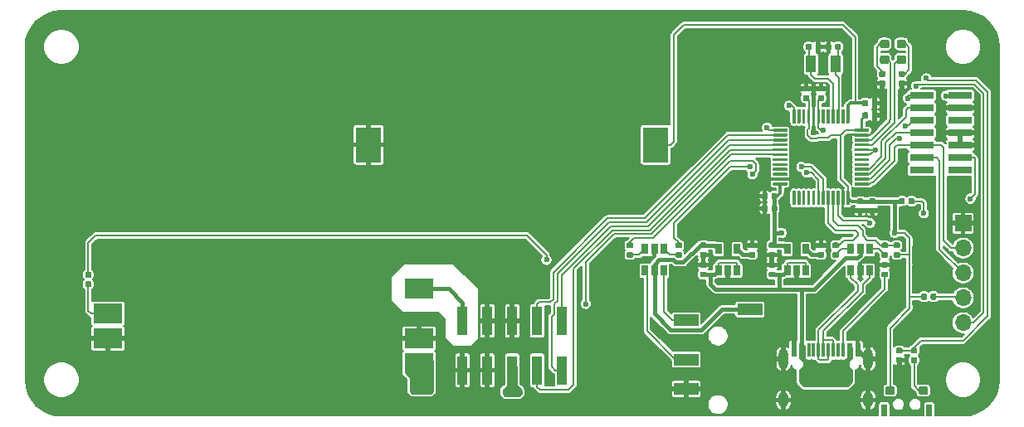
<source format=gbr>
G04 #@! TF.GenerationSoftware,KiCad,Pcbnew,(5.1.5-0-10_14)*
G04 #@! TF.CreationDate,2020-02-05T18:18:06+01:00*
G04 #@! TF.ProjectId,c100_rev_e,63313030-5f72-4657-965f-652e6b696361,rev?*
G04 #@! TF.SameCoordinates,Original*
G04 #@! TF.FileFunction,Copper,L1,Top*
G04 #@! TF.FilePolarity,Positive*
%FSLAX46Y46*%
G04 Gerber Fmt 4.6, Leading zero omitted, Abs format (unit mm)*
G04 Created by KiCad (PCBNEW (5.1.5-0-10_14)) date 2020-02-05 18:18:06*
%MOMM*%
%LPD*%
G04 APERTURE LIST*
%ADD10C,0.150000*%
%ADD11R,3.000000X2.000000*%
%ADD12R,0.650000X1.060000*%
%ADD13R,1.000000X3.000000*%
%ADD14R,2.500000X1.200000*%
%ADD15R,2.400000X0.740000*%
%ADD16O,1.700000X1.700000*%
%ADD17R,1.700000X1.700000*%
%ADD18R,0.600000X1.450000*%
%ADD19R,0.300000X1.450000*%
%ADD20O,1.000000X2.100000*%
%ADD21O,1.000000X1.600000*%
%ADD22R,1.000000X1.800000*%
%ADD23R,2.600000X3.600000*%
%ADD24C,0.600000*%
%ADD25C,0.406400*%
%ADD26C,0.203200*%
%ADD27C,0.304800*%
%ADD28C,0.250000*%
%ADD29C,0.254000*%
G04 APERTURE END LIST*
G04 #@! TA.AperFunction,SMDPad,CuDef*
D10*
G36*
X88195881Y1499711D02*
G01*
X88201705Y1498847D01*
X88207417Y1497416D01*
X88212961Y1495433D01*
X88218284Y1492915D01*
X88223334Y1489888D01*
X88228064Y1486381D01*
X88232426Y1482426D01*
X88236381Y1478064D01*
X88239888Y1473334D01*
X88242915Y1468284D01*
X88245433Y1462961D01*
X88247416Y1457417D01*
X88248847Y1451705D01*
X88249711Y1445881D01*
X88250000Y1440000D01*
X88250000Y360000D01*
X88249711Y354119D01*
X88248847Y348295D01*
X88247416Y342583D01*
X88245433Y337039D01*
X88242915Y331716D01*
X88239888Y326666D01*
X88236381Y321936D01*
X88232426Y317574D01*
X88228064Y313619D01*
X88223334Y310112D01*
X88218284Y307085D01*
X88212961Y304567D01*
X88207417Y302584D01*
X88201705Y301153D01*
X88195881Y300289D01*
X88190000Y300000D01*
X87710000Y300000D01*
X87704119Y300289D01*
X87698295Y301153D01*
X87692583Y302584D01*
X87687039Y304567D01*
X87681716Y307085D01*
X87676666Y310112D01*
X87671936Y313619D01*
X87667574Y317574D01*
X87663619Y321936D01*
X87660112Y326666D01*
X87657085Y331716D01*
X87654567Y337039D01*
X87652584Y342583D01*
X87651153Y348295D01*
X87650289Y354119D01*
X87650000Y360000D01*
X87650000Y1440000D01*
X87650289Y1445881D01*
X87651153Y1451705D01*
X87652584Y1457417D01*
X87654567Y1462961D01*
X87657085Y1468284D01*
X87660112Y1473334D01*
X87663619Y1478064D01*
X87667574Y1482426D01*
X87671936Y1486381D01*
X87676666Y1489888D01*
X87681716Y1492915D01*
X87687039Y1495433D01*
X87692583Y1497416D01*
X87698295Y1498847D01*
X87704119Y1499711D01*
X87710000Y1500000D01*
X88190000Y1500000D01*
X88195881Y1499711D01*
G37*
G04 #@! TD.AperFunction*
G04 #@! TA.AperFunction,SMDPad,CuDef*
G36*
X92795881Y1499711D02*
G01*
X92801705Y1498847D01*
X92807417Y1497416D01*
X92812961Y1495433D01*
X92818284Y1492915D01*
X92823334Y1489888D01*
X92828064Y1486381D01*
X92832426Y1482426D01*
X92836381Y1478064D01*
X92839888Y1473334D01*
X92842915Y1468284D01*
X92845433Y1462961D01*
X92847416Y1457417D01*
X92848847Y1451705D01*
X92849711Y1445881D01*
X92850000Y1440000D01*
X92850000Y360000D01*
X92849711Y354119D01*
X92848847Y348295D01*
X92847416Y342583D01*
X92845433Y337039D01*
X92842915Y331716D01*
X92839888Y326666D01*
X92836381Y321936D01*
X92832426Y317574D01*
X92828064Y313619D01*
X92823334Y310112D01*
X92818284Y307085D01*
X92812961Y304567D01*
X92807417Y302584D01*
X92801705Y301153D01*
X92795881Y300289D01*
X92790000Y300000D01*
X92310000Y300000D01*
X92304119Y300289D01*
X92298295Y301153D01*
X92292583Y302584D01*
X92287039Y304567D01*
X92281716Y307085D01*
X92276666Y310112D01*
X92271936Y313619D01*
X92267574Y317574D01*
X92263619Y321936D01*
X92260112Y326666D01*
X92257085Y331716D01*
X92254567Y337039D01*
X92252584Y342583D01*
X92251153Y348295D01*
X92250289Y354119D01*
X92250000Y360000D01*
X92250000Y1440000D01*
X92250289Y1445881D01*
X92251153Y1451705D01*
X92252584Y1457417D01*
X92254567Y1462961D01*
X92257085Y1468284D01*
X92260112Y1473334D01*
X92263619Y1478064D01*
X92267574Y1482426D01*
X92271936Y1486381D01*
X92276666Y1489888D01*
X92281716Y1492915D01*
X92287039Y1495433D01*
X92292583Y1497416D01*
X92298295Y1498847D01*
X92304119Y1499711D01*
X92310000Y1500000D01*
X92790000Y1500000D01*
X92795881Y1499711D01*
G37*
G04 #@! TD.AperFunction*
G04 #@! TA.AperFunction,SMDPad,CuDef*
G36*
X92327841Y3299615D02*
G01*
X92335607Y3298463D01*
X92343223Y3296555D01*
X92350615Y3293910D01*
X92357712Y3290554D01*
X92364446Y3286518D01*
X92370751Y3281841D01*
X92376569Y3276569D01*
X92381841Y3270751D01*
X92386518Y3264446D01*
X92390554Y3257712D01*
X92393910Y3250615D01*
X92396555Y3243223D01*
X92398463Y3235607D01*
X92399615Y3227841D01*
X92400000Y3220000D01*
X92400000Y2580000D01*
X92399615Y2572159D01*
X92398463Y2564393D01*
X92396555Y2556777D01*
X92393910Y2549385D01*
X92390554Y2542288D01*
X92386518Y2535554D01*
X92381841Y2529249D01*
X92376569Y2523431D01*
X92370751Y2518159D01*
X92364446Y2513482D01*
X92357712Y2509446D01*
X92350615Y2506090D01*
X92343223Y2503445D01*
X92335607Y2501537D01*
X92327841Y2500385D01*
X92320000Y2500000D01*
X91580000Y2500000D01*
X91572159Y2500385D01*
X91564393Y2501537D01*
X91556777Y2503445D01*
X91549385Y2506090D01*
X91542288Y2509446D01*
X91535554Y2513482D01*
X91529249Y2518159D01*
X91523431Y2523431D01*
X91518159Y2529249D01*
X91513482Y2535554D01*
X91509446Y2542288D01*
X91506090Y2549385D01*
X91503445Y2556777D01*
X91501537Y2564393D01*
X91500385Y2572159D01*
X91500000Y2580000D01*
X91500000Y3220000D01*
X91500385Y3227841D01*
X91501537Y3235607D01*
X91503445Y3243223D01*
X91506090Y3250615D01*
X91509446Y3257712D01*
X91513482Y3264446D01*
X91518159Y3270751D01*
X91523431Y3276569D01*
X91529249Y3281841D01*
X91535554Y3286518D01*
X91542288Y3290554D01*
X91549385Y3293910D01*
X91556777Y3296555D01*
X91564393Y3298463D01*
X91572159Y3299615D01*
X91580000Y3300000D01*
X92320000Y3300000D01*
X92327841Y3299615D01*
G37*
G04 #@! TD.AperFunction*
G04 #@! TA.AperFunction,SMDPad,CuDef*
G36*
X88927841Y3299615D02*
G01*
X88935607Y3298463D01*
X88943223Y3296555D01*
X88950615Y3293910D01*
X88957712Y3290554D01*
X88964446Y3286518D01*
X88970751Y3281841D01*
X88976569Y3276569D01*
X88981841Y3270751D01*
X88986518Y3264446D01*
X88990554Y3257712D01*
X88993910Y3250615D01*
X88996555Y3243223D01*
X88998463Y3235607D01*
X88999615Y3227841D01*
X89000000Y3220000D01*
X89000000Y2580000D01*
X88999615Y2572159D01*
X88998463Y2564393D01*
X88996555Y2556777D01*
X88993910Y2549385D01*
X88990554Y2542288D01*
X88986518Y2535554D01*
X88981841Y2529249D01*
X88976569Y2523431D01*
X88970751Y2518159D01*
X88964446Y2513482D01*
X88957712Y2509446D01*
X88950615Y2506090D01*
X88943223Y2503445D01*
X88935607Y2501537D01*
X88927841Y2500385D01*
X88920000Y2500000D01*
X88180000Y2500000D01*
X88172159Y2500385D01*
X88164393Y2501537D01*
X88156777Y2503445D01*
X88149385Y2506090D01*
X88142288Y2509446D01*
X88135554Y2513482D01*
X88129249Y2518159D01*
X88123431Y2523431D01*
X88118159Y2529249D01*
X88113482Y2535554D01*
X88109446Y2542288D01*
X88106090Y2549385D01*
X88103445Y2556777D01*
X88101537Y2564393D01*
X88100385Y2572159D01*
X88100000Y2580000D01*
X88100000Y3220000D01*
X88100385Y3227841D01*
X88101537Y3235607D01*
X88103445Y3243223D01*
X88106090Y3250615D01*
X88109446Y3257712D01*
X88113482Y3264446D01*
X88118159Y3270751D01*
X88123431Y3276569D01*
X88129249Y3281841D01*
X88135554Y3286518D01*
X88142288Y3290554D01*
X88149385Y3293910D01*
X88156777Y3296555D01*
X88164393Y3298463D01*
X88172159Y3299615D01*
X88180000Y3300000D01*
X88920000Y3300000D01*
X88927841Y3299615D01*
G37*
G04 #@! TD.AperFunction*
G04 #@! TA.AperFunction,SMDPad,CuDef*
G36*
X91186958Y6309290D02*
G01*
X91201276Y6307166D01*
X91215317Y6303649D01*
X91228946Y6298772D01*
X91242031Y6292583D01*
X91254447Y6285142D01*
X91266073Y6276519D01*
X91276798Y6266798D01*
X91286519Y6256073D01*
X91295142Y6244447D01*
X91302583Y6232031D01*
X91308772Y6218946D01*
X91313649Y6205317D01*
X91317166Y6191276D01*
X91319290Y6176958D01*
X91320000Y6162500D01*
X91320000Y5867500D01*
X91319290Y5853042D01*
X91317166Y5838724D01*
X91313649Y5824683D01*
X91308772Y5811054D01*
X91302583Y5797969D01*
X91295142Y5785553D01*
X91286519Y5773927D01*
X91276798Y5763202D01*
X91266073Y5753481D01*
X91254447Y5744858D01*
X91242031Y5737417D01*
X91228946Y5731228D01*
X91215317Y5726351D01*
X91201276Y5722834D01*
X91186958Y5720710D01*
X91172500Y5720000D01*
X90827500Y5720000D01*
X90813042Y5720710D01*
X90798724Y5722834D01*
X90784683Y5726351D01*
X90771054Y5731228D01*
X90757969Y5737417D01*
X90745553Y5744858D01*
X90733927Y5753481D01*
X90723202Y5763202D01*
X90713481Y5773927D01*
X90704858Y5785553D01*
X90697417Y5797969D01*
X90691228Y5811054D01*
X90686351Y5824683D01*
X90682834Y5838724D01*
X90680710Y5853042D01*
X90680000Y5867500D01*
X90680000Y6162500D01*
X90680710Y6176958D01*
X90682834Y6191276D01*
X90686351Y6205317D01*
X90691228Y6218946D01*
X90697417Y6232031D01*
X90704858Y6244447D01*
X90713481Y6256073D01*
X90723202Y6266798D01*
X90733927Y6276519D01*
X90745553Y6285142D01*
X90757969Y6292583D01*
X90771054Y6298772D01*
X90784683Y6303649D01*
X90798724Y6307166D01*
X90813042Y6309290D01*
X90827500Y6310000D01*
X91172500Y6310000D01*
X91186958Y6309290D01*
G37*
G04 #@! TD.AperFunction*
G04 #@! TA.AperFunction,SMDPad,CuDef*
G36*
X91186958Y7279290D02*
G01*
X91201276Y7277166D01*
X91215317Y7273649D01*
X91228946Y7268772D01*
X91242031Y7262583D01*
X91254447Y7255142D01*
X91266073Y7246519D01*
X91276798Y7236798D01*
X91286519Y7226073D01*
X91295142Y7214447D01*
X91302583Y7202031D01*
X91308772Y7188946D01*
X91313649Y7175317D01*
X91317166Y7161276D01*
X91319290Y7146958D01*
X91320000Y7132500D01*
X91320000Y6837500D01*
X91319290Y6823042D01*
X91317166Y6808724D01*
X91313649Y6794683D01*
X91308772Y6781054D01*
X91302583Y6767969D01*
X91295142Y6755553D01*
X91286519Y6743927D01*
X91276798Y6733202D01*
X91266073Y6723481D01*
X91254447Y6714858D01*
X91242031Y6707417D01*
X91228946Y6701228D01*
X91215317Y6696351D01*
X91201276Y6692834D01*
X91186958Y6690710D01*
X91172500Y6690000D01*
X90827500Y6690000D01*
X90813042Y6690710D01*
X90798724Y6692834D01*
X90784683Y6696351D01*
X90771054Y6701228D01*
X90757969Y6707417D01*
X90745553Y6714858D01*
X90733927Y6723481D01*
X90723202Y6733202D01*
X90713481Y6743927D01*
X90704858Y6755553D01*
X90697417Y6767969D01*
X90691228Y6781054D01*
X90686351Y6794683D01*
X90682834Y6808724D01*
X90680710Y6823042D01*
X90680000Y6837500D01*
X90680000Y7132500D01*
X90680710Y7146958D01*
X90682834Y7161276D01*
X90686351Y7175317D01*
X90691228Y7188946D01*
X90697417Y7202031D01*
X90704858Y7214447D01*
X90713481Y7226073D01*
X90723202Y7236798D01*
X90733927Y7246519D01*
X90745553Y7255142D01*
X90757969Y7262583D01*
X90771054Y7268772D01*
X90784683Y7273649D01*
X90798724Y7277166D01*
X90813042Y7279290D01*
X90827500Y7280000D01*
X91172500Y7280000D01*
X91186958Y7279290D01*
G37*
G04 #@! TD.AperFunction*
G04 #@! TA.AperFunction,SMDPad,CuDef*
G36*
X86332351Y29649639D02*
G01*
X86339632Y29648559D01*
X86346771Y29646771D01*
X86353701Y29644291D01*
X86360355Y29641144D01*
X86366668Y29637360D01*
X86372579Y29632976D01*
X86378033Y29628033D01*
X86382976Y29622579D01*
X86387360Y29616668D01*
X86391144Y29610355D01*
X86394291Y29603701D01*
X86396771Y29596771D01*
X86398559Y29589632D01*
X86399639Y29582351D01*
X86400000Y29575000D01*
X86400000Y29425000D01*
X86399639Y29417649D01*
X86398559Y29410368D01*
X86396771Y29403229D01*
X86394291Y29396299D01*
X86391144Y29389645D01*
X86387360Y29383332D01*
X86382976Y29377421D01*
X86378033Y29371967D01*
X86372579Y29367024D01*
X86366668Y29362640D01*
X86360355Y29358856D01*
X86353701Y29355709D01*
X86346771Y29353229D01*
X86339632Y29351441D01*
X86332351Y29350361D01*
X86325000Y29350000D01*
X85000000Y29350000D01*
X84992649Y29350361D01*
X84985368Y29351441D01*
X84978229Y29353229D01*
X84971299Y29355709D01*
X84964645Y29358856D01*
X84958332Y29362640D01*
X84952421Y29367024D01*
X84946967Y29371967D01*
X84942024Y29377421D01*
X84937640Y29383332D01*
X84933856Y29389645D01*
X84930709Y29396299D01*
X84928229Y29403229D01*
X84926441Y29410368D01*
X84925361Y29417649D01*
X84925000Y29425000D01*
X84925000Y29575000D01*
X84925361Y29582351D01*
X84926441Y29589632D01*
X84928229Y29596771D01*
X84930709Y29603701D01*
X84933856Y29610355D01*
X84937640Y29616668D01*
X84942024Y29622579D01*
X84946967Y29628033D01*
X84952421Y29632976D01*
X84958332Y29637360D01*
X84964645Y29641144D01*
X84971299Y29644291D01*
X84978229Y29646771D01*
X84985368Y29648559D01*
X84992649Y29649639D01*
X85000000Y29650000D01*
X86325000Y29650000D01*
X86332351Y29649639D01*
G37*
G04 #@! TD.AperFunction*
G04 #@! TA.AperFunction,SMDPad,CuDef*
G36*
X86332351Y29149639D02*
G01*
X86339632Y29148559D01*
X86346771Y29146771D01*
X86353701Y29144291D01*
X86360355Y29141144D01*
X86366668Y29137360D01*
X86372579Y29132976D01*
X86378033Y29128033D01*
X86382976Y29122579D01*
X86387360Y29116668D01*
X86391144Y29110355D01*
X86394291Y29103701D01*
X86396771Y29096771D01*
X86398559Y29089632D01*
X86399639Y29082351D01*
X86400000Y29075000D01*
X86400000Y28925000D01*
X86399639Y28917649D01*
X86398559Y28910368D01*
X86396771Y28903229D01*
X86394291Y28896299D01*
X86391144Y28889645D01*
X86387360Y28883332D01*
X86382976Y28877421D01*
X86378033Y28871967D01*
X86372579Y28867024D01*
X86366668Y28862640D01*
X86360355Y28858856D01*
X86353701Y28855709D01*
X86346771Y28853229D01*
X86339632Y28851441D01*
X86332351Y28850361D01*
X86325000Y28850000D01*
X85000000Y28850000D01*
X84992649Y28850361D01*
X84985368Y28851441D01*
X84978229Y28853229D01*
X84971299Y28855709D01*
X84964645Y28858856D01*
X84958332Y28862640D01*
X84952421Y28867024D01*
X84946967Y28871967D01*
X84942024Y28877421D01*
X84937640Y28883332D01*
X84933856Y28889645D01*
X84930709Y28896299D01*
X84928229Y28903229D01*
X84926441Y28910368D01*
X84925361Y28917649D01*
X84925000Y28925000D01*
X84925000Y29075000D01*
X84925361Y29082351D01*
X84926441Y29089632D01*
X84928229Y29096771D01*
X84930709Y29103701D01*
X84933856Y29110355D01*
X84937640Y29116668D01*
X84942024Y29122579D01*
X84946967Y29128033D01*
X84952421Y29132976D01*
X84958332Y29137360D01*
X84964645Y29141144D01*
X84971299Y29144291D01*
X84978229Y29146771D01*
X84985368Y29148559D01*
X84992649Y29149639D01*
X85000000Y29150000D01*
X86325000Y29150000D01*
X86332351Y29149639D01*
G37*
G04 #@! TD.AperFunction*
G04 #@! TA.AperFunction,SMDPad,CuDef*
G36*
X86332351Y28649639D02*
G01*
X86339632Y28648559D01*
X86346771Y28646771D01*
X86353701Y28644291D01*
X86360355Y28641144D01*
X86366668Y28637360D01*
X86372579Y28632976D01*
X86378033Y28628033D01*
X86382976Y28622579D01*
X86387360Y28616668D01*
X86391144Y28610355D01*
X86394291Y28603701D01*
X86396771Y28596771D01*
X86398559Y28589632D01*
X86399639Y28582351D01*
X86400000Y28575000D01*
X86400000Y28425000D01*
X86399639Y28417649D01*
X86398559Y28410368D01*
X86396771Y28403229D01*
X86394291Y28396299D01*
X86391144Y28389645D01*
X86387360Y28383332D01*
X86382976Y28377421D01*
X86378033Y28371967D01*
X86372579Y28367024D01*
X86366668Y28362640D01*
X86360355Y28358856D01*
X86353701Y28355709D01*
X86346771Y28353229D01*
X86339632Y28351441D01*
X86332351Y28350361D01*
X86325000Y28350000D01*
X85000000Y28350000D01*
X84992649Y28350361D01*
X84985368Y28351441D01*
X84978229Y28353229D01*
X84971299Y28355709D01*
X84964645Y28358856D01*
X84958332Y28362640D01*
X84952421Y28367024D01*
X84946967Y28371967D01*
X84942024Y28377421D01*
X84937640Y28383332D01*
X84933856Y28389645D01*
X84930709Y28396299D01*
X84928229Y28403229D01*
X84926441Y28410368D01*
X84925361Y28417649D01*
X84925000Y28425000D01*
X84925000Y28575000D01*
X84925361Y28582351D01*
X84926441Y28589632D01*
X84928229Y28596771D01*
X84930709Y28603701D01*
X84933856Y28610355D01*
X84937640Y28616668D01*
X84942024Y28622579D01*
X84946967Y28628033D01*
X84952421Y28632976D01*
X84958332Y28637360D01*
X84964645Y28641144D01*
X84971299Y28644291D01*
X84978229Y28646771D01*
X84985368Y28648559D01*
X84992649Y28649639D01*
X85000000Y28650000D01*
X86325000Y28650000D01*
X86332351Y28649639D01*
G37*
G04 #@! TD.AperFunction*
G04 #@! TA.AperFunction,SMDPad,CuDef*
G36*
X86332351Y28149639D02*
G01*
X86339632Y28148559D01*
X86346771Y28146771D01*
X86353701Y28144291D01*
X86360355Y28141144D01*
X86366668Y28137360D01*
X86372579Y28132976D01*
X86378033Y28128033D01*
X86382976Y28122579D01*
X86387360Y28116668D01*
X86391144Y28110355D01*
X86394291Y28103701D01*
X86396771Y28096771D01*
X86398559Y28089632D01*
X86399639Y28082351D01*
X86400000Y28075000D01*
X86400000Y27925000D01*
X86399639Y27917649D01*
X86398559Y27910368D01*
X86396771Y27903229D01*
X86394291Y27896299D01*
X86391144Y27889645D01*
X86387360Y27883332D01*
X86382976Y27877421D01*
X86378033Y27871967D01*
X86372579Y27867024D01*
X86366668Y27862640D01*
X86360355Y27858856D01*
X86353701Y27855709D01*
X86346771Y27853229D01*
X86339632Y27851441D01*
X86332351Y27850361D01*
X86325000Y27850000D01*
X85000000Y27850000D01*
X84992649Y27850361D01*
X84985368Y27851441D01*
X84978229Y27853229D01*
X84971299Y27855709D01*
X84964645Y27858856D01*
X84958332Y27862640D01*
X84952421Y27867024D01*
X84946967Y27871967D01*
X84942024Y27877421D01*
X84937640Y27883332D01*
X84933856Y27889645D01*
X84930709Y27896299D01*
X84928229Y27903229D01*
X84926441Y27910368D01*
X84925361Y27917649D01*
X84925000Y27925000D01*
X84925000Y28075000D01*
X84925361Y28082351D01*
X84926441Y28089632D01*
X84928229Y28096771D01*
X84930709Y28103701D01*
X84933856Y28110355D01*
X84937640Y28116668D01*
X84942024Y28122579D01*
X84946967Y28128033D01*
X84952421Y28132976D01*
X84958332Y28137360D01*
X84964645Y28141144D01*
X84971299Y28144291D01*
X84978229Y28146771D01*
X84985368Y28148559D01*
X84992649Y28149639D01*
X85000000Y28150000D01*
X86325000Y28150000D01*
X86332351Y28149639D01*
G37*
G04 #@! TD.AperFunction*
G04 #@! TA.AperFunction,SMDPad,CuDef*
G36*
X86332351Y27649639D02*
G01*
X86339632Y27648559D01*
X86346771Y27646771D01*
X86353701Y27644291D01*
X86360355Y27641144D01*
X86366668Y27637360D01*
X86372579Y27632976D01*
X86378033Y27628033D01*
X86382976Y27622579D01*
X86387360Y27616668D01*
X86391144Y27610355D01*
X86394291Y27603701D01*
X86396771Y27596771D01*
X86398559Y27589632D01*
X86399639Y27582351D01*
X86400000Y27575000D01*
X86400000Y27425000D01*
X86399639Y27417649D01*
X86398559Y27410368D01*
X86396771Y27403229D01*
X86394291Y27396299D01*
X86391144Y27389645D01*
X86387360Y27383332D01*
X86382976Y27377421D01*
X86378033Y27371967D01*
X86372579Y27367024D01*
X86366668Y27362640D01*
X86360355Y27358856D01*
X86353701Y27355709D01*
X86346771Y27353229D01*
X86339632Y27351441D01*
X86332351Y27350361D01*
X86325000Y27350000D01*
X85000000Y27350000D01*
X84992649Y27350361D01*
X84985368Y27351441D01*
X84978229Y27353229D01*
X84971299Y27355709D01*
X84964645Y27358856D01*
X84958332Y27362640D01*
X84952421Y27367024D01*
X84946967Y27371967D01*
X84942024Y27377421D01*
X84937640Y27383332D01*
X84933856Y27389645D01*
X84930709Y27396299D01*
X84928229Y27403229D01*
X84926441Y27410368D01*
X84925361Y27417649D01*
X84925000Y27425000D01*
X84925000Y27575000D01*
X84925361Y27582351D01*
X84926441Y27589632D01*
X84928229Y27596771D01*
X84930709Y27603701D01*
X84933856Y27610355D01*
X84937640Y27616668D01*
X84942024Y27622579D01*
X84946967Y27628033D01*
X84952421Y27632976D01*
X84958332Y27637360D01*
X84964645Y27641144D01*
X84971299Y27644291D01*
X84978229Y27646771D01*
X84985368Y27648559D01*
X84992649Y27649639D01*
X85000000Y27650000D01*
X86325000Y27650000D01*
X86332351Y27649639D01*
G37*
G04 #@! TD.AperFunction*
G04 #@! TA.AperFunction,SMDPad,CuDef*
G36*
X86332351Y27149639D02*
G01*
X86339632Y27148559D01*
X86346771Y27146771D01*
X86353701Y27144291D01*
X86360355Y27141144D01*
X86366668Y27137360D01*
X86372579Y27132976D01*
X86378033Y27128033D01*
X86382976Y27122579D01*
X86387360Y27116668D01*
X86391144Y27110355D01*
X86394291Y27103701D01*
X86396771Y27096771D01*
X86398559Y27089632D01*
X86399639Y27082351D01*
X86400000Y27075000D01*
X86400000Y26925000D01*
X86399639Y26917649D01*
X86398559Y26910368D01*
X86396771Y26903229D01*
X86394291Y26896299D01*
X86391144Y26889645D01*
X86387360Y26883332D01*
X86382976Y26877421D01*
X86378033Y26871967D01*
X86372579Y26867024D01*
X86366668Y26862640D01*
X86360355Y26858856D01*
X86353701Y26855709D01*
X86346771Y26853229D01*
X86339632Y26851441D01*
X86332351Y26850361D01*
X86325000Y26850000D01*
X85000000Y26850000D01*
X84992649Y26850361D01*
X84985368Y26851441D01*
X84978229Y26853229D01*
X84971299Y26855709D01*
X84964645Y26858856D01*
X84958332Y26862640D01*
X84952421Y26867024D01*
X84946967Y26871967D01*
X84942024Y26877421D01*
X84937640Y26883332D01*
X84933856Y26889645D01*
X84930709Y26896299D01*
X84928229Y26903229D01*
X84926441Y26910368D01*
X84925361Y26917649D01*
X84925000Y26925000D01*
X84925000Y27075000D01*
X84925361Y27082351D01*
X84926441Y27089632D01*
X84928229Y27096771D01*
X84930709Y27103701D01*
X84933856Y27110355D01*
X84937640Y27116668D01*
X84942024Y27122579D01*
X84946967Y27128033D01*
X84952421Y27132976D01*
X84958332Y27137360D01*
X84964645Y27141144D01*
X84971299Y27144291D01*
X84978229Y27146771D01*
X84985368Y27148559D01*
X84992649Y27149639D01*
X85000000Y27150000D01*
X86325000Y27150000D01*
X86332351Y27149639D01*
G37*
G04 #@! TD.AperFunction*
G04 #@! TA.AperFunction,SMDPad,CuDef*
G36*
X86332351Y26649639D02*
G01*
X86339632Y26648559D01*
X86346771Y26646771D01*
X86353701Y26644291D01*
X86360355Y26641144D01*
X86366668Y26637360D01*
X86372579Y26632976D01*
X86378033Y26628033D01*
X86382976Y26622579D01*
X86387360Y26616668D01*
X86391144Y26610355D01*
X86394291Y26603701D01*
X86396771Y26596771D01*
X86398559Y26589632D01*
X86399639Y26582351D01*
X86400000Y26575000D01*
X86400000Y26425000D01*
X86399639Y26417649D01*
X86398559Y26410368D01*
X86396771Y26403229D01*
X86394291Y26396299D01*
X86391144Y26389645D01*
X86387360Y26383332D01*
X86382976Y26377421D01*
X86378033Y26371967D01*
X86372579Y26367024D01*
X86366668Y26362640D01*
X86360355Y26358856D01*
X86353701Y26355709D01*
X86346771Y26353229D01*
X86339632Y26351441D01*
X86332351Y26350361D01*
X86325000Y26350000D01*
X85000000Y26350000D01*
X84992649Y26350361D01*
X84985368Y26351441D01*
X84978229Y26353229D01*
X84971299Y26355709D01*
X84964645Y26358856D01*
X84958332Y26362640D01*
X84952421Y26367024D01*
X84946967Y26371967D01*
X84942024Y26377421D01*
X84937640Y26383332D01*
X84933856Y26389645D01*
X84930709Y26396299D01*
X84928229Y26403229D01*
X84926441Y26410368D01*
X84925361Y26417649D01*
X84925000Y26425000D01*
X84925000Y26575000D01*
X84925361Y26582351D01*
X84926441Y26589632D01*
X84928229Y26596771D01*
X84930709Y26603701D01*
X84933856Y26610355D01*
X84937640Y26616668D01*
X84942024Y26622579D01*
X84946967Y26628033D01*
X84952421Y26632976D01*
X84958332Y26637360D01*
X84964645Y26641144D01*
X84971299Y26644291D01*
X84978229Y26646771D01*
X84985368Y26648559D01*
X84992649Y26649639D01*
X85000000Y26650000D01*
X86325000Y26650000D01*
X86332351Y26649639D01*
G37*
G04 #@! TD.AperFunction*
G04 #@! TA.AperFunction,SMDPad,CuDef*
G36*
X86332351Y26149639D02*
G01*
X86339632Y26148559D01*
X86346771Y26146771D01*
X86353701Y26144291D01*
X86360355Y26141144D01*
X86366668Y26137360D01*
X86372579Y26132976D01*
X86378033Y26128033D01*
X86382976Y26122579D01*
X86387360Y26116668D01*
X86391144Y26110355D01*
X86394291Y26103701D01*
X86396771Y26096771D01*
X86398559Y26089632D01*
X86399639Y26082351D01*
X86400000Y26075000D01*
X86400000Y25925000D01*
X86399639Y25917649D01*
X86398559Y25910368D01*
X86396771Y25903229D01*
X86394291Y25896299D01*
X86391144Y25889645D01*
X86387360Y25883332D01*
X86382976Y25877421D01*
X86378033Y25871967D01*
X86372579Y25867024D01*
X86366668Y25862640D01*
X86360355Y25858856D01*
X86353701Y25855709D01*
X86346771Y25853229D01*
X86339632Y25851441D01*
X86332351Y25850361D01*
X86325000Y25850000D01*
X85000000Y25850000D01*
X84992649Y25850361D01*
X84985368Y25851441D01*
X84978229Y25853229D01*
X84971299Y25855709D01*
X84964645Y25858856D01*
X84958332Y25862640D01*
X84952421Y25867024D01*
X84946967Y25871967D01*
X84942024Y25877421D01*
X84937640Y25883332D01*
X84933856Y25889645D01*
X84930709Y25896299D01*
X84928229Y25903229D01*
X84926441Y25910368D01*
X84925361Y25917649D01*
X84925000Y25925000D01*
X84925000Y26075000D01*
X84925361Y26082351D01*
X84926441Y26089632D01*
X84928229Y26096771D01*
X84930709Y26103701D01*
X84933856Y26110355D01*
X84937640Y26116668D01*
X84942024Y26122579D01*
X84946967Y26128033D01*
X84952421Y26132976D01*
X84958332Y26137360D01*
X84964645Y26141144D01*
X84971299Y26144291D01*
X84978229Y26146771D01*
X84985368Y26148559D01*
X84992649Y26149639D01*
X85000000Y26150000D01*
X86325000Y26150000D01*
X86332351Y26149639D01*
G37*
G04 #@! TD.AperFunction*
G04 #@! TA.AperFunction,SMDPad,CuDef*
G36*
X86332351Y25649639D02*
G01*
X86339632Y25648559D01*
X86346771Y25646771D01*
X86353701Y25644291D01*
X86360355Y25641144D01*
X86366668Y25637360D01*
X86372579Y25632976D01*
X86378033Y25628033D01*
X86382976Y25622579D01*
X86387360Y25616668D01*
X86391144Y25610355D01*
X86394291Y25603701D01*
X86396771Y25596771D01*
X86398559Y25589632D01*
X86399639Y25582351D01*
X86400000Y25575000D01*
X86400000Y25425000D01*
X86399639Y25417649D01*
X86398559Y25410368D01*
X86396771Y25403229D01*
X86394291Y25396299D01*
X86391144Y25389645D01*
X86387360Y25383332D01*
X86382976Y25377421D01*
X86378033Y25371967D01*
X86372579Y25367024D01*
X86366668Y25362640D01*
X86360355Y25358856D01*
X86353701Y25355709D01*
X86346771Y25353229D01*
X86339632Y25351441D01*
X86332351Y25350361D01*
X86325000Y25350000D01*
X85000000Y25350000D01*
X84992649Y25350361D01*
X84985368Y25351441D01*
X84978229Y25353229D01*
X84971299Y25355709D01*
X84964645Y25358856D01*
X84958332Y25362640D01*
X84952421Y25367024D01*
X84946967Y25371967D01*
X84942024Y25377421D01*
X84937640Y25383332D01*
X84933856Y25389645D01*
X84930709Y25396299D01*
X84928229Y25403229D01*
X84926441Y25410368D01*
X84925361Y25417649D01*
X84925000Y25425000D01*
X84925000Y25575000D01*
X84925361Y25582351D01*
X84926441Y25589632D01*
X84928229Y25596771D01*
X84930709Y25603701D01*
X84933856Y25610355D01*
X84937640Y25616668D01*
X84942024Y25622579D01*
X84946967Y25628033D01*
X84952421Y25632976D01*
X84958332Y25637360D01*
X84964645Y25641144D01*
X84971299Y25644291D01*
X84978229Y25646771D01*
X84985368Y25648559D01*
X84992649Y25649639D01*
X85000000Y25650000D01*
X86325000Y25650000D01*
X86332351Y25649639D01*
G37*
G04 #@! TD.AperFunction*
G04 #@! TA.AperFunction,SMDPad,CuDef*
G36*
X86332351Y25149639D02*
G01*
X86339632Y25148559D01*
X86346771Y25146771D01*
X86353701Y25144291D01*
X86360355Y25141144D01*
X86366668Y25137360D01*
X86372579Y25132976D01*
X86378033Y25128033D01*
X86382976Y25122579D01*
X86387360Y25116668D01*
X86391144Y25110355D01*
X86394291Y25103701D01*
X86396771Y25096771D01*
X86398559Y25089632D01*
X86399639Y25082351D01*
X86400000Y25075000D01*
X86400000Y24925000D01*
X86399639Y24917649D01*
X86398559Y24910368D01*
X86396771Y24903229D01*
X86394291Y24896299D01*
X86391144Y24889645D01*
X86387360Y24883332D01*
X86382976Y24877421D01*
X86378033Y24871967D01*
X86372579Y24867024D01*
X86366668Y24862640D01*
X86360355Y24858856D01*
X86353701Y24855709D01*
X86346771Y24853229D01*
X86339632Y24851441D01*
X86332351Y24850361D01*
X86325000Y24850000D01*
X85000000Y24850000D01*
X84992649Y24850361D01*
X84985368Y24851441D01*
X84978229Y24853229D01*
X84971299Y24855709D01*
X84964645Y24858856D01*
X84958332Y24862640D01*
X84952421Y24867024D01*
X84946967Y24871967D01*
X84942024Y24877421D01*
X84937640Y24883332D01*
X84933856Y24889645D01*
X84930709Y24896299D01*
X84928229Y24903229D01*
X84926441Y24910368D01*
X84925361Y24917649D01*
X84925000Y24925000D01*
X84925000Y25075000D01*
X84925361Y25082351D01*
X84926441Y25089632D01*
X84928229Y25096771D01*
X84930709Y25103701D01*
X84933856Y25110355D01*
X84937640Y25116668D01*
X84942024Y25122579D01*
X84946967Y25128033D01*
X84952421Y25132976D01*
X84958332Y25137360D01*
X84964645Y25141144D01*
X84971299Y25144291D01*
X84978229Y25146771D01*
X84985368Y25148559D01*
X84992649Y25149639D01*
X85000000Y25150000D01*
X86325000Y25150000D01*
X86332351Y25149639D01*
G37*
G04 #@! TD.AperFunction*
G04 #@! TA.AperFunction,SMDPad,CuDef*
G36*
X86332351Y24649639D02*
G01*
X86339632Y24648559D01*
X86346771Y24646771D01*
X86353701Y24644291D01*
X86360355Y24641144D01*
X86366668Y24637360D01*
X86372579Y24632976D01*
X86378033Y24628033D01*
X86382976Y24622579D01*
X86387360Y24616668D01*
X86391144Y24610355D01*
X86394291Y24603701D01*
X86396771Y24596771D01*
X86398559Y24589632D01*
X86399639Y24582351D01*
X86400000Y24575000D01*
X86400000Y24425000D01*
X86399639Y24417649D01*
X86398559Y24410368D01*
X86396771Y24403229D01*
X86394291Y24396299D01*
X86391144Y24389645D01*
X86387360Y24383332D01*
X86382976Y24377421D01*
X86378033Y24371967D01*
X86372579Y24367024D01*
X86366668Y24362640D01*
X86360355Y24358856D01*
X86353701Y24355709D01*
X86346771Y24353229D01*
X86339632Y24351441D01*
X86332351Y24350361D01*
X86325000Y24350000D01*
X85000000Y24350000D01*
X84992649Y24350361D01*
X84985368Y24351441D01*
X84978229Y24353229D01*
X84971299Y24355709D01*
X84964645Y24358856D01*
X84958332Y24362640D01*
X84952421Y24367024D01*
X84946967Y24371967D01*
X84942024Y24377421D01*
X84937640Y24383332D01*
X84933856Y24389645D01*
X84930709Y24396299D01*
X84928229Y24403229D01*
X84926441Y24410368D01*
X84925361Y24417649D01*
X84925000Y24425000D01*
X84925000Y24575000D01*
X84925361Y24582351D01*
X84926441Y24589632D01*
X84928229Y24596771D01*
X84930709Y24603701D01*
X84933856Y24610355D01*
X84937640Y24616668D01*
X84942024Y24622579D01*
X84946967Y24628033D01*
X84952421Y24632976D01*
X84958332Y24637360D01*
X84964645Y24641144D01*
X84971299Y24644291D01*
X84978229Y24646771D01*
X84985368Y24648559D01*
X84992649Y24649639D01*
X85000000Y24650000D01*
X86325000Y24650000D01*
X86332351Y24649639D01*
G37*
G04 #@! TD.AperFunction*
G04 #@! TA.AperFunction,SMDPad,CuDef*
G36*
X86332351Y24149639D02*
G01*
X86339632Y24148559D01*
X86346771Y24146771D01*
X86353701Y24144291D01*
X86360355Y24141144D01*
X86366668Y24137360D01*
X86372579Y24132976D01*
X86378033Y24128033D01*
X86382976Y24122579D01*
X86387360Y24116668D01*
X86391144Y24110355D01*
X86394291Y24103701D01*
X86396771Y24096771D01*
X86398559Y24089632D01*
X86399639Y24082351D01*
X86400000Y24075000D01*
X86400000Y23925000D01*
X86399639Y23917649D01*
X86398559Y23910368D01*
X86396771Y23903229D01*
X86394291Y23896299D01*
X86391144Y23889645D01*
X86387360Y23883332D01*
X86382976Y23877421D01*
X86378033Y23871967D01*
X86372579Y23867024D01*
X86366668Y23862640D01*
X86360355Y23858856D01*
X86353701Y23855709D01*
X86346771Y23853229D01*
X86339632Y23851441D01*
X86332351Y23850361D01*
X86325000Y23850000D01*
X85000000Y23850000D01*
X84992649Y23850361D01*
X84985368Y23851441D01*
X84978229Y23853229D01*
X84971299Y23855709D01*
X84964645Y23858856D01*
X84958332Y23862640D01*
X84952421Y23867024D01*
X84946967Y23871967D01*
X84942024Y23877421D01*
X84937640Y23883332D01*
X84933856Y23889645D01*
X84930709Y23896299D01*
X84928229Y23903229D01*
X84926441Y23910368D01*
X84925361Y23917649D01*
X84925000Y23925000D01*
X84925000Y24075000D01*
X84925361Y24082351D01*
X84926441Y24089632D01*
X84928229Y24096771D01*
X84930709Y24103701D01*
X84933856Y24110355D01*
X84937640Y24116668D01*
X84942024Y24122579D01*
X84946967Y24128033D01*
X84952421Y24132976D01*
X84958332Y24137360D01*
X84964645Y24141144D01*
X84971299Y24144291D01*
X84978229Y24146771D01*
X84985368Y24148559D01*
X84992649Y24149639D01*
X85000000Y24150000D01*
X86325000Y24150000D01*
X86332351Y24149639D01*
G37*
G04 #@! TD.AperFunction*
G04 #@! TA.AperFunction,SMDPad,CuDef*
G36*
X84332351Y23324639D02*
G01*
X84339632Y23323559D01*
X84346771Y23321771D01*
X84353701Y23319291D01*
X84360355Y23316144D01*
X84366668Y23312360D01*
X84372579Y23307976D01*
X84378033Y23303033D01*
X84382976Y23297579D01*
X84387360Y23291668D01*
X84391144Y23285355D01*
X84394291Y23278701D01*
X84396771Y23271771D01*
X84398559Y23264632D01*
X84399639Y23257351D01*
X84400000Y23250000D01*
X84400000Y21925000D01*
X84399639Y21917649D01*
X84398559Y21910368D01*
X84396771Y21903229D01*
X84394291Y21896299D01*
X84391144Y21889645D01*
X84387360Y21883332D01*
X84382976Y21877421D01*
X84378033Y21871967D01*
X84372579Y21867024D01*
X84366668Y21862640D01*
X84360355Y21858856D01*
X84353701Y21855709D01*
X84346771Y21853229D01*
X84339632Y21851441D01*
X84332351Y21850361D01*
X84325000Y21850000D01*
X84175000Y21850000D01*
X84167649Y21850361D01*
X84160368Y21851441D01*
X84153229Y21853229D01*
X84146299Y21855709D01*
X84139645Y21858856D01*
X84133332Y21862640D01*
X84127421Y21867024D01*
X84121967Y21871967D01*
X84117024Y21877421D01*
X84112640Y21883332D01*
X84108856Y21889645D01*
X84105709Y21896299D01*
X84103229Y21903229D01*
X84101441Y21910368D01*
X84100361Y21917649D01*
X84100000Y21925000D01*
X84100000Y23250000D01*
X84100361Y23257351D01*
X84101441Y23264632D01*
X84103229Y23271771D01*
X84105709Y23278701D01*
X84108856Y23285355D01*
X84112640Y23291668D01*
X84117024Y23297579D01*
X84121967Y23303033D01*
X84127421Y23307976D01*
X84133332Y23312360D01*
X84139645Y23316144D01*
X84146299Y23319291D01*
X84153229Y23321771D01*
X84160368Y23323559D01*
X84167649Y23324639D01*
X84175000Y23325000D01*
X84325000Y23325000D01*
X84332351Y23324639D01*
G37*
G04 #@! TD.AperFunction*
G04 #@! TA.AperFunction,SMDPad,CuDef*
G36*
X83832351Y23324639D02*
G01*
X83839632Y23323559D01*
X83846771Y23321771D01*
X83853701Y23319291D01*
X83860355Y23316144D01*
X83866668Y23312360D01*
X83872579Y23307976D01*
X83878033Y23303033D01*
X83882976Y23297579D01*
X83887360Y23291668D01*
X83891144Y23285355D01*
X83894291Y23278701D01*
X83896771Y23271771D01*
X83898559Y23264632D01*
X83899639Y23257351D01*
X83900000Y23250000D01*
X83900000Y21925000D01*
X83899639Y21917649D01*
X83898559Y21910368D01*
X83896771Y21903229D01*
X83894291Y21896299D01*
X83891144Y21889645D01*
X83887360Y21883332D01*
X83882976Y21877421D01*
X83878033Y21871967D01*
X83872579Y21867024D01*
X83866668Y21862640D01*
X83860355Y21858856D01*
X83853701Y21855709D01*
X83846771Y21853229D01*
X83839632Y21851441D01*
X83832351Y21850361D01*
X83825000Y21850000D01*
X83675000Y21850000D01*
X83667649Y21850361D01*
X83660368Y21851441D01*
X83653229Y21853229D01*
X83646299Y21855709D01*
X83639645Y21858856D01*
X83633332Y21862640D01*
X83627421Y21867024D01*
X83621967Y21871967D01*
X83617024Y21877421D01*
X83612640Y21883332D01*
X83608856Y21889645D01*
X83605709Y21896299D01*
X83603229Y21903229D01*
X83601441Y21910368D01*
X83600361Y21917649D01*
X83600000Y21925000D01*
X83600000Y23250000D01*
X83600361Y23257351D01*
X83601441Y23264632D01*
X83603229Y23271771D01*
X83605709Y23278701D01*
X83608856Y23285355D01*
X83612640Y23291668D01*
X83617024Y23297579D01*
X83621967Y23303033D01*
X83627421Y23307976D01*
X83633332Y23312360D01*
X83639645Y23316144D01*
X83646299Y23319291D01*
X83653229Y23321771D01*
X83660368Y23323559D01*
X83667649Y23324639D01*
X83675000Y23325000D01*
X83825000Y23325000D01*
X83832351Y23324639D01*
G37*
G04 #@! TD.AperFunction*
G04 #@! TA.AperFunction,SMDPad,CuDef*
G36*
X83332351Y23324639D02*
G01*
X83339632Y23323559D01*
X83346771Y23321771D01*
X83353701Y23319291D01*
X83360355Y23316144D01*
X83366668Y23312360D01*
X83372579Y23307976D01*
X83378033Y23303033D01*
X83382976Y23297579D01*
X83387360Y23291668D01*
X83391144Y23285355D01*
X83394291Y23278701D01*
X83396771Y23271771D01*
X83398559Y23264632D01*
X83399639Y23257351D01*
X83400000Y23250000D01*
X83400000Y21925000D01*
X83399639Y21917649D01*
X83398559Y21910368D01*
X83396771Y21903229D01*
X83394291Y21896299D01*
X83391144Y21889645D01*
X83387360Y21883332D01*
X83382976Y21877421D01*
X83378033Y21871967D01*
X83372579Y21867024D01*
X83366668Y21862640D01*
X83360355Y21858856D01*
X83353701Y21855709D01*
X83346771Y21853229D01*
X83339632Y21851441D01*
X83332351Y21850361D01*
X83325000Y21850000D01*
X83175000Y21850000D01*
X83167649Y21850361D01*
X83160368Y21851441D01*
X83153229Y21853229D01*
X83146299Y21855709D01*
X83139645Y21858856D01*
X83133332Y21862640D01*
X83127421Y21867024D01*
X83121967Y21871967D01*
X83117024Y21877421D01*
X83112640Y21883332D01*
X83108856Y21889645D01*
X83105709Y21896299D01*
X83103229Y21903229D01*
X83101441Y21910368D01*
X83100361Y21917649D01*
X83100000Y21925000D01*
X83100000Y23250000D01*
X83100361Y23257351D01*
X83101441Y23264632D01*
X83103229Y23271771D01*
X83105709Y23278701D01*
X83108856Y23285355D01*
X83112640Y23291668D01*
X83117024Y23297579D01*
X83121967Y23303033D01*
X83127421Y23307976D01*
X83133332Y23312360D01*
X83139645Y23316144D01*
X83146299Y23319291D01*
X83153229Y23321771D01*
X83160368Y23323559D01*
X83167649Y23324639D01*
X83175000Y23325000D01*
X83325000Y23325000D01*
X83332351Y23324639D01*
G37*
G04 #@! TD.AperFunction*
G04 #@! TA.AperFunction,SMDPad,CuDef*
G36*
X82832351Y23324639D02*
G01*
X82839632Y23323559D01*
X82846771Y23321771D01*
X82853701Y23319291D01*
X82860355Y23316144D01*
X82866668Y23312360D01*
X82872579Y23307976D01*
X82878033Y23303033D01*
X82882976Y23297579D01*
X82887360Y23291668D01*
X82891144Y23285355D01*
X82894291Y23278701D01*
X82896771Y23271771D01*
X82898559Y23264632D01*
X82899639Y23257351D01*
X82900000Y23250000D01*
X82900000Y21925000D01*
X82899639Y21917649D01*
X82898559Y21910368D01*
X82896771Y21903229D01*
X82894291Y21896299D01*
X82891144Y21889645D01*
X82887360Y21883332D01*
X82882976Y21877421D01*
X82878033Y21871967D01*
X82872579Y21867024D01*
X82866668Y21862640D01*
X82860355Y21858856D01*
X82853701Y21855709D01*
X82846771Y21853229D01*
X82839632Y21851441D01*
X82832351Y21850361D01*
X82825000Y21850000D01*
X82675000Y21850000D01*
X82667649Y21850361D01*
X82660368Y21851441D01*
X82653229Y21853229D01*
X82646299Y21855709D01*
X82639645Y21858856D01*
X82633332Y21862640D01*
X82627421Y21867024D01*
X82621967Y21871967D01*
X82617024Y21877421D01*
X82612640Y21883332D01*
X82608856Y21889645D01*
X82605709Y21896299D01*
X82603229Y21903229D01*
X82601441Y21910368D01*
X82600361Y21917649D01*
X82600000Y21925000D01*
X82600000Y23250000D01*
X82600361Y23257351D01*
X82601441Y23264632D01*
X82603229Y23271771D01*
X82605709Y23278701D01*
X82608856Y23285355D01*
X82612640Y23291668D01*
X82617024Y23297579D01*
X82621967Y23303033D01*
X82627421Y23307976D01*
X82633332Y23312360D01*
X82639645Y23316144D01*
X82646299Y23319291D01*
X82653229Y23321771D01*
X82660368Y23323559D01*
X82667649Y23324639D01*
X82675000Y23325000D01*
X82825000Y23325000D01*
X82832351Y23324639D01*
G37*
G04 #@! TD.AperFunction*
G04 #@! TA.AperFunction,SMDPad,CuDef*
G36*
X82332351Y23324639D02*
G01*
X82339632Y23323559D01*
X82346771Y23321771D01*
X82353701Y23319291D01*
X82360355Y23316144D01*
X82366668Y23312360D01*
X82372579Y23307976D01*
X82378033Y23303033D01*
X82382976Y23297579D01*
X82387360Y23291668D01*
X82391144Y23285355D01*
X82394291Y23278701D01*
X82396771Y23271771D01*
X82398559Y23264632D01*
X82399639Y23257351D01*
X82400000Y23250000D01*
X82400000Y21925000D01*
X82399639Y21917649D01*
X82398559Y21910368D01*
X82396771Y21903229D01*
X82394291Y21896299D01*
X82391144Y21889645D01*
X82387360Y21883332D01*
X82382976Y21877421D01*
X82378033Y21871967D01*
X82372579Y21867024D01*
X82366668Y21862640D01*
X82360355Y21858856D01*
X82353701Y21855709D01*
X82346771Y21853229D01*
X82339632Y21851441D01*
X82332351Y21850361D01*
X82325000Y21850000D01*
X82175000Y21850000D01*
X82167649Y21850361D01*
X82160368Y21851441D01*
X82153229Y21853229D01*
X82146299Y21855709D01*
X82139645Y21858856D01*
X82133332Y21862640D01*
X82127421Y21867024D01*
X82121967Y21871967D01*
X82117024Y21877421D01*
X82112640Y21883332D01*
X82108856Y21889645D01*
X82105709Y21896299D01*
X82103229Y21903229D01*
X82101441Y21910368D01*
X82100361Y21917649D01*
X82100000Y21925000D01*
X82100000Y23250000D01*
X82100361Y23257351D01*
X82101441Y23264632D01*
X82103229Y23271771D01*
X82105709Y23278701D01*
X82108856Y23285355D01*
X82112640Y23291668D01*
X82117024Y23297579D01*
X82121967Y23303033D01*
X82127421Y23307976D01*
X82133332Y23312360D01*
X82139645Y23316144D01*
X82146299Y23319291D01*
X82153229Y23321771D01*
X82160368Y23323559D01*
X82167649Y23324639D01*
X82175000Y23325000D01*
X82325000Y23325000D01*
X82332351Y23324639D01*
G37*
G04 #@! TD.AperFunction*
G04 #@! TA.AperFunction,SMDPad,CuDef*
G36*
X81832351Y23324639D02*
G01*
X81839632Y23323559D01*
X81846771Y23321771D01*
X81853701Y23319291D01*
X81860355Y23316144D01*
X81866668Y23312360D01*
X81872579Y23307976D01*
X81878033Y23303033D01*
X81882976Y23297579D01*
X81887360Y23291668D01*
X81891144Y23285355D01*
X81894291Y23278701D01*
X81896771Y23271771D01*
X81898559Y23264632D01*
X81899639Y23257351D01*
X81900000Y23250000D01*
X81900000Y21925000D01*
X81899639Y21917649D01*
X81898559Y21910368D01*
X81896771Y21903229D01*
X81894291Y21896299D01*
X81891144Y21889645D01*
X81887360Y21883332D01*
X81882976Y21877421D01*
X81878033Y21871967D01*
X81872579Y21867024D01*
X81866668Y21862640D01*
X81860355Y21858856D01*
X81853701Y21855709D01*
X81846771Y21853229D01*
X81839632Y21851441D01*
X81832351Y21850361D01*
X81825000Y21850000D01*
X81675000Y21850000D01*
X81667649Y21850361D01*
X81660368Y21851441D01*
X81653229Y21853229D01*
X81646299Y21855709D01*
X81639645Y21858856D01*
X81633332Y21862640D01*
X81627421Y21867024D01*
X81621967Y21871967D01*
X81617024Y21877421D01*
X81612640Y21883332D01*
X81608856Y21889645D01*
X81605709Y21896299D01*
X81603229Y21903229D01*
X81601441Y21910368D01*
X81600361Y21917649D01*
X81600000Y21925000D01*
X81600000Y23250000D01*
X81600361Y23257351D01*
X81601441Y23264632D01*
X81603229Y23271771D01*
X81605709Y23278701D01*
X81608856Y23285355D01*
X81612640Y23291668D01*
X81617024Y23297579D01*
X81621967Y23303033D01*
X81627421Y23307976D01*
X81633332Y23312360D01*
X81639645Y23316144D01*
X81646299Y23319291D01*
X81653229Y23321771D01*
X81660368Y23323559D01*
X81667649Y23324639D01*
X81675000Y23325000D01*
X81825000Y23325000D01*
X81832351Y23324639D01*
G37*
G04 #@! TD.AperFunction*
G04 #@! TA.AperFunction,SMDPad,CuDef*
G36*
X81332351Y23324639D02*
G01*
X81339632Y23323559D01*
X81346771Y23321771D01*
X81353701Y23319291D01*
X81360355Y23316144D01*
X81366668Y23312360D01*
X81372579Y23307976D01*
X81378033Y23303033D01*
X81382976Y23297579D01*
X81387360Y23291668D01*
X81391144Y23285355D01*
X81394291Y23278701D01*
X81396771Y23271771D01*
X81398559Y23264632D01*
X81399639Y23257351D01*
X81400000Y23250000D01*
X81400000Y21925000D01*
X81399639Y21917649D01*
X81398559Y21910368D01*
X81396771Y21903229D01*
X81394291Y21896299D01*
X81391144Y21889645D01*
X81387360Y21883332D01*
X81382976Y21877421D01*
X81378033Y21871967D01*
X81372579Y21867024D01*
X81366668Y21862640D01*
X81360355Y21858856D01*
X81353701Y21855709D01*
X81346771Y21853229D01*
X81339632Y21851441D01*
X81332351Y21850361D01*
X81325000Y21850000D01*
X81175000Y21850000D01*
X81167649Y21850361D01*
X81160368Y21851441D01*
X81153229Y21853229D01*
X81146299Y21855709D01*
X81139645Y21858856D01*
X81133332Y21862640D01*
X81127421Y21867024D01*
X81121967Y21871967D01*
X81117024Y21877421D01*
X81112640Y21883332D01*
X81108856Y21889645D01*
X81105709Y21896299D01*
X81103229Y21903229D01*
X81101441Y21910368D01*
X81100361Y21917649D01*
X81100000Y21925000D01*
X81100000Y23250000D01*
X81100361Y23257351D01*
X81101441Y23264632D01*
X81103229Y23271771D01*
X81105709Y23278701D01*
X81108856Y23285355D01*
X81112640Y23291668D01*
X81117024Y23297579D01*
X81121967Y23303033D01*
X81127421Y23307976D01*
X81133332Y23312360D01*
X81139645Y23316144D01*
X81146299Y23319291D01*
X81153229Y23321771D01*
X81160368Y23323559D01*
X81167649Y23324639D01*
X81175000Y23325000D01*
X81325000Y23325000D01*
X81332351Y23324639D01*
G37*
G04 #@! TD.AperFunction*
G04 #@! TA.AperFunction,SMDPad,CuDef*
G36*
X80832351Y23324639D02*
G01*
X80839632Y23323559D01*
X80846771Y23321771D01*
X80853701Y23319291D01*
X80860355Y23316144D01*
X80866668Y23312360D01*
X80872579Y23307976D01*
X80878033Y23303033D01*
X80882976Y23297579D01*
X80887360Y23291668D01*
X80891144Y23285355D01*
X80894291Y23278701D01*
X80896771Y23271771D01*
X80898559Y23264632D01*
X80899639Y23257351D01*
X80900000Y23250000D01*
X80900000Y21925000D01*
X80899639Y21917649D01*
X80898559Y21910368D01*
X80896771Y21903229D01*
X80894291Y21896299D01*
X80891144Y21889645D01*
X80887360Y21883332D01*
X80882976Y21877421D01*
X80878033Y21871967D01*
X80872579Y21867024D01*
X80866668Y21862640D01*
X80860355Y21858856D01*
X80853701Y21855709D01*
X80846771Y21853229D01*
X80839632Y21851441D01*
X80832351Y21850361D01*
X80825000Y21850000D01*
X80675000Y21850000D01*
X80667649Y21850361D01*
X80660368Y21851441D01*
X80653229Y21853229D01*
X80646299Y21855709D01*
X80639645Y21858856D01*
X80633332Y21862640D01*
X80627421Y21867024D01*
X80621967Y21871967D01*
X80617024Y21877421D01*
X80612640Y21883332D01*
X80608856Y21889645D01*
X80605709Y21896299D01*
X80603229Y21903229D01*
X80601441Y21910368D01*
X80600361Y21917649D01*
X80600000Y21925000D01*
X80600000Y23250000D01*
X80600361Y23257351D01*
X80601441Y23264632D01*
X80603229Y23271771D01*
X80605709Y23278701D01*
X80608856Y23285355D01*
X80612640Y23291668D01*
X80617024Y23297579D01*
X80621967Y23303033D01*
X80627421Y23307976D01*
X80633332Y23312360D01*
X80639645Y23316144D01*
X80646299Y23319291D01*
X80653229Y23321771D01*
X80660368Y23323559D01*
X80667649Y23324639D01*
X80675000Y23325000D01*
X80825000Y23325000D01*
X80832351Y23324639D01*
G37*
G04 #@! TD.AperFunction*
G04 #@! TA.AperFunction,SMDPad,CuDef*
G36*
X80332351Y23324639D02*
G01*
X80339632Y23323559D01*
X80346771Y23321771D01*
X80353701Y23319291D01*
X80360355Y23316144D01*
X80366668Y23312360D01*
X80372579Y23307976D01*
X80378033Y23303033D01*
X80382976Y23297579D01*
X80387360Y23291668D01*
X80391144Y23285355D01*
X80394291Y23278701D01*
X80396771Y23271771D01*
X80398559Y23264632D01*
X80399639Y23257351D01*
X80400000Y23250000D01*
X80400000Y21925000D01*
X80399639Y21917649D01*
X80398559Y21910368D01*
X80396771Y21903229D01*
X80394291Y21896299D01*
X80391144Y21889645D01*
X80387360Y21883332D01*
X80382976Y21877421D01*
X80378033Y21871967D01*
X80372579Y21867024D01*
X80366668Y21862640D01*
X80360355Y21858856D01*
X80353701Y21855709D01*
X80346771Y21853229D01*
X80339632Y21851441D01*
X80332351Y21850361D01*
X80325000Y21850000D01*
X80175000Y21850000D01*
X80167649Y21850361D01*
X80160368Y21851441D01*
X80153229Y21853229D01*
X80146299Y21855709D01*
X80139645Y21858856D01*
X80133332Y21862640D01*
X80127421Y21867024D01*
X80121967Y21871967D01*
X80117024Y21877421D01*
X80112640Y21883332D01*
X80108856Y21889645D01*
X80105709Y21896299D01*
X80103229Y21903229D01*
X80101441Y21910368D01*
X80100361Y21917649D01*
X80100000Y21925000D01*
X80100000Y23250000D01*
X80100361Y23257351D01*
X80101441Y23264632D01*
X80103229Y23271771D01*
X80105709Y23278701D01*
X80108856Y23285355D01*
X80112640Y23291668D01*
X80117024Y23297579D01*
X80121967Y23303033D01*
X80127421Y23307976D01*
X80133332Y23312360D01*
X80139645Y23316144D01*
X80146299Y23319291D01*
X80153229Y23321771D01*
X80160368Y23323559D01*
X80167649Y23324639D01*
X80175000Y23325000D01*
X80325000Y23325000D01*
X80332351Y23324639D01*
G37*
G04 #@! TD.AperFunction*
G04 #@! TA.AperFunction,SMDPad,CuDef*
G36*
X79832351Y23324639D02*
G01*
X79839632Y23323559D01*
X79846771Y23321771D01*
X79853701Y23319291D01*
X79860355Y23316144D01*
X79866668Y23312360D01*
X79872579Y23307976D01*
X79878033Y23303033D01*
X79882976Y23297579D01*
X79887360Y23291668D01*
X79891144Y23285355D01*
X79894291Y23278701D01*
X79896771Y23271771D01*
X79898559Y23264632D01*
X79899639Y23257351D01*
X79900000Y23250000D01*
X79900000Y21925000D01*
X79899639Y21917649D01*
X79898559Y21910368D01*
X79896771Y21903229D01*
X79894291Y21896299D01*
X79891144Y21889645D01*
X79887360Y21883332D01*
X79882976Y21877421D01*
X79878033Y21871967D01*
X79872579Y21867024D01*
X79866668Y21862640D01*
X79860355Y21858856D01*
X79853701Y21855709D01*
X79846771Y21853229D01*
X79839632Y21851441D01*
X79832351Y21850361D01*
X79825000Y21850000D01*
X79675000Y21850000D01*
X79667649Y21850361D01*
X79660368Y21851441D01*
X79653229Y21853229D01*
X79646299Y21855709D01*
X79639645Y21858856D01*
X79633332Y21862640D01*
X79627421Y21867024D01*
X79621967Y21871967D01*
X79617024Y21877421D01*
X79612640Y21883332D01*
X79608856Y21889645D01*
X79605709Y21896299D01*
X79603229Y21903229D01*
X79601441Y21910368D01*
X79600361Y21917649D01*
X79600000Y21925000D01*
X79600000Y23250000D01*
X79600361Y23257351D01*
X79601441Y23264632D01*
X79603229Y23271771D01*
X79605709Y23278701D01*
X79608856Y23285355D01*
X79612640Y23291668D01*
X79617024Y23297579D01*
X79621967Y23303033D01*
X79627421Y23307976D01*
X79633332Y23312360D01*
X79639645Y23316144D01*
X79646299Y23319291D01*
X79653229Y23321771D01*
X79660368Y23323559D01*
X79667649Y23324639D01*
X79675000Y23325000D01*
X79825000Y23325000D01*
X79832351Y23324639D01*
G37*
G04 #@! TD.AperFunction*
G04 #@! TA.AperFunction,SMDPad,CuDef*
G36*
X79332351Y23324639D02*
G01*
X79339632Y23323559D01*
X79346771Y23321771D01*
X79353701Y23319291D01*
X79360355Y23316144D01*
X79366668Y23312360D01*
X79372579Y23307976D01*
X79378033Y23303033D01*
X79382976Y23297579D01*
X79387360Y23291668D01*
X79391144Y23285355D01*
X79394291Y23278701D01*
X79396771Y23271771D01*
X79398559Y23264632D01*
X79399639Y23257351D01*
X79400000Y23250000D01*
X79400000Y21925000D01*
X79399639Y21917649D01*
X79398559Y21910368D01*
X79396771Y21903229D01*
X79394291Y21896299D01*
X79391144Y21889645D01*
X79387360Y21883332D01*
X79382976Y21877421D01*
X79378033Y21871967D01*
X79372579Y21867024D01*
X79366668Y21862640D01*
X79360355Y21858856D01*
X79353701Y21855709D01*
X79346771Y21853229D01*
X79339632Y21851441D01*
X79332351Y21850361D01*
X79325000Y21850000D01*
X79175000Y21850000D01*
X79167649Y21850361D01*
X79160368Y21851441D01*
X79153229Y21853229D01*
X79146299Y21855709D01*
X79139645Y21858856D01*
X79133332Y21862640D01*
X79127421Y21867024D01*
X79121967Y21871967D01*
X79117024Y21877421D01*
X79112640Y21883332D01*
X79108856Y21889645D01*
X79105709Y21896299D01*
X79103229Y21903229D01*
X79101441Y21910368D01*
X79100361Y21917649D01*
X79100000Y21925000D01*
X79100000Y23250000D01*
X79100361Y23257351D01*
X79101441Y23264632D01*
X79103229Y23271771D01*
X79105709Y23278701D01*
X79108856Y23285355D01*
X79112640Y23291668D01*
X79117024Y23297579D01*
X79121967Y23303033D01*
X79127421Y23307976D01*
X79133332Y23312360D01*
X79139645Y23316144D01*
X79146299Y23319291D01*
X79153229Y23321771D01*
X79160368Y23323559D01*
X79167649Y23324639D01*
X79175000Y23325000D01*
X79325000Y23325000D01*
X79332351Y23324639D01*
G37*
G04 #@! TD.AperFunction*
G04 #@! TA.AperFunction,SMDPad,CuDef*
G36*
X78832351Y23324639D02*
G01*
X78839632Y23323559D01*
X78846771Y23321771D01*
X78853701Y23319291D01*
X78860355Y23316144D01*
X78866668Y23312360D01*
X78872579Y23307976D01*
X78878033Y23303033D01*
X78882976Y23297579D01*
X78887360Y23291668D01*
X78891144Y23285355D01*
X78894291Y23278701D01*
X78896771Y23271771D01*
X78898559Y23264632D01*
X78899639Y23257351D01*
X78900000Y23250000D01*
X78900000Y21925000D01*
X78899639Y21917649D01*
X78898559Y21910368D01*
X78896771Y21903229D01*
X78894291Y21896299D01*
X78891144Y21889645D01*
X78887360Y21883332D01*
X78882976Y21877421D01*
X78878033Y21871967D01*
X78872579Y21867024D01*
X78866668Y21862640D01*
X78860355Y21858856D01*
X78853701Y21855709D01*
X78846771Y21853229D01*
X78839632Y21851441D01*
X78832351Y21850361D01*
X78825000Y21850000D01*
X78675000Y21850000D01*
X78667649Y21850361D01*
X78660368Y21851441D01*
X78653229Y21853229D01*
X78646299Y21855709D01*
X78639645Y21858856D01*
X78633332Y21862640D01*
X78627421Y21867024D01*
X78621967Y21871967D01*
X78617024Y21877421D01*
X78612640Y21883332D01*
X78608856Y21889645D01*
X78605709Y21896299D01*
X78603229Y21903229D01*
X78601441Y21910368D01*
X78600361Y21917649D01*
X78600000Y21925000D01*
X78600000Y23250000D01*
X78600361Y23257351D01*
X78601441Y23264632D01*
X78603229Y23271771D01*
X78605709Y23278701D01*
X78608856Y23285355D01*
X78612640Y23291668D01*
X78617024Y23297579D01*
X78621967Y23303033D01*
X78627421Y23307976D01*
X78633332Y23312360D01*
X78639645Y23316144D01*
X78646299Y23319291D01*
X78653229Y23321771D01*
X78660368Y23323559D01*
X78667649Y23324639D01*
X78675000Y23325000D01*
X78825000Y23325000D01*
X78832351Y23324639D01*
G37*
G04 #@! TD.AperFunction*
G04 #@! TA.AperFunction,SMDPad,CuDef*
G36*
X78007351Y24149639D02*
G01*
X78014632Y24148559D01*
X78021771Y24146771D01*
X78028701Y24144291D01*
X78035355Y24141144D01*
X78041668Y24137360D01*
X78047579Y24132976D01*
X78053033Y24128033D01*
X78057976Y24122579D01*
X78062360Y24116668D01*
X78066144Y24110355D01*
X78069291Y24103701D01*
X78071771Y24096771D01*
X78073559Y24089632D01*
X78074639Y24082351D01*
X78075000Y24075000D01*
X78075000Y23925000D01*
X78074639Y23917649D01*
X78073559Y23910368D01*
X78071771Y23903229D01*
X78069291Y23896299D01*
X78066144Y23889645D01*
X78062360Y23883332D01*
X78057976Y23877421D01*
X78053033Y23871967D01*
X78047579Y23867024D01*
X78041668Y23862640D01*
X78035355Y23858856D01*
X78028701Y23855709D01*
X78021771Y23853229D01*
X78014632Y23851441D01*
X78007351Y23850361D01*
X78000000Y23850000D01*
X76675000Y23850000D01*
X76667649Y23850361D01*
X76660368Y23851441D01*
X76653229Y23853229D01*
X76646299Y23855709D01*
X76639645Y23858856D01*
X76633332Y23862640D01*
X76627421Y23867024D01*
X76621967Y23871967D01*
X76617024Y23877421D01*
X76612640Y23883332D01*
X76608856Y23889645D01*
X76605709Y23896299D01*
X76603229Y23903229D01*
X76601441Y23910368D01*
X76600361Y23917649D01*
X76600000Y23925000D01*
X76600000Y24075000D01*
X76600361Y24082351D01*
X76601441Y24089632D01*
X76603229Y24096771D01*
X76605709Y24103701D01*
X76608856Y24110355D01*
X76612640Y24116668D01*
X76617024Y24122579D01*
X76621967Y24128033D01*
X76627421Y24132976D01*
X76633332Y24137360D01*
X76639645Y24141144D01*
X76646299Y24144291D01*
X76653229Y24146771D01*
X76660368Y24148559D01*
X76667649Y24149639D01*
X76675000Y24150000D01*
X78000000Y24150000D01*
X78007351Y24149639D01*
G37*
G04 #@! TD.AperFunction*
G04 #@! TA.AperFunction,SMDPad,CuDef*
G36*
X78007351Y24649639D02*
G01*
X78014632Y24648559D01*
X78021771Y24646771D01*
X78028701Y24644291D01*
X78035355Y24641144D01*
X78041668Y24637360D01*
X78047579Y24632976D01*
X78053033Y24628033D01*
X78057976Y24622579D01*
X78062360Y24616668D01*
X78066144Y24610355D01*
X78069291Y24603701D01*
X78071771Y24596771D01*
X78073559Y24589632D01*
X78074639Y24582351D01*
X78075000Y24575000D01*
X78075000Y24425000D01*
X78074639Y24417649D01*
X78073559Y24410368D01*
X78071771Y24403229D01*
X78069291Y24396299D01*
X78066144Y24389645D01*
X78062360Y24383332D01*
X78057976Y24377421D01*
X78053033Y24371967D01*
X78047579Y24367024D01*
X78041668Y24362640D01*
X78035355Y24358856D01*
X78028701Y24355709D01*
X78021771Y24353229D01*
X78014632Y24351441D01*
X78007351Y24350361D01*
X78000000Y24350000D01*
X76675000Y24350000D01*
X76667649Y24350361D01*
X76660368Y24351441D01*
X76653229Y24353229D01*
X76646299Y24355709D01*
X76639645Y24358856D01*
X76633332Y24362640D01*
X76627421Y24367024D01*
X76621967Y24371967D01*
X76617024Y24377421D01*
X76612640Y24383332D01*
X76608856Y24389645D01*
X76605709Y24396299D01*
X76603229Y24403229D01*
X76601441Y24410368D01*
X76600361Y24417649D01*
X76600000Y24425000D01*
X76600000Y24575000D01*
X76600361Y24582351D01*
X76601441Y24589632D01*
X76603229Y24596771D01*
X76605709Y24603701D01*
X76608856Y24610355D01*
X76612640Y24616668D01*
X76617024Y24622579D01*
X76621967Y24628033D01*
X76627421Y24632976D01*
X76633332Y24637360D01*
X76639645Y24641144D01*
X76646299Y24644291D01*
X76653229Y24646771D01*
X76660368Y24648559D01*
X76667649Y24649639D01*
X76675000Y24650000D01*
X78000000Y24650000D01*
X78007351Y24649639D01*
G37*
G04 #@! TD.AperFunction*
G04 #@! TA.AperFunction,SMDPad,CuDef*
G36*
X78007351Y25149639D02*
G01*
X78014632Y25148559D01*
X78021771Y25146771D01*
X78028701Y25144291D01*
X78035355Y25141144D01*
X78041668Y25137360D01*
X78047579Y25132976D01*
X78053033Y25128033D01*
X78057976Y25122579D01*
X78062360Y25116668D01*
X78066144Y25110355D01*
X78069291Y25103701D01*
X78071771Y25096771D01*
X78073559Y25089632D01*
X78074639Y25082351D01*
X78075000Y25075000D01*
X78075000Y24925000D01*
X78074639Y24917649D01*
X78073559Y24910368D01*
X78071771Y24903229D01*
X78069291Y24896299D01*
X78066144Y24889645D01*
X78062360Y24883332D01*
X78057976Y24877421D01*
X78053033Y24871967D01*
X78047579Y24867024D01*
X78041668Y24862640D01*
X78035355Y24858856D01*
X78028701Y24855709D01*
X78021771Y24853229D01*
X78014632Y24851441D01*
X78007351Y24850361D01*
X78000000Y24850000D01*
X76675000Y24850000D01*
X76667649Y24850361D01*
X76660368Y24851441D01*
X76653229Y24853229D01*
X76646299Y24855709D01*
X76639645Y24858856D01*
X76633332Y24862640D01*
X76627421Y24867024D01*
X76621967Y24871967D01*
X76617024Y24877421D01*
X76612640Y24883332D01*
X76608856Y24889645D01*
X76605709Y24896299D01*
X76603229Y24903229D01*
X76601441Y24910368D01*
X76600361Y24917649D01*
X76600000Y24925000D01*
X76600000Y25075000D01*
X76600361Y25082351D01*
X76601441Y25089632D01*
X76603229Y25096771D01*
X76605709Y25103701D01*
X76608856Y25110355D01*
X76612640Y25116668D01*
X76617024Y25122579D01*
X76621967Y25128033D01*
X76627421Y25132976D01*
X76633332Y25137360D01*
X76639645Y25141144D01*
X76646299Y25144291D01*
X76653229Y25146771D01*
X76660368Y25148559D01*
X76667649Y25149639D01*
X76675000Y25150000D01*
X78000000Y25150000D01*
X78007351Y25149639D01*
G37*
G04 #@! TD.AperFunction*
G04 #@! TA.AperFunction,SMDPad,CuDef*
G36*
X78007351Y25649639D02*
G01*
X78014632Y25648559D01*
X78021771Y25646771D01*
X78028701Y25644291D01*
X78035355Y25641144D01*
X78041668Y25637360D01*
X78047579Y25632976D01*
X78053033Y25628033D01*
X78057976Y25622579D01*
X78062360Y25616668D01*
X78066144Y25610355D01*
X78069291Y25603701D01*
X78071771Y25596771D01*
X78073559Y25589632D01*
X78074639Y25582351D01*
X78075000Y25575000D01*
X78075000Y25425000D01*
X78074639Y25417649D01*
X78073559Y25410368D01*
X78071771Y25403229D01*
X78069291Y25396299D01*
X78066144Y25389645D01*
X78062360Y25383332D01*
X78057976Y25377421D01*
X78053033Y25371967D01*
X78047579Y25367024D01*
X78041668Y25362640D01*
X78035355Y25358856D01*
X78028701Y25355709D01*
X78021771Y25353229D01*
X78014632Y25351441D01*
X78007351Y25350361D01*
X78000000Y25350000D01*
X76675000Y25350000D01*
X76667649Y25350361D01*
X76660368Y25351441D01*
X76653229Y25353229D01*
X76646299Y25355709D01*
X76639645Y25358856D01*
X76633332Y25362640D01*
X76627421Y25367024D01*
X76621967Y25371967D01*
X76617024Y25377421D01*
X76612640Y25383332D01*
X76608856Y25389645D01*
X76605709Y25396299D01*
X76603229Y25403229D01*
X76601441Y25410368D01*
X76600361Y25417649D01*
X76600000Y25425000D01*
X76600000Y25575000D01*
X76600361Y25582351D01*
X76601441Y25589632D01*
X76603229Y25596771D01*
X76605709Y25603701D01*
X76608856Y25610355D01*
X76612640Y25616668D01*
X76617024Y25622579D01*
X76621967Y25628033D01*
X76627421Y25632976D01*
X76633332Y25637360D01*
X76639645Y25641144D01*
X76646299Y25644291D01*
X76653229Y25646771D01*
X76660368Y25648559D01*
X76667649Y25649639D01*
X76675000Y25650000D01*
X78000000Y25650000D01*
X78007351Y25649639D01*
G37*
G04 #@! TD.AperFunction*
G04 #@! TA.AperFunction,SMDPad,CuDef*
G36*
X78007351Y26149639D02*
G01*
X78014632Y26148559D01*
X78021771Y26146771D01*
X78028701Y26144291D01*
X78035355Y26141144D01*
X78041668Y26137360D01*
X78047579Y26132976D01*
X78053033Y26128033D01*
X78057976Y26122579D01*
X78062360Y26116668D01*
X78066144Y26110355D01*
X78069291Y26103701D01*
X78071771Y26096771D01*
X78073559Y26089632D01*
X78074639Y26082351D01*
X78075000Y26075000D01*
X78075000Y25925000D01*
X78074639Y25917649D01*
X78073559Y25910368D01*
X78071771Y25903229D01*
X78069291Y25896299D01*
X78066144Y25889645D01*
X78062360Y25883332D01*
X78057976Y25877421D01*
X78053033Y25871967D01*
X78047579Y25867024D01*
X78041668Y25862640D01*
X78035355Y25858856D01*
X78028701Y25855709D01*
X78021771Y25853229D01*
X78014632Y25851441D01*
X78007351Y25850361D01*
X78000000Y25850000D01*
X76675000Y25850000D01*
X76667649Y25850361D01*
X76660368Y25851441D01*
X76653229Y25853229D01*
X76646299Y25855709D01*
X76639645Y25858856D01*
X76633332Y25862640D01*
X76627421Y25867024D01*
X76621967Y25871967D01*
X76617024Y25877421D01*
X76612640Y25883332D01*
X76608856Y25889645D01*
X76605709Y25896299D01*
X76603229Y25903229D01*
X76601441Y25910368D01*
X76600361Y25917649D01*
X76600000Y25925000D01*
X76600000Y26075000D01*
X76600361Y26082351D01*
X76601441Y26089632D01*
X76603229Y26096771D01*
X76605709Y26103701D01*
X76608856Y26110355D01*
X76612640Y26116668D01*
X76617024Y26122579D01*
X76621967Y26128033D01*
X76627421Y26132976D01*
X76633332Y26137360D01*
X76639645Y26141144D01*
X76646299Y26144291D01*
X76653229Y26146771D01*
X76660368Y26148559D01*
X76667649Y26149639D01*
X76675000Y26150000D01*
X78000000Y26150000D01*
X78007351Y26149639D01*
G37*
G04 #@! TD.AperFunction*
G04 #@! TA.AperFunction,SMDPad,CuDef*
G36*
X78007351Y26649639D02*
G01*
X78014632Y26648559D01*
X78021771Y26646771D01*
X78028701Y26644291D01*
X78035355Y26641144D01*
X78041668Y26637360D01*
X78047579Y26632976D01*
X78053033Y26628033D01*
X78057976Y26622579D01*
X78062360Y26616668D01*
X78066144Y26610355D01*
X78069291Y26603701D01*
X78071771Y26596771D01*
X78073559Y26589632D01*
X78074639Y26582351D01*
X78075000Y26575000D01*
X78075000Y26425000D01*
X78074639Y26417649D01*
X78073559Y26410368D01*
X78071771Y26403229D01*
X78069291Y26396299D01*
X78066144Y26389645D01*
X78062360Y26383332D01*
X78057976Y26377421D01*
X78053033Y26371967D01*
X78047579Y26367024D01*
X78041668Y26362640D01*
X78035355Y26358856D01*
X78028701Y26355709D01*
X78021771Y26353229D01*
X78014632Y26351441D01*
X78007351Y26350361D01*
X78000000Y26350000D01*
X76675000Y26350000D01*
X76667649Y26350361D01*
X76660368Y26351441D01*
X76653229Y26353229D01*
X76646299Y26355709D01*
X76639645Y26358856D01*
X76633332Y26362640D01*
X76627421Y26367024D01*
X76621967Y26371967D01*
X76617024Y26377421D01*
X76612640Y26383332D01*
X76608856Y26389645D01*
X76605709Y26396299D01*
X76603229Y26403229D01*
X76601441Y26410368D01*
X76600361Y26417649D01*
X76600000Y26425000D01*
X76600000Y26575000D01*
X76600361Y26582351D01*
X76601441Y26589632D01*
X76603229Y26596771D01*
X76605709Y26603701D01*
X76608856Y26610355D01*
X76612640Y26616668D01*
X76617024Y26622579D01*
X76621967Y26628033D01*
X76627421Y26632976D01*
X76633332Y26637360D01*
X76639645Y26641144D01*
X76646299Y26644291D01*
X76653229Y26646771D01*
X76660368Y26648559D01*
X76667649Y26649639D01*
X76675000Y26650000D01*
X78000000Y26650000D01*
X78007351Y26649639D01*
G37*
G04 #@! TD.AperFunction*
G04 #@! TA.AperFunction,SMDPad,CuDef*
G36*
X78007351Y27149639D02*
G01*
X78014632Y27148559D01*
X78021771Y27146771D01*
X78028701Y27144291D01*
X78035355Y27141144D01*
X78041668Y27137360D01*
X78047579Y27132976D01*
X78053033Y27128033D01*
X78057976Y27122579D01*
X78062360Y27116668D01*
X78066144Y27110355D01*
X78069291Y27103701D01*
X78071771Y27096771D01*
X78073559Y27089632D01*
X78074639Y27082351D01*
X78075000Y27075000D01*
X78075000Y26925000D01*
X78074639Y26917649D01*
X78073559Y26910368D01*
X78071771Y26903229D01*
X78069291Y26896299D01*
X78066144Y26889645D01*
X78062360Y26883332D01*
X78057976Y26877421D01*
X78053033Y26871967D01*
X78047579Y26867024D01*
X78041668Y26862640D01*
X78035355Y26858856D01*
X78028701Y26855709D01*
X78021771Y26853229D01*
X78014632Y26851441D01*
X78007351Y26850361D01*
X78000000Y26850000D01*
X76675000Y26850000D01*
X76667649Y26850361D01*
X76660368Y26851441D01*
X76653229Y26853229D01*
X76646299Y26855709D01*
X76639645Y26858856D01*
X76633332Y26862640D01*
X76627421Y26867024D01*
X76621967Y26871967D01*
X76617024Y26877421D01*
X76612640Y26883332D01*
X76608856Y26889645D01*
X76605709Y26896299D01*
X76603229Y26903229D01*
X76601441Y26910368D01*
X76600361Y26917649D01*
X76600000Y26925000D01*
X76600000Y27075000D01*
X76600361Y27082351D01*
X76601441Y27089632D01*
X76603229Y27096771D01*
X76605709Y27103701D01*
X76608856Y27110355D01*
X76612640Y27116668D01*
X76617024Y27122579D01*
X76621967Y27128033D01*
X76627421Y27132976D01*
X76633332Y27137360D01*
X76639645Y27141144D01*
X76646299Y27144291D01*
X76653229Y27146771D01*
X76660368Y27148559D01*
X76667649Y27149639D01*
X76675000Y27150000D01*
X78000000Y27150000D01*
X78007351Y27149639D01*
G37*
G04 #@! TD.AperFunction*
G04 #@! TA.AperFunction,SMDPad,CuDef*
G36*
X78007351Y27649639D02*
G01*
X78014632Y27648559D01*
X78021771Y27646771D01*
X78028701Y27644291D01*
X78035355Y27641144D01*
X78041668Y27637360D01*
X78047579Y27632976D01*
X78053033Y27628033D01*
X78057976Y27622579D01*
X78062360Y27616668D01*
X78066144Y27610355D01*
X78069291Y27603701D01*
X78071771Y27596771D01*
X78073559Y27589632D01*
X78074639Y27582351D01*
X78075000Y27575000D01*
X78075000Y27425000D01*
X78074639Y27417649D01*
X78073559Y27410368D01*
X78071771Y27403229D01*
X78069291Y27396299D01*
X78066144Y27389645D01*
X78062360Y27383332D01*
X78057976Y27377421D01*
X78053033Y27371967D01*
X78047579Y27367024D01*
X78041668Y27362640D01*
X78035355Y27358856D01*
X78028701Y27355709D01*
X78021771Y27353229D01*
X78014632Y27351441D01*
X78007351Y27350361D01*
X78000000Y27350000D01*
X76675000Y27350000D01*
X76667649Y27350361D01*
X76660368Y27351441D01*
X76653229Y27353229D01*
X76646299Y27355709D01*
X76639645Y27358856D01*
X76633332Y27362640D01*
X76627421Y27367024D01*
X76621967Y27371967D01*
X76617024Y27377421D01*
X76612640Y27383332D01*
X76608856Y27389645D01*
X76605709Y27396299D01*
X76603229Y27403229D01*
X76601441Y27410368D01*
X76600361Y27417649D01*
X76600000Y27425000D01*
X76600000Y27575000D01*
X76600361Y27582351D01*
X76601441Y27589632D01*
X76603229Y27596771D01*
X76605709Y27603701D01*
X76608856Y27610355D01*
X76612640Y27616668D01*
X76617024Y27622579D01*
X76621967Y27628033D01*
X76627421Y27632976D01*
X76633332Y27637360D01*
X76639645Y27641144D01*
X76646299Y27644291D01*
X76653229Y27646771D01*
X76660368Y27648559D01*
X76667649Y27649639D01*
X76675000Y27650000D01*
X78000000Y27650000D01*
X78007351Y27649639D01*
G37*
G04 #@! TD.AperFunction*
G04 #@! TA.AperFunction,SMDPad,CuDef*
G36*
X78007351Y28149639D02*
G01*
X78014632Y28148559D01*
X78021771Y28146771D01*
X78028701Y28144291D01*
X78035355Y28141144D01*
X78041668Y28137360D01*
X78047579Y28132976D01*
X78053033Y28128033D01*
X78057976Y28122579D01*
X78062360Y28116668D01*
X78066144Y28110355D01*
X78069291Y28103701D01*
X78071771Y28096771D01*
X78073559Y28089632D01*
X78074639Y28082351D01*
X78075000Y28075000D01*
X78075000Y27925000D01*
X78074639Y27917649D01*
X78073559Y27910368D01*
X78071771Y27903229D01*
X78069291Y27896299D01*
X78066144Y27889645D01*
X78062360Y27883332D01*
X78057976Y27877421D01*
X78053033Y27871967D01*
X78047579Y27867024D01*
X78041668Y27862640D01*
X78035355Y27858856D01*
X78028701Y27855709D01*
X78021771Y27853229D01*
X78014632Y27851441D01*
X78007351Y27850361D01*
X78000000Y27850000D01*
X76675000Y27850000D01*
X76667649Y27850361D01*
X76660368Y27851441D01*
X76653229Y27853229D01*
X76646299Y27855709D01*
X76639645Y27858856D01*
X76633332Y27862640D01*
X76627421Y27867024D01*
X76621967Y27871967D01*
X76617024Y27877421D01*
X76612640Y27883332D01*
X76608856Y27889645D01*
X76605709Y27896299D01*
X76603229Y27903229D01*
X76601441Y27910368D01*
X76600361Y27917649D01*
X76600000Y27925000D01*
X76600000Y28075000D01*
X76600361Y28082351D01*
X76601441Y28089632D01*
X76603229Y28096771D01*
X76605709Y28103701D01*
X76608856Y28110355D01*
X76612640Y28116668D01*
X76617024Y28122579D01*
X76621967Y28128033D01*
X76627421Y28132976D01*
X76633332Y28137360D01*
X76639645Y28141144D01*
X76646299Y28144291D01*
X76653229Y28146771D01*
X76660368Y28148559D01*
X76667649Y28149639D01*
X76675000Y28150000D01*
X78000000Y28150000D01*
X78007351Y28149639D01*
G37*
G04 #@! TD.AperFunction*
G04 #@! TA.AperFunction,SMDPad,CuDef*
G36*
X78007351Y28649639D02*
G01*
X78014632Y28648559D01*
X78021771Y28646771D01*
X78028701Y28644291D01*
X78035355Y28641144D01*
X78041668Y28637360D01*
X78047579Y28632976D01*
X78053033Y28628033D01*
X78057976Y28622579D01*
X78062360Y28616668D01*
X78066144Y28610355D01*
X78069291Y28603701D01*
X78071771Y28596771D01*
X78073559Y28589632D01*
X78074639Y28582351D01*
X78075000Y28575000D01*
X78075000Y28425000D01*
X78074639Y28417649D01*
X78073559Y28410368D01*
X78071771Y28403229D01*
X78069291Y28396299D01*
X78066144Y28389645D01*
X78062360Y28383332D01*
X78057976Y28377421D01*
X78053033Y28371967D01*
X78047579Y28367024D01*
X78041668Y28362640D01*
X78035355Y28358856D01*
X78028701Y28355709D01*
X78021771Y28353229D01*
X78014632Y28351441D01*
X78007351Y28350361D01*
X78000000Y28350000D01*
X76675000Y28350000D01*
X76667649Y28350361D01*
X76660368Y28351441D01*
X76653229Y28353229D01*
X76646299Y28355709D01*
X76639645Y28358856D01*
X76633332Y28362640D01*
X76627421Y28367024D01*
X76621967Y28371967D01*
X76617024Y28377421D01*
X76612640Y28383332D01*
X76608856Y28389645D01*
X76605709Y28396299D01*
X76603229Y28403229D01*
X76601441Y28410368D01*
X76600361Y28417649D01*
X76600000Y28425000D01*
X76600000Y28575000D01*
X76600361Y28582351D01*
X76601441Y28589632D01*
X76603229Y28596771D01*
X76605709Y28603701D01*
X76608856Y28610355D01*
X76612640Y28616668D01*
X76617024Y28622579D01*
X76621967Y28628033D01*
X76627421Y28632976D01*
X76633332Y28637360D01*
X76639645Y28641144D01*
X76646299Y28644291D01*
X76653229Y28646771D01*
X76660368Y28648559D01*
X76667649Y28649639D01*
X76675000Y28650000D01*
X78000000Y28650000D01*
X78007351Y28649639D01*
G37*
G04 #@! TD.AperFunction*
G04 #@! TA.AperFunction,SMDPad,CuDef*
G36*
X78007351Y29149639D02*
G01*
X78014632Y29148559D01*
X78021771Y29146771D01*
X78028701Y29144291D01*
X78035355Y29141144D01*
X78041668Y29137360D01*
X78047579Y29132976D01*
X78053033Y29128033D01*
X78057976Y29122579D01*
X78062360Y29116668D01*
X78066144Y29110355D01*
X78069291Y29103701D01*
X78071771Y29096771D01*
X78073559Y29089632D01*
X78074639Y29082351D01*
X78075000Y29075000D01*
X78075000Y28925000D01*
X78074639Y28917649D01*
X78073559Y28910368D01*
X78071771Y28903229D01*
X78069291Y28896299D01*
X78066144Y28889645D01*
X78062360Y28883332D01*
X78057976Y28877421D01*
X78053033Y28871967D01*
X78047579Y28867024D01*
X78041668Y28862640D01*
X78035355Y28858856D01*
X78028701Y28855709D01*
X78021771Y28853229D01*
X78014632Y28851441D01*
X78007351Y28850361D01*
X78000000Y28850000D01*
X76675000Y28850000D01*
X76667649Y28850361D01*
X76660368Y28851441D01*
X76653229Y28853229D01*
X76646299Y28855709D01*
X76639645Y28858856D01*
X76633332Y28862640D01*
X76627421Y28867024D01*
X76621967Y28871967D01*
X76617024Y28877421D01*
X76612640Y28883332D01*
X76608856Y28889645D01*
X76605709Y28896299D01*
X76603229Y28903229D01*
X76601441Y28910368D01*
X76600361Y28917649D01*
X76600000Y28925000D01*
X76600000Y29075000D01*
X76600361Y29082351D01*
X76601441Y29089632D01*
X76603229Y29096771D01*
X76605709Y29103701D01*
X76608856Y29110355D01*
X76612640Y29116668D01*
X76617024Y29122579D01*
X76621967Y29128033D01*
X76627421Y29132976D01*
X76633332Y29137360D01*
X76639645Y29141144D01*
X76646299Y29144291D01*
X76653229Y29146771D01*
X76660368Y29148559D01*
X76667649Y29149639D01*
X76675000Y29150000D01*
X78000000Y29150000D01*
X78007351Y29149639D01*
G37*
G04 #@! TD.AperFunction*
G04 #@! TA.AperFunction,SMDPad,CuDef*
G36*
X78007351Y29649639D02*
G01*
X78014632Y29648559D01*
X78021771Y29646771D01*
X78028701Y29644291D01*
X78035355Y29641144D01*
X78041668Y29637360D01*
X78047579Y29632976D01*
X78053033Y29628033D01*
X78057976Y29622579D01*
X78062360Y29616668D01*
X78066144Y29610355D01*
X78069291Y29603701D01*
X78071771Y29596771D01*
X78073559Y29589632D01*
X78074639Y29582351D01*
X78075000Y29575000D01*
X78075000Y29425000D01*
X78074639Y29417649D01*
X78073559Y29410368D01*
X78071771Y29403229D01*
X78069291Y29396299D01*
X78066144Y29389645D01*
X78062360Y29383332D01*
X78057976Y29377421D01*
X78053033Y29371967D01*
X78047579Y29367024D01*
X78041668Y29362640D01*
X78035355Y29358856D01*
X78028701Y29355709D01*
X78021771Y29353229D01*
X78014632Y29351441D01*
X78007351Y29350361D01*
X78000000Y29350000D01*
X76675000Y29350000D01*
X76667649Y29350361D01*
X76660368Y29351441D01*
X76653229Y29353229D01*
X76646299Y29355709D01*
X76639645Y29358856D01*
X76633332Y29362640D01*
X76627421Y29367024D01*
X76621967Y29371967D01*
X76617024Y29377421D01*
X76612640Y29383332D01*
X76608856Y29389645D01*
X76605709Y29396299D01*
X76603229Y29403229D01*
X76601441Y29410368D01*
X76600361Y29417649D01*
X76600000Y29425000D01*
X76600000Y29575000D01*
X76600361Y29582351D01*
X76601441Y29589632D01*
X76603229Y29596771D01*
X76605709Y29603701D01*
X76608856Y29610355D01*
X76612640Y29616668D01*
X76617024Y29622579D01*
X76621967Y29628033D01*
X76627421Y29632976D01*
X76633332Y29637360D01*
X76639645Y29641144D01*
X76646299Y29644291D01*
X76653229Y29646771D01*
X76660368Y29648559D01*
X76667649Y29649639D01*
X76675000Y29650000D01*
X78000000Y29650000D01*
X78007351Y29649639D01*
G37*
G04 #@! TD.AperFunction*
G04 #@! TA.AperFunction,SMDPad,CuDef*
G36*
X78832351Y31649639D02*
G01*
X78839632Y31648559D01*
X78846771Y31646771D01*
X78853701Y31644291D01*
X78860355Y31641144D01*
X78866668Y31637360D01*
X78872579Y31632976D01*
X78878033Y31628033D01*
X78882976Y31622579D01*
X78887360Y31616668D01*
X78891144Y31610355D01*
X78894291Y31603701D01*
X78896771Y31596771D01*
X78898559Y31589632D01*
X78899639Y31582351D01*
X78900000Y31575000D01*
X78900000Y30250000D01*
X78899639Y30242649D01*
X78898559Y30235368D01*
X78896771Y30228229D01*
X78894291Y30221299D01*
X78891144Y30214645D01*
X78887360Y30208332D01*
X78882976Y30202421D01*
X78878033Y30196967D01*
X78872579Y30192024D01*
X78866668Y30187640D01*
X78860355Y30183856D01*
X78853701Y30180709D01*
X78846771Y30178229D01*
X78839632Y30176441D01*
X78832351Y30175361D01*
X78825000Y30175000D01*
X78675000Y30175000D01*
X78667649Y30175361D01*
X78660368Y30176441D01*
X78653229Y30178229D01*
X78646299Y30180709D01*
X78639645Y30183856D01*
X78633332Y30187640D01*
X78627421Y30192024D01*
X78621967Y30196967D01*
X78617024Y30202421D01*
X78612640Y30208332D01*
X78608856Y30214645D01*
X78605709Y30221299D01*
X78603229Y30228229D01*
X78601441Y30235368D01*
X78600361Y30242649D01*
X78600000Y30250000D01*
X78600000Y31575000D01*
X78600361Y31582351D01*
X78601441Y31589632D01*
X78603229Y31596771D01*
X78605709Y31603701D01*
X78608856Y31610355D01*
X78612640Y31616668D01*
X78617024Y31622579D01*
X78621967Y31628033D01*
X78627421Y31632976D01*
X78633332Y31637360D01*
X78639645Y31641144D01*
X78646299Y31644291D01*
X78653229Y31646771D01*
X78660368Y31648559D01*
X78667649Y31649639D01*
X78675000Y31650000D01*
X78825000Y31650000D01*
X78832351Y31649639D01*
G37*
G04 #@! TD.AperFunction*
G04 #@! TA.AperFunction,SMDPad,CuDef*
G36*
X79332351Y31649639D02*
G01*
X79339632Y31648559D01*
X79346771Y31646771D01*
X79353701Y31644291D01*
X79360355Y31641144D01*
X79366668Y31637360D01*
X79372579Y31632976D01*
X79378033Y31628033D01*
X79382976Y31622579D01*
X79387360Y31616668D01*
X79391144Y31610355D01*
X79394291Y31603701D01*
X79396771Y31596771D01*
X79398559Y31589632D01*
X79399639Y31582351D01*
X79400000Y31575000D01*
X79400000Y30250000D01*
X79399639Y30242649D01*
X79398559Y30235368D01*
X79396771Y30228229D01*
X79394291Y30221299D01*
X79391144Y30214645D01*
X79387360Y30208332D01*
X79382976Y30202421D01*
X79378033Y30196967D01*
X79372579Y30192024D01*
X79366668Y30187640D01*
X79360355Y30183856D01*
X79353701Y30180709D01*
X79346771Y30178229D01*
X79339632Y30176441D01*
X79332351Y30175361D01*
X79325000Y30175000D01*
X79175000Y30175000D01*
X79167649Y30175361D01*
X79160368Y30176441D01*
X79153229Y30178229D01*
X79146299Y30180709D01*
X79139645Y30183856D01*
X79133332Y30187640D01*
X79127421Y30192024D01*
X79121967Y30196967D01*
X79117024Y30202421D01*
X79112640Y30208332D01*
X79108856Y30214645D01*
X79105709Y30221299D01*
X79103229Y30228229D01*
X79101441Y30235368D01*
X79100361Y30242649D01*
X79100000Y30250000D01*
X79100000Y31575000D01*
X79100361Y31582351D01*
X79101441Y31589632D01*
X79103229Y31596771D01*
X79105709Y31603701D01*
X79108856Y31610355D01*
X79112640Y31616668D01*
X79117024Y31622579D01*
X79121967Y31628033D01*
X79127421Y31632976D01*
X79133332Y31637360D01*
X79139645Y31641144D01*
X79146299Y31644291D01*
X79153229Y31646771D01*
X79160368Y31648559D01*
X79167649Y31649639D01*
X79175000Y31650000D01*
X79325000Y31650000D01*
X79332351Y31649639D01*
G37*
G04 #@! TD.AperFunction*
G04 #@! TA.AperFunction,SMDPad,CuDef*
G36*
X79832351Y31649639D02*
G01*
X79839632Y31648559D01*
X79846771Y31646771D01*
X79853701Y31644291D01*
X79860355Y31641144D01*
X79866668Y31637360D01*
X79872579Y31632976D01*
X79878033Y31628033D01*
X79882976Y31622579D01*
X79887360Y31616668D01*
X79891144Y31610355D01*
X79894291Y31603701D01*
X79896771Y31596771D01*
X79898559Y31589632D01*
X79899639Y31582351D01*
X79900000Y31575000D01*
X79900000Y30250000D01*
X79899639Y30242649D01*
X79898559Y30235368D01*
X79896771Y30228229D01*
X79894291Y30221299D01*
X79891144Y30214645D01*
X79887360Y30208332D01*
X79882976Y30202421D01*
X79878033Y30196967D01*
X79872579Y30192024D01*
X79866668Y30187640D01*
X79860355Y30183856D01*
X79853701Y30180709D01*
X79846771Y30178229D01*
X79839632Y30176441D01*
X79832351Y30175361D01*
X79825000Y30175000D01*
X79675000Y30175000D01*
X79667649Y30175361D01*
X79660368Y30176441D01*
X79653229Y30178229D01*
X79646299Y30180709D01*
X79639645Y30183856D01*
X79633332Y30187640D01*
X79627421Y30192024D01*
X79621967Y30196967D01*
X79617024Y30202421D01*
X79612640Y30208332D01*
X79608856Y30214645D01*
X79605709Y30221299D01*
X79603229Y30228229D01*
X79601441Y30235368D01*
X79600361Y30242649D01*
X79600000Y30250000D01*
X79600000Y31575000D01*
X79600361Y31582351D01*
X79601441Y31589632D01*
X79603229Y31596771D01*
X79605709Y31603701D01*
X79608856Y31610355D01*
X79612640Y31616668D01*
X79617024Y31622579D01*
X79621967Y31628033D01*
X79627421Y31632976D01*
X79633332Y31637360D01*
X79639645Y31641144D01*
X79646299Y31644291D01*
X79653229Y31646771D01*
X79660368Y31648559D01*
X79667649Y31649639D01*
X79675000Y31650000D01*
X79825000Y31650000D01*
X79832351Y31649639D01*
G37*
G04 #@! TD.AperFunction*
G04 #@! TA.AperFunction,SMDPad,CuDef*
G36*
X80332351Y31649639D02*
G01*
X80339632Y31648559D01*
X80346771Y31646771D01*
X80353701Y31644291D01*
X80360355Y31641144D01*
X80366668Y31637360D01*
X80372579Y31632976D01*
X80378033Y31628033D01*
X80382976Y31622579D01*
X80387360Y31616668D01*
X80391144Y31610355D01*
X80394291Y31603701D01*
X80396771Y31596771D01*
X80398559Y31589632D01*
X80399639Y31582351D01*
X80400000Y31575000D01*
X80400000Y30250000D01*
X80399639Y30242649D01*
X80398559Y30235368D01*
X80396771Y30228229D01*
X80394291Y30221299D01*
X80391144Y30214645D01*
X80387360Y30208332D01*
X80382976Y30202421D01*
X80378033Y30196967D01*
X80372579Y30192024D01*
X80366668Y30187640D01*
X80360355Y30183856D01*
X80353701Y30180709D01*
X80346771Y30178229D01*
X80339632Y30176441D01*
X80332351Y30175361D01*
X80325000Y30175000D01*
X80175000Y30175000D01*
X80167649Y30175361D01*
X80160368Y30176441D01*
X80153229Y30178229D01*
X80146299Y30180709D01*
X80139645Y30183856D01*
X80133332Y30187640D01*
X80127421Y30192024D01*
X80121967Y30196967D01*
X80117024Y30202421D01*
X80112640Y30208332D01*
X80108856Y30214645D01*
X80105709Y30221299D01*
X80103229Y30228229D01*
X80101441Y30235368D01*
X80100361Y30242649D01*
X80100000Y30250000D01*
X80100000Y31575000D01*
X80100361Y31582351D01*
X80101441Y31589632D01*
X80103229Y31596771D01*
X80105709Y31603701D01*
X80108856Y31610355D01*
X80112640Y31616668D01*
X80117024Y31622579D01*
X80121967Y31628033D01*
X80127421Y31632976D01*
X80133332Y31637360D01*
X80139645Y31641144D01*
X80146299Y31644291D01*
X80153229Y31646771D01*
X80160368Y31648559D01*
X80167649Y31649639D01*
X80175000Y31650000D01*
X80325000Y31650000D01*
X80332351Y31649639D01*
G37*
G04 #@! TD.AperFunction*
G04 #@! TA.AperFunction,SMDPad,CuDef*
G36*
X80832351Y31649639D02*
G01*
X80839632Y31648559D01*
X80846771Y31646771D01*
X80853701Y31644291D01*
X80860355Y31641144D01*
X80866668Y31637360D01*
X80872579Y31632976D01*
X80878033Y31628033D01*
X80882976Y31622579D01*
X80887360Y31616668D01*
X80891144Y31610355D01*
X80894291Y31603701D01*
X80896771Y31596771D01*
X80898559Y31589632D01*
X80899639Y31582351D01*
X80900000Y31575000D01*
X80900000Y30250000D01*
X80899639Y30242649D01*
X80898559Y30235368D01*
X80896771Y30228229D01*
X80894291Y30221299D01*
X80891144Y30214645D01*
X80887360Y30208332D01*
X80882976Y30202421D01*
X80878033Y30196967D01*
X80872579Y30192024D01*
X80866668Y30187640D01*
X80860355Y30183856D01*
X80853701Y30180709D01*
X80846771Y30178229D01*
X80839632Y30176441D01*
X80832351Y30175361D01*
X80825000Y30175000D01*
X80675000Y30175000D01*
X80667649Y30175361D01*
X80660368Y30176441D01*
X80653229Y30178229D01*
X80646299Y30180709D01*
X80639645Y30183856D01*
X80633332Y30187640D01*
X80627421Y30192024D01*
X80621967Y30196967D01*
X80617024Y30202421D01*
X80612640Y30208332D01*
X80608856Y30214645D01*
X80605709Y30221299D01*
X80603229Y30228229D01*
X80601441Y30235368D01*
X80600361Y30242649D01*
X80600000Y30250000D01*
X80600000Y31575000D01*
X80600361Y31582351D01*
X80601441Y31589632D01*
X80603229Y31596771D01*
X80605709Y31603701D01*
X80608856Y31610355D01*
X80612640Y31616668D01*
X80617024Y31622579D01*
X80621967Y31628033D01*
X80627421Y31632976D01*
X80633332Y31637360D01*
X80639645Y31641144D01*
X80646299Y31644291D01*
X80653229Y31646771D01*
X80660368Y31648559D01*
X80667649Y31649639D01*
X80675000Y31650000D01*
X80825000Y31650000D01*
X80832351Y31649639D01*
G37*
G04 #@! TD.AperFunction*
G04 #@! TA.AperFunction,SMDPad,CuDef*
G36*
X81332351Y31649639D02*
G01*
X81339632Y31648559D01*
X81346771Y31646771D01*
X81353701Y31644291D01*
X81360355Y31641144D01*
X81366668Y31637360D01*
X81372579Y31632976D01*
X81378033Y31628033D01*
X81382976Y31622579D01*
X81387360Y31616668D01*
X81391144Y31610355D01*
X81394291Y31603701D01*
X81396771Y31596771D01*
X81398559Y31589632D01*
X81399639Y31582351D01*
X81400000Y31575000D01*
X81400000Y30250000D01*
X81399639Y30242649D01*
X81398559Y30235368D01*
X81396771Y30228229D01*
X81394291Y30221299D01*
X81391144Y30214645D01*
X81387360Y30208332D01*
X81382976Y30202421D01*
X81378033Y30196967D01*
X81372579Y30192024D01*
X81366668Y30187640D01*
X81360355Y30183856D01*
X81353701Y30180709D01*
X81346771Y30178229D01*
X81339632Y30176441D01*
X81332351Y30175361D01*
X81325000Y30175000D01*
X81175000Y30175000D01*
X81167649Y30175361D01*
X81160368Y30176441D01*
X81153229Y30178229D01*
X81146299Y30180709D01*
X81139645Y30183856D01*
X81133332Y30187640D01*
X81127421Y30192024D01*
X81121967Y30196967D01*
X81117024Y30202421D01*
X81112640Y30208332D01*
X81108856Y30214645D01*
X81105709Y30221299D01*
X81103229Y30228229D01*
X81101441Y30235368D01*
X81100361Y30242649D01*
X81100000Y30250000D01*
X81100000Y31575000D01*
X81100361Y31582351D01*
X81101441Y31589632D01*
X81103229Y31596771D01*
X81105709Y31603701D01*
X81108856Y31610355D01*
X81112640Y31616668D01*
X81117024Y31622579D01*
X81121967Y31628033D01*
X81127421Y31632976D01*
X81133332Y31637360D01*
X81139645Y31641144D01*
X81146299Y31644291D01*
X81153229Y31646771D01*
X81160368Y31648559D01*
X81167649Y31649639D01*
X81175000Y31650000D01*
X81325000Y31650000D01*
X81332351Y31649639D01*
G37*
G04 #@! TD.AperFunction*
G04 #@! TA.AperFunction,SMDPad,CuDef*
G36*
X81832351Y31649639D02*
G01*
X81839632Y31648559D01*
X81846771Y31646771D01*
X81853701Y31644291D01*
X81860355Y31641144D01*
X81866668Y31637360D01*
X81872579Y31632976D01*
X81878033Y31628033D01*
X81882976Y31622579D01*
X81887360Y31616668D01*
X81891144Y31610355D01*
X81894291Y31603701D01*
X81896771Y31596771D01*
X81898559Y31589632D01*
X81899639Y31582351D01*
X81900000Y31575000D01*
X81900000Y30250000D01*
X81899639Y30242649D01*
X81898559Y30235368D01*
X81896771Y30228229D01*
X81894291Y30221299D01*
X81891144Y30214645D01*
X81887360Y30208332D01*
X81882976Y30202421D01*
X81878033Y30196967D01*
X81872579Y30192024D01*
X81866668Y30187640D01*
X81860355Y30183856D01*
X81853701Y30180709D01*
X81846771Y30178229D01*
X81839632Y30176441D01*
X81832351Y30175361D01*
X81825000Y30175000D01*
X81675000Y30175000D01*
X81667649Y30175361D01*
X81660368Y30176441D01*
X81653229Y30178229D01*
X81646299Y30180709D01*
X81639645Y30183856D01*
X81633332Y30187640D01*
X81627421Y30192024D01*
X81621967Y30196967D01*
X81617024Y30202421D01*
X81612640Y30208332D01*
X81608856Y30214645D01*
X81605709Y30221299D01*
X81603229Y30228229D01*
X81601441Y30235368D01*
X81600361Y30242649D01*
X81600000Y30250000D01*
X81600000Y31575000D01*
X81600361Y31582351D01*
X81601441Y31589632D01*
X81603229Y31596771D01*
X81605709Y31603701D01*
X81608856Y31610355D01*
X81612640Y31616668D01*
X81617024Y31622579D01*
X81621967Y31628033D01*
X81627421Y31632976D01*
X81633332Y31637360D01*
X81639645Y31641144D01*
X81646299Y31644291D01*
X81653229Y31646771D01*
X81660368Y31648559D01*
X81667649Y31649639D01*
X81675000Y31650000D01*
X81825000Y31650000D01*
X81832351Y31649639D01*
G37*
G04 #@! TD.AperFunction*
G04 #@! TA.AperFunction,SMDPad,CuDef*
G36*
X82332351Y31649639D02*
G01*
X82339632Y31648559D01*
X82346771Y31646771D01*
X82353701Y31644291D01*
X82360355Y31641144D01*
X82366668Y31637360D01*
X82372579Y31632976D01*
X82378033Y31628033D01*
X82382976Y31622579D01*
X82387360Y31616668D01*
X82391144Y31610355D01*
X82394291Y31603701D01*
X82396771Y31596771D01*
X82398559Y31589632D01*
X82399639Y31582351D01*
X82400000Y31575000D01*
X82400000Y30250000D01*
X82399639Y30242649D01*
X82398559Y30235368D01*
X82396771Y30228229D01*
X82394291Y30221299D01*
X82391144Y30214645D01*
X82387360Y30208332D01*
X82382976Y30202421D01*
X82378033Y30196967D01*
X82372579Y30192024D01*
X82366668Y30187640D01*
X82360355Y30183856D01*
X82353701Y30180709D01*
X82346771Y30178229D01*
X82339632Y30176441D01*
X82332351Y30175361D01*
X82325000Y30175000D01*
X82175000Y30175000D01*
X82167649Y30175361D01*
X82160368Y30176441D01*
X82153229Y30178229D01*
X82146299Y30180709D01*
X82139645Y30183856D01*
X82133332Y30187640D01*
X82127421Y30192024D01*
X82121967Y30196967D01*
X82117024Y30202421D01*
X82112640Y30208332D01*
X82108856Y30214645D01*
X82105709Y30221299D01*
X82103229Y30228229D01*
X82101441Y30235368D01*
X82100361Y30242649D01*
X82100000Y30250000D01*
X82100000Y31575000D01*
X82100361Y31582351D01*
X82101441Y31589632D01*
X82103229Y31596771D01*
X82105709Y31603701D01*
X82108856Y31610355D01*
X82112640Y31616668D01*
X82117024Y31622579D01*
X82121967Y31628033D01*
X82127421Y31632976D01*
X82133332Y31637360D01*
X82139645Y31641144D01*
X82146299Y31644291D01*
X82153229Y31646771D01*
X82160368Y31648559D01*
X82167649Y31649639D01*
X82175000Y31650000D01*
X82325000Y31650000D01*
X82332351Y31649639D01*
G37*
G04 #@! TD.AperFunction*
G04 #@! TA.AperFunction,SMDPad,CuDef*
G36*
X82832351Y31649639D02*
G01*
X82839632Y31648559D01*
X82846771Y31646771D01*
X82853701Y31644291D01*
X82860355Y31641144D01*
X82866668Y31637360D01*
X82872579Y31632976D01*
X82878033Y31628033D01*
X82882976Y31622579D01*
X82887360Y31616668D01*
X82891144Y31610355D01*
X82894291Y31603701D01*
X82896771Y31596771D01*
X82898559Y31589632D01*
X82899639Y31582351D01*
X82900000Y31575000D01*
X82900000Y30250000D01*
X82899639Y30242649D01*
X82898559Y30235368D01*
X82896771Y30228229D01*
X82894291Y30221299D01*
X82891144Y30214645D01*
X82887360Y30208332D01*
X82882976Y30202421D01*
X82878033Y30196967D01*
X82872579Y30192024D01*
X82866668Y30187640D01*
X82860355Y30183856D01*
X82853701Y30180709D01*
X82846771Y30178229D01*
X82839632Y30176441D01*
X82832351Y30175361D01*
X82825000Y30175000D01*
X82675000Y30175000D01*
X82667649Y30175361D01*
X82660368Y30176441D01*
X82653229Y30178229D01*
X82646299Y30180709D01*
X82639645Y30183856D01*
X82633332Y30187640D01*
X82627421Y30192024D01*
X82621967Y30196967D01*
X82617024Y30202421D01*
X82612640Y30208332D01*
X82608856Y30214645D01*
X82605709Y30221299D01*
X82603229Y30228229D01*
X82601441Y30235368D01*
X82600361Y30242649D01*
X82600000Y30250000D01*
X82600000Y31575000D01*
X82600361Y31582351D01*
X82601441Y31589632D01*
X82603229Y31596771D01*
X82605709Y31603701D01*
X82608856Y31610355D01*
X82612640Y31616668D01*
X82617024Y31622579D01*
X82621967Y31628033D01*
X82627421Y31632976D01*
X82633332Y31637360D01*
X82639645Y31641144D01*
X82646299Y31644291D01*
X82653229Y31646771D01*
X82660368Y31648559D01*
X82667649Y31649639D01*
X82675000Y31650000D01*
X82825000Y31650000D01*
X82832351Y31649639D01*
G37*
G04 #@! TD.AperFunction*
G04 #@! TA.AperFunction,SMDPad,CuDef*
G36*
X83332351Y31649639D02*
G01*
X83339632Y31648559D01*
X83346771Y31646771D01*
X83353701Y31644291D01*
X83360355Y31641144D01*
X83366668Y31637360D01*
X83372579Y31632976D01*
X83378033Y31628033D01*
X83382976Y31622579D01*
X83387360Y31616668D01*
X83391144Y31610355D01*
X83394291Y31603701D01*
X83396771Y31596771D01*
X83398559Y31589632D01*
X83399639Y31582351D01*
X83400000Y31575000D01*
X83400000Y30250000D01*
X83399639Y30242649D01*
X83398559Y30235368D01*
X83396771Y30228229D01*
X83394291Y30221299D01*
X83391144Y30214645D01*
X83387360Y30208332D01*
X83382976Y30202421D01*
X83378033Y30196967D01*
X83372579Y30192024D01*
X83366668Y30187640D01*
X83360355Y30183856D01*
X83353701Y30180709D01*
X83346771Y30178229D01*
X83339632Y30176441D01*
X83332351Y30175361D01*
X83325000Y30175000D01*
X83175000Y30175000D01*
X83167649Y30175361D01*
X83160368Y30176441D01*
X83153229Y30178229D01*
X83146299Y30180709D01*
X83139645Y30183856D01*
X83133332Y30187640D01*
X83127421Y30192024D01*
X83121967Y30196967D01*
X83117024Y30202421D01*
X83112640Y30208332D01*
X83108856Y30214645D01*
X83105709Y30221299D01*
X83103229Y30228229D01*
X83101441Y30235368D01*
X83100361Y30242649D01*
X83100000Y30250000D01*
X83100000Y31575000D01*
X83100361Y31582351D01*
X83101441Y31589632D01*
X83103229Y31596771D01*
X83105709Y31603701D01*
X83108856Y31610355D01*
X83112640Y31616668D01*
X83117024Y31622579D01*
X83121967Y31628033D01*
X83127421Y31632976D01*
X83133332Y31637360D01*
X83139645Y31641144D01*
X83146299Y31644291D01*
X83153229Y31646771D01*
X83160368Y31648559D01*
X83167649Y31649639D01*
X83175000Y31650000D01*
X83325000Y31650000D01*
X83332351Y31649639D01*
G37*
G04 #@! TD.AperFunction*
G04 #@! TA.AperFunction,SMDPad,CuDef*
G36*
X83832351Y31649639D02*
G01*
X83839632Y31648559D01*
X83846771Y31646771D01*
X83853701Y31644291D01*
X83860355Y31641144D01*
X83866668Y31637360D01*
X83872579Y31632976D01*
X83878033Y31628033D01*
X83882976Y31622579D01*
X83887360Y31616668D01*
X83891144Y31610355D01*
X83894291Y31603701D01*
X83896771Y31596771D01*
X83898559Y31589632D01*
X83899639Y31582351D01*
X83900000Y31575000D01*
X83900000Y30250000D01*
X83899639Y30242649D01*
X83898559Y30235368D01*
X83896771Y30228229D01*
X83894291Y30221299D01*
X83891144Y30214645D01*
X83887360Y30208332D01*
X83882976Y30202421D01*
X83878033Y30196967D01*
X83872579Y30192024D01*
X83866668Y30187640D01*
X83860355Y30183856D01*
X83853701Y30180709D01*
X83846771Y30178229D01*
X83839632Y30176441D01*
X83832351Y30175361D01*
X83825000Y30175000D01*
X83675000Y30175000D01*
X83667649Y30175361D01*
X83660368Y30176441D01*
X83653229Y30178229D01*
X83646299Y30180709D01*
X83639645Y30183856D01*
X83633332Y30187640D01*
X83627421Y30192024D01*
X83621967Y30196967D01*
X83617024Y30202421D01*
X83612640Y30208332D01*
X83608856Y30214645D01*
X83605709Y30221299D01*
X83603229Y30228229D01*
X83601441Y30235368D01*
X83600361Y30242649D01*
X83600000Y30250000D01*
X83600000Y31575000D01*
X83600361Y31582351D01*
X83601441Y31589632D01*
X83603229Y31596771D01*
X83605709Y31603701D01*
X83608856Y31610355D01*
X83612640Y31616668D01*
X83617024Y31622579D01*
X83621967Y31628033D01*
X83627421Y31632976D01*
X83633332Y31637360D01*
X83639645Y31641144D01*
X83646299Y31644291D01*
X83653229Y31646771D01*
X83660368Y31648559D01*
X83667649Y31649639D01*
X83675000Y31650000D01*
X83825000Y31650000D01*
X83832351Y31649639D01*
G37*
G04 #@! TD.AperFunction*
G04 #@! TA.AperFunction,SMDPad,CuDef*
G36*
X84332351Y31649639D02*
G01*
X84339632Y31648559D01*
X84346771Y31646771D01*
X84353701Y31644291D01*
X84360355Y31641144D01*
X84366668Y31637360D01*
X84372579Y31632976D01*
X84378033Y31628033D01*
X84382976Y31622579D01*
X84387360Y31616668D01*
X84391144Y31610355D01*
X84394291Y31603701D01*
X84396771Y31596771D01*
X84398559Y31589632D01*
X84399639Y31582351D01*
X84400000Y31575000D01*
X84400000Y30250000D01*
X84399639Y30242649D01*
X84398559Y30235368D01*
X84396771Y30228229D01*
X84394291Y30221299D01*
X84391144Y30214645D01*
X84387360Y30208332D01*
X84382976Y30202421D01*
X84378033Y30196967D01*
X84372579Y30192024D01*
X84366668Y30187640D01*
X84360355Y30183856D01*
X84353701Y30180709D01*
X84346771Y30178229D01*
X84339632Y30176441D01*
X84332351Y30175361D01*
X84325000Y30175000D01*
X84175000Y30175000D01*
X84167649Y30175361D01*
X84160368Y30176441D01*
X84153229Y30178229D01*
X84146299Y30180709D01*
X84139645Y30183856D01*
X84133332Y30187640D01*
X84127421Y30192024D01*
X84121967Y30196967D01*
X84117024Y30202421D01*
X84112640Y30208332D01*
X84108856Y30214645D01*
X84105709Y30221299D01*
X84103229Y30228229D01*
X84101441Y30235368D01*
X84100361Y30242649D01*
X84100000Y30250000D01*
X84100000Y31575000D01*
X84100361Y31582351D01*
X84101441Y31589632D01*
X84103229Y31596771D01*
X84105709Y31603701D01*
X84108856Y31610355D01*
X84112640Y31616668D01*
X84117024Y31622579D01*
X84121967Y31628033D01*
X84127421Y31632976D01*
X84133332Y31637360D01*
X84139645Y31641144D01*
X84146299Y31644291D01*
X84153229Y31646771D01*
X84160368Y31648559D01*
X84167649Y31649639D01*
X84175000Y31650000D01*
X84325000Y31650000D01*
X84332351Y31649639D01*
G37*
G04 #@! TD.AperFunction*
G04 #@! TA.AperFunction,SMDPad,CuDef*
G36*
X89936958Y34559290D02*
G01*
X89951276Y34557166D01*
X89965317Y34553649D01*
X89978946Y34548772D01*
X89992031Y34542583D01*
X90004447Y34535142D01*
X90016073Y34526519D01*
X90026798Y34516798D01*
X90036519Y34506073D01*
X90045142Y34494447D01*
X90052583Y34482031D01*
X90058772Y34468946D01*
X90063649Y34455317D01*
X90067166Y34441276D01*
X90069290Y34426958D01*
X90070000Y34412500D01*
X90070000Y34117500D01*
X90069290Y34103042D01*
X90067166Y34088724D01*
X90063649Y34074683D01*
X90058772Y34061054D01*
X90052583Y34047969D01*
X90045142Y34035553D01*
X90036519Y34023927D01*
X90026798Y34013202D01*
X90016073Y34003481D01*
X90004447Y33994858D01*
X89992031Y33987417D01*
X89978946Y33981228D01*
X89965317Y33976351D01*
X89951276Y33972834D01*
X89936958Y33970710D01*
X89922500Y33970000D01*
X89577500Y33970000D01*
X89563042Y33970710D01*
X89548724Y33972834D01*
X89534683Y33976351D01*
X89521054Y33981228D01*
X89507969Y33987417D01*
X89495553Y33994858D01*
X89483927Y34003481D01*
X89473202Y34013202D01*
X89463481Y34023927D01*
X89454858Y34035553D01*
X89447417Y34047969D01*
X89441228Y34061054D01*
X89436351Y34074683D01*
X89432834Y34088724D01*
X89430710Y34103042D01*
X89430000Y34117500D01*
X89430000Y34412500D01*
X89430710Y34426958D01*
X89432834Y34441276D01*
X89436351Y34455317D01*
X89441228Y34468946D01*
X89447417Y34482031D01*
X89454858Y34494447D01*
X89463481Y34506073D01*
X89473202Y34516798D01*
X89483927Y34526519D01*
X89495553Y34535142D01*
X89507969Y34542583D01*
X89521054Y34548772D01*
X89534683Y34553649D01*
X89548724Y34557166D01*
X89563042Y34559290D01*
X89577500Y34560000D01*
X89922500Y34560000D01*
X89936958Y34559290D01*
G37*
G04 #@! TD.AperFunction*
G04 #@! TA.AperFunction,SMDPad,CuDef*
G36*
X89936958Y35529290D02*
G01*
X89951276Y35527166D01*
X89965317Y35523649D01*
X89978946Y35518772D01*
X89992031Y35512583D01*
X90004447Y35505142D01*
X90016073Y35496519D01*
X90026798Y35486798D01*
X90036519Y35476073D01*
X90045142Y35464447D01*
X90052583Y35452031D01*
X90058772Y35438946D01*
X90063649Y35425317D01*
X90067166Y35411276D01*
X90069290Y35396958D01*
X90070000Y35382500D01*
X90070000Y35087500D01*
X90069290Y35073042D01*
X90067166Y35058724D01*
X90063649Y35044683D01*
X90058772Y35031054D01*
X90052583Y35017969D01*
X90045142Y35005553D01*
X90036519Y34993927D01*
X90026798Y34983202D01*
X90016073Y34973481D01*
X90004447Y34964858D01*
X89992031Y34957417D01*
X89978946Y34951228D01*
X89965317Y34946351D01*
X89951276Y34942834D01*
X89936958Y34940710D01*
X89922500Y34940000D01*
X89577500Y34940000D01*
X89563042Y34940710D01*
X89548724Y34942834D01*
X89534683Y34946351D01*
X89521054Y34951228D01*
X89507969Y34957417D01*
X89495553Y34964858D01*
X89483927Y34973481D01*
X89473202Y34983202D01*
X89463481Y34993927D01*
X89454858Y35005553D01*
X89447417Y35017969D01*
X89441228Y35031054D01*
X89436351Y35044683D01*
X89432834Y35058724D01*
X89430710Y35073042D01*
X89430000Y35087500D01*
X89430000Y35382500D01*
X89430710Y35396958D01*
X89432834Y35411276D01*
X89436351Y35425317D01*
X89441228Y35438946D01*
X89447417Y35452031D01*
X89454858Y35464447D01*
X89463481Y35476073D01*
X89473202Y35486798D01*
X89483927Y35496519D01*
X89495553Y35505142D01*
X89507969Y35512583D01*
X89521054Y35518772D01*
X89534683Y35523649D01*
X89548724Y35527166D01*
X89563042Y35529290D01*
X89577500Y35530000D01*
X89922500Y35530000D01*
X89936958Y35529290D01*
G37*
G04 #@! TD.AperFunction*
G04 #@! TA.AperFunction,SMDPad,CuDef*
G36*
X89977691Y37148947D02*
G01*
X89998926Y37145797D01*
X90019750Y37140581D01*
X90039962Y37133349D01*
X90059368Y37124170D01*
X90077781Y37113134D01*
X90095024Y37100346D01*
X90110930Y37085930D01*
X90125346Y37070024D01*
X90138134Y37052781D01*
X90149170Y37034368D01*
X90158349Y37014962D01*
X90165581Y36994750D01*
X90170797Y36973926D01*
X90173947Y36952691D01*
X90175000Y36931250D01*
X90175000Y36493750D01*
X90173947Y36472309D01*
X90170797Y36451074D01*
X90165581Y36430250D01*
X90158349Y36410038D01*
X90149170Y36390632D01*
X90138134Y36372219D01*
X90125346Y36354976D01*
X90110930Y36339070D01*
X90095024Y36324654D01*
X90077781Y36311866D01*
X90059368Y36300830D01*
X90039962Y36291651D01*
X90019750Y36284419D01*
X89998926Y36279203D01*
X89977691Y36276053D01*
X89956250Y36275000D01*
X89443750Y36275000D01*
X89422309Y36276053D01*
X89401074Y36279203D01*
X89380250Y36284419D01*
X89360038Y36291651D01*
X89340632Y36300830D01*
X89322219Y36311866D01*
X89304976Y36324654D01*
X89289070Y36339070D01*
X89274654Y36354976D01*
X89261866Y36372219D01*
X89250830Y36390632D01*
X89241651Y36410038D01*
X89234419Y36430250D01*
X89229203Y36451074D01*
X89226053Y36472309D01*
X89225000Y36493750D01*
X89225000Y36931250D01*
X89226053Y36952691D01*
X89229203Y36973926D01*
X89234419Y36994750D01*
X89241651Y37014962D01*
X89250830Y37034368D01*
X89261866Y37052781D01*
X89274654Y37070024D01*
X89289070Y37085930D01*
X89304976Y37100346D01*
X89322219Y37113134D01*
X89340632Y37124170D01*
X89360038Y37133349D01*
X89380250Y37140581D01*
X89401074Y37145797D01*
X89422309Y37148947D01*
X89443750Y37150000D01*
X89956250Y37150000D01*
X89977691Y37148947D01*
G37*
G04 #@! TD.AperFunction*
G04 #@! TA.AperFunction,SMDPad,CuDef*
G36*
X89977691Y38723947D02*
G01*
X89998926Y38720797D01*
X90019750Y38715581D01*
X90039962Y38708349D01*
X90059368Y38699170D01*
X90077781Y38688134D01*
X90095024Y38675346D01*
X90110930Y38660930D01*
X90125346Y38645024D01*
X90138134Y38627781D01*
X90149170Y38609368D01*
X90158349Y38589962D01*
X90165581Y38569750D01*
X90170797Y38548926D01*
X90173947Y38527691D01*
X90175000Y38506250D01*
X90175000Y38068750D01*
X90173947Y38047309D01*
X90170797Y38026074D01*
X90165581Y38005250D01*
X90158349Y37985038D01*
X90149170Y37965632D01*
X90138134Y37947219D01*
X90125346Y37929976D01*
X90110930Y37914070D01*
X90095024Y37899654D01*
X90077781Y37886866D01*
X90059368Y37875830D01*
X90039962Y37866651D01*
X90019750Y37859419D01*
X89998926Y37854203D01*
X89977691Y37851053D01*
X89956250Y37850000D01*
X89443750Y37850000D01*
X89422309Y37851053D01*
X89401074Y37854203D01*
X89380250Y37859419D01*
X89360038Y37866651D01*
X89340632Y37875830D01*
X89322219Y37886866D01*
X89304976Y37899654D01*
X89289070Y37914070D01*
X89274654Y37929976D01*
X89261866Y37947219D01*
X89250830Y37965632D01*
X89241651Y37985038D01*
X89234419Y38005250D01*
X89229203Y38026074D01*
X89226053Y38047309D01*
X89225000Y38068750D01*
X89225000Y38506250D01*
X89226053Y38527691D01*
X89229203Y38548926D01*
X89234419Y38569750D01*
X89241651Y38589962D01*
X89250830Y38609368D01*
X89261866Y38627781D01*
X89274654Y38645024D01*
X89289070Y38660930D01*
X89304976Y38675346D01*
X89322219Y38688134D01*
X89340632Y38699170D01*
X89360038Y38708349D01*
X89380250Y38715581D01*
X89401074Y38720797D01*
X89422309Y38723947D01*
X89443750Y38725000D01*
X89956250Y38725000D01*
X89977691Y38723947D01*
G37*
G04 #@! TD.AperFunction*
D11*
X40490000Y13310000D03*
X40490000Y8230000D03*
X8740000Y8230000D03*
X8740000Y10770000D03*
X40490000Y5690000D03*
G04 #@! TA.AperFunction,SMDPad,CuDef*
D10*
G36*
X6936958Y15029290D02*
G01*
X6951276Y15027166D01*
X6965317Y15023649D01*
X6978946Y15018772D01*
X6992031Y15012583D01*
X7004447Y15005142D01*
X7016073Y14996519D01*
X7026798Y14986798D01*
X7036519Y14976073D01*
X7045142Y14964447D01*
X7052583Y14952031D01*
X7058772Y14938946D01*
X7063649Y14925317D01*
X7067166Y14911276D01*
X7069290Y14896958D01*
X7070000Y14882500D01*
X7070000Y14587500D01*
X7069290Y14573042D01*
X7067166Y14558724D01*
X7063649Y14544683D01*
X7058772Y14531054D01*
X7052583Y14517969D01*
X7045142Y14505553D01*
X7036519Y14493927D01*
X7026798Y14483202D01*
X7016073Y14473481D01*
X7004447Y14464858D01*
X6992031Y14457417D01*
X6978946Y14451228D01*
X6965317Y14446351D01*
X6951276Y14442834D01*
X6936958Y14440710D01*
X6922500Y14440000D01*
X6577500Y14440000D01*
X6563042Y14440710D01*
X6548724Y14442834D01*
X6534683Y14446351D01*
X6521054Y14451228D01*
X6507969Y14457417D01*
X6495553Y14464858D01*
X6483927Y14473481D01*
X6473202Y14483202D01*
X6463481Y14493927D01*
X6454858Y14505553D01*
X6447417Y14517969D01*
X6441228Y14531054D01*
X6436351Y14544683D01*
X6432834Y14558724D01*
X6430710Y14573042D01*
X6430000Y14587500D01*
X6430000Y14882500D01*
X6430710Y14896958D01*
X6432834Y14911276D01*
X6436351Y14925317D01*
X6441228Y14938946D01*
X6447417Y14952031D01*
X6454858Y14964447D01*
X6463481Y14976073D01*
X6473202Y14986798D01*
X6483927Y14996519D01*
X6495553Y15005142D01*
X6507969Y15012583D01*
X6521054Y15018772D01*
X6534683Y15023649D01*
X6548724Y15027166D01*
X6563042Y15029290D01*
X6577500Y15030000D01*
X6922500Y15030000D01*
X6936958Y15029290D01*
G37*
G04 #@! TD.AperFunction*
G04 #@! TA.AperFunction,SMDPad,CuDef*
G36*
X6936958Y14059290D02*
G01*
X6951276Y14057166D01*
X6965317Y14053649D01*
X6978946Y14048772D01*
X6992031Y14042583D01*
X7004447Y14035142D01*
X7016073Y14026519D01*
X7026798Y14016798D01*
X7036519Y14006073D01*
X7045142Y13994447D01*
X7052583Y13982031D01*
X7058772Y13968946D01*
X7063649Y13955317D01*
X7067166Y13941276D01*
X7069290Y13926958D01*
X7070000Y13912500D01*
X7070000Y13617500D01*
X7069290Y13603042D01*
X7067166Y13588724D01*
X7063649Y13574683D01*
X7058772Y13561054D01*
X7052583Y13547969D01*
X7045142Y13535553D01*
X7036519Y13523927D01*
X7026798Y13513202D01*
X7016073Y13503481D01*
X7004447Y13494858D01*
X6992031Y13487417D01*
X6978946Y13481228D01*
X6965317Y13476351D01*
X6951276Y13472834D01*
X6936958Y13470710D01*
X6922500Y13470000D01*
X6577500Y13470000D01*
X6563042Y13470710D01*
X6548724Y13472834D01*
X6534683Y13476351D01*
X6521054Y13481228D01*
X6507969Y13487417D01*
X6495553Y13494858D01*
X6483927Y13503481D01*
X6473202Y13513202D01*
X6463481Y13523927D01*
X6454858Y13535553D01*
X6447417Y13547969D01*
X6441228Y13561054D01*
X6436351Y13574683D01*
X6432834Y13588724D01*
X6430710Y13603042D01*
X6430000Y13617500D01*
X6430000Y13912500D01*
X6430710Y13926958D01*
X6432834Y13941276D01*
X6436351Y13955317D01*
X6441228Y13968946D01*
X6447417Y13982031D01*
X6454858Y13994447D01*
X6463481Y14006073D01*
X6473202Y14016798D01*
X6483927Y14026519D01*
X6495553Y14035142D01*
X6507969Y14042583D01*
X6521054Y14048772D01*
X6534683Y14053649D01*
X6548724Y14057166D01*
X6563042Y14059290D01*
X6577500Y14060000D01*
X6922500Y14060000D01*
X6936958Y14059290D01*
G37*
G04 #@! TD.AperFunction*
G04 #@! TA.AperFunction,SMDPad,CuDef*
G36*
X87936958Y34559290D02*
G01*
X87951276Y34557166D01*
X87965317Y34553649D01*
X87978946Y34548772D01*
X87992031Y34542583D01*
X88004447Y34535142D01*
X88016073Y34526519D01*
X88026798Y34516798D01*
X88036519Y34506073D01*
X88045142Y34494447D01*
X88052583Y34482031D01*
X88058772Y34468946D01*
X88063649Y34455317D01*
X88067166Y34441276D01*
X88069290Y34426958D01*
X88070000Y34412500D01*
X88070000Y34117500D01*
X88069290Y34103042D01*
X88067166Y34088724D01*
X88063649Y34074683D01*
X88058772Y34061054D01*
X88052583Y34047969D01*
X88045142Y34035553D01*
X88036519Y34023927D01*
X88026798Y34013202D01*
X88016073Y34003481D01*
X88004447Y33994858D01*
X87992031Y33987417D01*
X87978946Y33981228D01*
X87965317Y33976351D01*
X87951276Y33972834D01*
X87936958Y33970710D01*
X87922500Y33970000D01*
X87577500Y33970000D01*
X87563042Y33970710D01*
X87548724Y33972834D01*
X87534683Y33976351D01*
X87521054Y33981228D01*
X87507969Y33987417D01*
X87495553Y33994858D01*
X87483927Y34003481D01*
X87473202Y34013202D01*
X87463481Y34023927D01*
X87454858Y34035553D01*
X87447417Y34047969D01*
X87441228Y34061054D01*
X87436351Y34074683D01*
X87432834Y34088724D01*
X87430710Y34103042D01*
X87430000Y34117500D01*
X87430000Y34412500D01*
X87430710Y34426958D01*
X87432834Y34441276D01*
X87436351Y34455317D01*
X87441228Y34468946D01*
X87447417Y34482031D01*
X87454858Y34494447D01*
X87463481Y34506073D01*
X87473202Y34516798D01*
X87483927Y34526519D01*
X87495553Y34535142D01*
X87507969Y34542583D01*
X87521054Y34548772D01*
X87534683Y34553649D01*
X87548724Y34557166D01*
X87563042Y34559290D01*
X87577500Y34560000D01*
X87922500Y34560000D01*
X87936958Y34559290D01*
G37*
G04 #@! TD.AperFunction*
G04 #@! TA.AperFunction,SMDPad,CuDef*
G36*
X87936958Y35529290D02*
G01*
X87951276Y35527166D01*
X87965317Y35523649D01*
X87978946Y35518772D01*
X87992031Y35512583D01*
X88004447Y35505142D01*
X88016073Y35496519D01*
X88026798Y35486798D01*
X88036519Y35476073D01*
X88045142Y35464447D01*
X88052583Y35452031D01*
X88058772Y35438946D01*
X88063649Y35425317D01*
X88067166Y35411276D01*
X88069290Y35396958D01*
X88070000Y35382500D01*
X88070000Y35087500D01*
X88069290Y35073042D01*
X88067166Y35058724D01*
X88063649Y35044683D01*
X88058772Y35031054D01*
X88052583Y35017969D01*
X88045142Y35005553D01*
X88036519Y34993927D01*
X88026798Y34983202D01*
X88016073Y34973481D01*
X88004447Y34964858D01*
X87992031Y34957417D01*
X87978946Y34951228D01*
X87965317Y34946351D01*
X87951276Y34942834D01*
X87936958Y34940710D01*
X87922500Y34940000D01*
X87577500Y34940000D01*
X87563042Y34940710D01*
X87548724Y34942834D01*
X87534683Y34946351D01*
X87521054Y34951228D01*
X87507969Y34957417D01*
X87495553Y34964858D01*
X87483927Y34973481D01*
X87473202Y34983202D01*
X87463481Y34993927D01*
X87454858Y35005553D01*
X87447417Y35017969D01*
X87441228Y35031054D01*
X87436351Y35044683D01*
X87432834Y35058724D01*
X87430710Y35073042D01*
X87430000Y35087500D01*
X87430000Y35382500D01*
X87430710Y35396958D01*
X87432834Y35411276D01*
X87436351Y35425317D01*
X87441228Y35438946D01*
X87447417Y35452031D01*
X87454858Y35464447D01*
X87463481Y35476073D01*
X87473202Y35486798D01*
X87483927Y35496519D01*
X87495553Y35505142D01*
X87507969Y35512583D01*
X87521054Y35518772D01*
X87534683Y35523649D01*
X87548724Y35527166D01*
X87563042Y35529290D01*
X87577500Y35530000D01*
X87922500Y35530000D01*
X87936958Y35529290D01*
G37*
G04 #@! TD.AperFunction*
G04 #@! TA.AperFunction,SMDPad,CuDef*
G36*
X90896958Y22569290D02*
G01*
X90911276Y22567166D01*
X90925317Y22563649D01*
X90938946Y22558772D01*
X90952031Y22552583D01*
X90964447Y22545142D01*
X90976073Y22536519D01*
X90986798Y22526798D01*
X90996519Y22516073D01*
X91005142Y22504447D01*
X91012583Y22492031D01*
X91018772Y22478946D01*
X91023649Y22465317D01*
X91027166Y22451276D01*
X91029290Y22436958D01*
X91030000Y22422500D01*
X91030000Y22077500D01*
X91029290Y22063042D01*
X91027166Y22048724D01*
X91023649Y22034683D01*
X91018772Y22021054D01*
X91012583Y22007969D01*
X91005142Y21995553D01*
X90996519Y21983927D01*
X90986798Y21973202D01*
X90976073Y21963481D01*
X90964447Y21954858D01*
X90952031Y21947417D01*
X90938946Y21941228D01*
X90925317Y21936351D01*
X90911276Y21932834D01*
X90896958Y21930710D01*
X90882500Y21930000D01*
X90587500Y21930000D01*
X90573042Y21930710D01*
X90558724Y21932834D01*
X90544683Y21936351D01*
X90531054Y21941228D01*
X90517969Y21947417D01*
X90505553Y21954858D01*
X90493927Y21963481D01*
X90483202Y21973202D01*
X90473481Y21983927D01*
X90464858Y21995553D01*
X90457417Y22007969D01*
X90451228Y22021054D01*
X90446351Y22034683D01*
X90442834Y22048724D01*
X90440710Y22063042D01*
X90440000Y22077500D01*
X90440000Y22422500D01*
X90440710Y22436958D01*
X90442834Y22451276D01*
X90446351Y22465317D01*
X90451228Y22478946D01*
X90457417Y22492031D01*
X90464858Y22504447D01*
X90473481Y22516073D01*
X90483202Y22526798D01*
X90493927Y22536519D01*
X90505553Y22545142D01*
X90517969Y22552583D01*
X90531054Y22558772D01*
X90544683Y22563649D01*
X90558724Y22567166D01*
X90573042Y22569290D01*
X90587500Y22570000D01*
X90882500Y22570000D01*
X90896958Y22569290D01*
G37*
G04 #@! TD.AperFunction*
G04 #@! TA.AperFunction,SMDPad,CuDef*
G36*
X89926958Y22569290D02*
G01*
X89941276Y22567166D01*
X89955317Y22563649D01*
X89968946Y22558772D01*
X89982031Y22552583D01*
X89994447Y22545142D01*
X90006073Y22536519D01*
X90016798Y22526798D01*
X90026519Y22516073D01*
X90035142Y22504447D01*
X90042583Y22492031D01*
X90048772Y22478946D01*
X90053649Y22465317D01*
X90057166Y22451276D01*
X90059290Y22436958D01*
X90060000Y22422500D01*
X90060000Y22077500D01*
X90059290Y22063042D01*
X90057166Y22048724D01*
X90053649Y22034683D01*
X90048772Y22021054D01*
X90042583Y22007969D01*
X90035142Y21995553D01*
X90026519Y21983927D01*
X90016798Y21973202D01*
X90006073Y21963481D01*
X89994447Y21954858D01*
X89982031Y21947417D01*
X89968946Y21941228D01*
X89955317Y21936351D01*
X89941276Y21932834D01*
X89926958Y21930710D01*
X89912500Y21930000D01*
X89617500Y21930000D01*
X89603042Y21930710D01*
X89588724Y21932834D01*
X89574683Y21936351D01*
X89561054Y21941228D01*
X89547969Y21947417D01*
X89535553Y21954858D01*
X89523927Y21963481D01*
X89513202Y21973202D01*
X89503481Y21983927D01*
X89494858Y21995553D01*
X89487417Y22007969D01*
X89481228Y22021054D01*
X89476351Y22034683D01*
X89472834Y22048724D01*
X89470710Y22063042D01*
X89470000Y22077500D01*
X89470000Y22422500D01*
X89470710Y22436958D01*
X89472834Y22451276D01*
X89476351Y22465317D01*
X89481228Y22478946D01*
X89487417Y22492031D01*
X89494858Y22504447D01*
X89503481Y22516073D01*
X89513202Y22526798D01*
X89523927Y22536519D01*
X89535553Y22545142D01*
X89547969Y22552583D01*
X89561054Y22558772D01*
X89574683Y22563649D01*
X89588724Y22567166D01*
X89603042Y22569290D01*
X89617500Y22570000D01*
X89912500Y22570000D01*
X89926958Y22569290D01*
G37*
G04 #@! TD.AperFunction*
G04 #@! TA.AperFunction,SMDPad,CuDef*
G36*
X88277691Y37148947D02*
G01*
X88298926Y37145797D01*
X88319750Y37140581D01*
X88339962Y37133349D01*
X88359368Y37124170D01*
X88377781Y37113134D01*
X88395024Y37100346D01*
X88410930Y37085930D01*
X88425346Y37070024D01*
X88438134Y37052781D01*
X88449170Y37034368D01*
X88458349Y37014962D01*
X88465581Y36994750D01*
X88470797Y36973926D01*
X88473947Y36952691D01*
X88475000Y36931250D01*
X88475000Y36493750D01*
X88473947Y36472309D01*
X88470797Y36451074D01*
X88465581Y36430250D01*
X88458349Y36410038D01*
X88449170Y36390632D01*
X88438134Y36372219D01*
X88425346Y36354976D01*
X88410930Y36339070D01*
X88395024Y36324654D01*
X88377781Y36311866D01*
X88359368Y36300830D01*
X88339962Y36291651D01*
X88319750Y36284419D01*
X88298926Y36279203D01*
X88277691Y36276053D01*
X88256250Y36275000D01*
X87743750Y36275000D01*
X87722309Y36276053D01*
X87701074Y36279203D01*
X87680250Y36284419D01*
X87660038Y36291651D01*
X87640632Y36300830D01*
X87622219Y36311866D01*
X87604976Y36324654D01*
X87589070Y36339070D01*
X87574654Y36354976D01*
X87561866Y36372219D01*
X87550830Y36390632D01*
X87541651Y36410038D01*
X87534419Y36430250D01*
X87529203Y36451074D01*
X87526053Y36472309D01*
X87525000Y36493750D01*
X87525000Y36931250D01*
X87526053Y36952691D01*
X87529203Y36973926D01*
X87534419Y36994750D01*
X87541651Y37014962D01*
X87550830Y37034368D01*
X87561866Y37052781D01*
X87574654Y37070024D01*
X87589070Y37085930D01*
X87604976Y37100346D01*
X87622219Y37113134D01*
X87640632Y37124170D01*
X87660038Y37133349D01*
X87680250Y37140581D01*
X87701074Y37145797D01*
X87722309Y37148947D01*
X87743750Y37150000D01*
X88256250Y37150000D01*
X88277691Y37148947D01*
G37*
G04 #@! TD.AperFunction*
G04 #@! TA.AperFunction,SMDPad,CuDef*
G36*
X88277691Y38723947D02*
G01*
X88298926Y38720797D01*
X88319750Y38715581D01*
X88339962Y38708349D01*
X88359368Y38699170D01*
X88377781Y38688134D01*
X88395024Y38675346D01*
X88410930Y38660930D01*
X88425346Y38645024D01*
X88438134Y38627781D01*
X88449170Y38609368D01*
X88458349Y38589962D01*
X88465581Y38569750D01*
X88470797Y38548926D01*
X88473947Y38527691D01*
X88475000Y38506250D01*
X88475000Y38068750D01*
X88473947Y38047309D01*
X88470797Y38026074D01*
X88465581Y38005250D01*
X88458349Y37985038D01*
X88449170Y37965632D01*
X88438134Y37947219D01*
X88425346Y37929976D01*
X88410930Y37914070D01*
X88395024Y37899654D01*
X88377781Y37886866D01*
X88359368Y37875830D01*
X88339962Y37866651D01*
X88319750Y37859419D01*
X88298926Y37854203D01*
X88277691Y37851053D01*
X88256250Y37850000D01*
X87743750Y37850000D01*
X87722309Y37851053D01*
X87701074Y37854203D01*
X87680250Y37859419D01*
X87660038Y37866651D01*
X87640632Y37875830D01*
X87622219Y37886866D01*
X87604976Y37899654D01*
X87589070Y37914070D01*
X87574654Y37929976D01*
X87561866Y37947219D01*
X87550830Y37965632D01*
X87541651Y37985038D01*
X87534419Y38005250D01*
X87529203Y38026074D01*
X87526053Y38047309D01*
X87525000Y38068750D01*
X87525000Y38506250D01*
X87526053Y38527691D01*
X87529203Y38548926D01*
X87534419Y38569750D01*
X87541651Y38589962D01*
X87550830Y38609368D01*
X87561866Y38627781D01*
X87574654Y38645024D01*
X87589070Y38660930D01*
X87604976Y38675346D01*
X87622219Y38688134D01*
X87640632Y38699170D01*
X87660038Y38708349D01*
X87680250Y38715581D01*
X87701074Y38720797D01*
X87722309Y38723947D01*
X87743750Y38725000D01*
X88256250Y38725000D01*
X88277691Y38723947D01*
G37*
G04 #@! TD.AperFunction*
D12*
X64500000Y15150000D03*
X65450000Y15150000D03*
X63550000Y15150000D03*
X63550000Y17350000D03*
X64500000Y17350000D03*
X65450000Y17350000D03*
G04 #@! TA.AperFunction,SMDPad,CuDef*
D10*
G36*
X67186958Y17059290D02*
G01*
X67201276Y17057166D01*
X67215317Y17053649D01*
X67228946Y17048772D01*
X67242031Y17042583D01*
X67254447Y17035142D01*
X67266073Y17026519D01*
X67276798Y17016798D01*
X67286519Y17006073D01*
X67295142Y16994447D01*
X67302583Y16982031D01*
X67308772Y16968946D01*
X67313649Y16955317D01*
X67317166Y16941276D01*
X67319290Y16926958D01*
X67320000Y16912500D01*
X67320000Y16617500D01*
X67319290Y16603042D01*
X67317166Y16588724D01*
X67313649Y16574683D01*
X67308772Y16561054D01*
X67302583Y16547969D01*
X67295142Y16535553D01*
X67286519Y16523927D01*
X67276798Y16513202D01*
X67266073Y16503481D01*
X67254447Y16494858D01*
X67242031Y16487417D01*
X67228946Y16481228D01*
X67215317Y16476351D01*
X67201276Y16472834D01*
X67186958Y16470710D01*
X67172500Y16470000D01*
X66827500Y16470000D01*
X66813042Y16470710D01*
X66798724Y16472834D01*
X66784683Y16476351D01*
X66771054Y16481228D01*
X66757969Y16487417D01*
X66745553Y16494858D01*
X66733927Y16503481D01*
X66723202Y16513202D01*
X66713481Y16523927D01*
X66704858Y16535553D01*
X66697417Y16547969D01*
X66691228Y16561054D01*
X66686351Y16574683D01*
X66682834Y16588724D01*
X66680710Y16603042D01*
X66680000Y16617500D01*
X66680000Y16912500D01*
X66680710Y16926958D01*
X66682834Y16941276D01*
X66686351Y16955317D01*
X66691228Y16968946D01*
X66697417Y16982031D01*
X66704858Y16994447D01*
X66713481Y17006073D01*
X66723202Y17016798D01*
X66733927Y17026519D01*
X66745553Y17035142D01*
X66757969Y17042583D01*
X66771054Y17048772D01*
X66784683Y17053649D01*
X66798724Y17057166D01*
X66813042Y17059290D01*
X66827500Y17060000D01*
X67172500Y17060000D01*
X67186958Y17059290D01*
G37*
G04 #@! TD.AperFunction*
G04 #@! TA.AperFunction,SMDPad,CuDef*
G36*
X67186958Y18029290D02*
G01*
X67201276Y18027166D01*
X67215317Y18023649D01*
X67228946Y18018772D01*
X67242031Y18012583D01*
X67254447Y18005142D01*
X67266073Y17996519D01*
X67276798Y17986798D01*
X67286519Y17976073D01*
X67295142Y17964447D01*
X67302583Y17952031D01*
X67308772Y17938946D01*
X67313649Y17925317D01*
X67317166Y17911276D01*
X67319290Y17896958D01*
X67320000Y17882500D01*
X67320000Y17587500D01*
X67319290Y17573042D01*
X67317166Y17558724D01*
X67313649Y17544683D01*
X67308772Y17531054D01*
X67302583Y17517969D01*
X67295142Y17505553D01*
X67286519Y17493927D01*
X67276798Y17483202D01*
X67266073Y17473481D01*
X67254447Y17464858D01*
X67242031Y17457417D01*
X67228946Y17451228D01*
X67215317Y17446351D01*
X67201276Y17442834D01*
X67186958Y17440710D01*
X67172500Y17440000D01*
X66827500Y17440000D01*
X66813042Y17440710D01*
X66798724Y17442834D01*
X66784683Y17446351D01*
X66771054Y17451228D01*
X66757969Y17457417D01*
X66745553Y17464858D01*
X66733927Y17473481D01*
X66723202Y17483202D01*
X66713481Y17493927D01*
X66704858Y17505553D01*
X66697417Y17517969D01*
X66691228Y17531054D01*
X66686351Y17544683D01*
X66682834Y17558724D01*
X66680710Y17573042D01*
X66680000Y17587500D01*
X66680000Y17882500D01*
X66680710Y17896958D01*
X66682834Y17911276D01*
X66686351Y17925317D01*
X66691228Y17938946D01*
X66697417Y17952031D01*
X66704858Y17964447D01*
X66713481Y17976073D01*
X66723202Y17986798D01*
X66733927Y17996519D01*
X66745553Y18005142D01*
X66757969Y18012583D01*
X66771054Y18018772D01*
X66784683Y18023649D01*
X66798724Y18027166D01*
X66813042Y18029290D01*
X66827500Y18030000D01*
X67172500Y18030000D01*
X67186958Y18029290D01*
G37*
G04 #@! TD.AperFunction*
G04 #@! TA.AperFunction,SMDPad,CuDef*
G36*
X62186958Y17059290D02*
G01*
X62201276Y17057166D01*
X62215317Y17053649D01*
X62228946Y17048772D01*
X62242031Y17042583D01*
X62254447Y17035142D01*
X62266073Y17026519D01*
X62276798Y17016798D01*
X62286519Y17006073D01*
X62295142Y16994447D01*
X62302583Y16982031D01*
X62308772Y16968946D01*
X62313649Y16955317D01*
X62317166Y16941276D01*
X62319290Y16926958D01*
X62320000Y16912500D01*
X62320000Y16617500D01*
X62319290Y16603042D01*
X62317166Y16588724D01*
X62313649Y16574683D01*
X62308772Y16561054D01*
X62302583Y16547969D01*
X62295142Y16535553D01*
X62286519Y16523927D01*
X62276798Y16513202D01*
X62266073Y16503481D01*
X62254447Y16494858D01*
X62242031Y16487417D01*
X62228946Y16481228D01*
X62215317Y16476351D01*
X62201276Y16472834D01*
X62186958Y16470710D01*
X62172500Y16470000D01*
X61827500Y16470000D01*
X61813042Y16470710D01*
X61798724Y16472834D01*
X61784683Y16476351D01*
X61771054Y16481228D01*
X61757969Y16487417D01*
X61745553Y16494858D01*
X61733927Y16503481D01*
X61723202Y16513202D01*
X61713481Y16523927D01*
X61704858Y16535553D01*
X61697417Y16547969D01*
X61691228Y16561054D01*
X61686351Y16574683D01*
X61682834Y16588724D01*
X61680710Y16603042D01*
X61680000Y16617500D01*
X61680000Y16912500D01*
X61680710Y16926958D01*
X61682834Y16941276D01*
X61686351Y16955317D01*
X61691228Y16968946D01*
X61697417Y16982031D01*
X61704858Y16994447D01*
X61713481Y17006073D01*
X61723202Y17016798D01*
X61733927Y17026519D01*
X61745553Y17035142D01*
X61757969Y17042583D01*
X61771054Y17048772D01*
X61784683Y17053649D01*
X61798724Y17057166D01*
X61813042Y17059290D01*
X61827500Y17060000D01*
X62172500Y17060000D01*
X62186958Y17059290D01*
G37*
G04 #@! TD.AperFunction*
G04 #@! TA.AperFunction,SMDPad,CuDef*
G36*
X62186958Y18029290D02*
G01*
X62201276Y18027166D01*
X62215317Y18023649D01*
X62228946Y18018772D01*
X62242031Y18012583D01*
X62254447Y18005142D01*
X62266073Y17996519D01*
X62276798Y17986798D01*
X62286519Y17976073D01*
X62295142Y17964447D01*
X62302583Y17952031D01*
X62308772Y17938946D01*
X62313649Y17925317D01*
X62317166Y17911276D01*
X62319290Y17896958D01*
X62320000Y17882500D01*
X62320000Y17587500D01*
X62319290Y17573042D01*
X62317166Y17558724D01*
X62313649Y17544683D01*
X62308772Y17531054D01*
X62302583Y17517969D01*
X62295142Y17505553D01*
X62286519Y17493927D01*
X62276798Y17483202D01*
X62266073Y17473481D01*
X62254447Y17464858D01*
X62242031Y17457417D01*
X62228946Y17451228D01*
X62215317Y17446351D01*
X62201276Y17442834D01*
X62186958Y17440710D01*
X62172500Y17440000D01*
X61827500Y17440000D01*
X61813042Y17440710D01*
X61798724Y17442834D01*
X61784683Y17446351D01*
X61771054Y17451228D01*
X61757969Y17457417D01*
X61745553Y17464858D01*
X61733927Y17473481D01*
X61723202Y17483202D01*
X61713481Y17493927D01*
X61704858Y17505553D01*
X61697417Y17517969D01*
X61691228Y17531054D01*
X61686351Y17544683D01*
X61682834Y17558724D01*
X61680710Y17573042D01*
X61680000Y17587500D01*
X61680000Y17882500D01*
X61680710Y17896958D01*
X61682834Y17911276D01*
X61686351Y17925317D01*
X61691228Y17938946D01*
X61697417Y17952031D01*
X61704858Y17964447D01*
X61713481Y17976073D01*
X61723202Y17986798D01*
X61733927Y17996519D01*
X61745553Y18005142D01*
X61757969Y18012583D01*
X61771054Y18018772D01*
X61784683Y18023649D01*
X61798724Y18027166D01*
X61813042Y18029290D01*
X61827500Y18030000D01*
X62172500Y18030000D01*
X62186958Y18029290D01*
G37*
G04 #@! TD.AperFunction*
D13*
X55080000Y4980000D03*
X55080000Y10020000D03*
X52540000Y4980000D03*
X52540000Y10020000D03*
X50000000Y4980000D03*
X50000000Y10020000D03*
X47460000Y4980000D03*
X47460000Y10020000D03*
X44920000Y4980000D03*
X44920000Y10020000D03*
D14*
X67750000Y3075000D03*
X67750000Y6075000D03*
X67750000Y10075000D03*
X74250000Y11175000D03*
G04 #@! TA.AperFunction,SMDPad,CuDef*
D10*
G36*
X93146958Y12819290D02*
G01*
X93161276Y12817166D01*
X93175317Y12813649D01*
X93188946Y12808772D01*
X93202031Y12802583D01*
X93214447Y12795142D01*
X93226073Y12786519D01*
X93236798Y12776798D01*
X93246519Y12766073D01*
X93255142Y12754447D01*
X93262583Y12742031D01*
X93268772Y12728946D01*
X93273649Y12715317D01*
X93277166Y12701276D01*
X93279290Y12686958D01*
X93280000Y12672500D01*
X93280000Y12327500D01*
X93279290Y12313042D01*
X93277166Y12298724D01*
X93273649Y12284683D01*
X93268772Y12271054D01*
X93262583Y12257969D01*
X93255142Y12245553D01*
X93246519Y12233927D01*
X93236798Y12223202D01*
X93226073Y12213481D01*
X93214447Y12204858D01*
X93202031Y12197417D01*
X93188946Y12191228D01*
X93175317Y12186351D01*
X93161276Y12182834D01*
X93146958Y12180710D01*
X93132500Y12180000D01*
X92837500Y12180000D01*
X92823042Y12180710D01*
X92808724Y12182834D01*
X92794683Y12186351D01*
X92781054Y12191228D01*
X92767969Y12197417D01*
X92755553Y12204858D01*
X92743927Y12213481D01*
X92733202Y12223202D01*
X92723481Y12233927D01*
X92714858Y12245553D01*
X92707417Y12257969D01*
X92701228Y12271054D01*
X92696351Y12284683D01*
X92692834Y12298724D01*
X92690710Y12313042D01*
X92690000Y12327500D01*
X92690000Y12672500D01*
X92690710Y12686958D01*
X92692834Y12701276D01*
X92696351Y12715317D01*
X92701228Y12728946D01*
X92707417Y12742031D01*
X92714858Y12754447D01*
X92723481Y12766073D01*
X92733202Y12776798D01*
X92743927Y12786519D01*
X92755553Y12795142D01*
X92767969Y12802583D01*
X92781054Y12808772D01*
X92794683Y12813649D01*
X92808724Y12817166D01*
X92823042Y12819290D01*
X92837500Y12820000D01*
X93132500Y12820000D01*
X93146958Y12819290D01*
G37*
G04 #@! TD.AperFunction*
G04 #@! TA.AperFunction,SMDPad,CuDef*
G36*
X92176958Y12819290D02*
G01*
X92191276Y12817166D01*
X92205317Y12813649D01*
X92218946Y12808772D01*
X92232031Y12802583D01*
X92244447Y12795142D01*
X92256073Y12786519D01*
X92266798Y12776798D01*
X92276519Y12766073D01*
X92285142Y12754447D01*
X92292583Y12742031D01*
X92298772Y12728946D01*
X92303649Y12715317D01*
X92307166Y12701276D01*
X92309290Y12686958D01*
X92310000Y12672500D01*
X92310000Y12327500D01*
X92309290Y12313042D01*
X92307166Y12298724D01*
X92303649Y12284683D01*
X92298772Y12271054D01*
X92292583Y12257969D01*
X92285142Y12245553D01*
X92276519Y12233927D01*
X92266798Y12223202D01*
X92256073Y12213481D01*
X92244447Y12204858D01*
X92232031Y12197417D01*
X92218946Y12191228D01*
X92205317Y12186351D01*
X92191276Y12182834D01*
X92176958Y12180710D01*
X92162500Y12180000D01*
X91867500Y12180000D01*
X91853042Y12180710D01*
X91838724Y12182834D01*
X91824683Y12186351D01*
X91811054Y12191228D01*
X91797969Y12197417D01*
X91785553Y12204858D01*
X91773927Y12213481D01*
X91763202Y12223202D01*
X91753481Y12233927D01*
X91744858Y12245553D01*
X91737417Y12257969D01*
X91731228Y12271054D01*
X91726351Y12284683D01*
X91722834Y12298724D01*
X91720710Y12313042D01*
X91720000Y12327500D01*
X91720000Y12672500D01*
X91720710Y12686958D01*
X91722834Y12701276D01*
X91726351Y12715317D01*
X91731228Y12728946D01*
X91737417Y12742031D01*
X91744858Y12754447D01*
X91753481Y12766073D01*
X91763202Y12776798D01*
X91773927Y12786519D01*
X91785553Y12795142D01*
X91797969Y12802583D01*
X91811054Y12808772D01*
X91824683Y12813649D01*
X91838724Y12817166D01*
X91853042Y12819290D01*
X91867500Y12820000D01*
X92162500Y12820000D01*
X92176958Y12819290D01*
G37*
G04 #@! TD.AperFunction*
D15*
X91800000Y33060000D03*
X95700000Y33060000D03*
X91800000Y31790000D03*
X95700000Y31790000D03*
X91800000Y30520000D03*
X95700000Y30520000D03*
X91800000Y29250000D03*
X95700000Y29250000D03*
X91800000Y27980000D03*
X95700000Y27980000D03*
X91800000Y26710000D03*
X95700000Y26710000D03*
X91800000Y25440000D03*
X95700000Y25440000D03*
D16*
X96000000Y9840000D03*
X96000000Y12380000D03*
X96000000Y14920000D03*
X96000000Y17460000D03*
D17*
X96000000Y20000000D03*
D12*
X85500000Y17350000D03*
X84550000Y17350000D03*
X86450000Y17350000D03*
X86450000Y15150000D03*
X85500000Y15150000D03*
X84550000Y15150000D03*
X71050000Y17350000D03*
X72950000Y17350000D03*
X72950000Y15150000D03*
X72000000Y15150000D03*
X71050000Y15150000D03*
X78050000Y17350000D03*
X79950000Y17350000D03*
X79950000Y15150000D03*
X79000000Y15150000D03*
X78050000Y15150000D03*
G04 #@! TA.AperFunction,SMDPad,CuDef*
D10*
G36*
X89686958Y6309290D02*
G01*
X89701276Y6307166D01*
X89715317Y6303649D01*
X89728946Y6298772D01*
X89742031Y6292583D01*
X89754447Y6285142D01*
X89766073Y6276519D01*
X89776798Y6266798D01*
X89786519Y6256073D01*
X89795142Y6244447D01*
X89802583Y6232031D01*
X89808772Y6218946D01*
X89813649Y6205317D01*
X89817166Y6191276D01*
X89819290Y6176958D01*
X89820000Y6162500D01*
X89820000Y5867500D01*
X89819290Y5853042D01*
X89817166Y5838724D01*
X89813649Y5824683D01*
X89808772Y5811054D01*
X89802583Y5797969D01*
X89795142Y5785553D01*
X89786519Y5773927D01*
X89776798Y5763202D01*
X89766073Y5753481D01*
X89754447Y5744858D01*
X89742031Y5737417D01*
X89728946Y5731228D01*
X89715317Y5726351D01*
X89701276Y5722834D01*
X89686958Y5720710D01*
X89672500Y5720000D01*
X89327500Y5720000D01*
X89313042Y5720710D01*
X89298724Y5722834D01*
X89284683Y5726351D01*
X89271054Y5731228D01*
X89257969Y5737417D01*
X89245553Y5744858D01*
X89233927Y5753481D01*
X89223202Y5763202D01*
X89213481Y5773927D01*
X89204858Y5785553D01*
X89197417Y5797969D01*
X89191228Y5811054D01*
X89186351Y5824683D01*
X89182834Y5838724D01*
X89180710Y5853042D01*
X89180000Y5867500D01*
X89180000Y6162500D01*
X89180710Y6176958D01*
X89182834Y6191276D01*
X89186351Y6205317D01*
X89191228Y6218946D01*
X89197417Y6232031D01*
X89204858Y6244447D01*
X89213481Y6256073D01*
X89223202Y6266798D01*
X89233927Y6276519D01*
X89245553Y6285142D01*
X89257969Y6292583D01*
X89271054Y6298772D01*
X89284683Y6303649D01*
X89298724Y6307166D01*
X89313042Y6309290D01*
X89327500Y6310000D01*
X89672500Y6310000D01*
X89686958Y6309290D01*
G37*
G04 #@! TD.AperFunction*
G04 #@! TA.AperFunction,SMDPad,CuDef*
G36*
X89686958Y7279290D02*
G01*
X89701276Y7277166D01*
X89715317Y7273649D01*
X89728946Y7268772D01*
X89742031Y7262583D01*
X89754447Y7255142D01*
X89766073Y7246519D01*
X89776798Y7236798D01*
X89786519Y7226073D01*
X89795142Y7214447D01*
X89802583Y7202031D01*
X89808772Y7188946D01*
X89813649Y7175317D01*
X89817166Y7161276D01*
X89819290Y7146958D01*
X89820000Y7132500D01*
X89820000Y6837500D01*
X89819290Y6823042D01*
X89817166Y6808724D01*
X89813649Y6794683D01*
X89808772Y6781054D01*
X89802583Y6767969D01*
X89795142Y6755553D01*
X89786519Y6743927D01*
X89776798Y6733202D01*
X89766073Y6723481D01*
X89754447Y6714858D01*
X89742031Y6707417D01*
X89728946Y6701228D01*
X89715317Y6696351D01*
X89701276Y6692834D01*
X89686958Y6690710D01*
X89672500Y6690000D01*
X89327500Y6690000D01*
X89313042Y6690710D01*
X89298724Y6692834D01*
X89284683Y6696351D01*
X89271054Y6701228D01*
X89257969Y6707417D01*
X89245553Y6714858D01*
X89233927Y6723481D01*
X89223202Y6733202D01*
X89213481Y6743927D01*
X89204858Y6755553D01*
X89197417Y6767969D01*
X89191228Y6781054D01*
X89186351Y6794683D01*
X89182834Y6808724D01*
X89180710Y6823042D01*
X89180000Y6837500D01*
X89180000Y7132500D01*
X89180710Y7146958D01*
X89182834Y7161276D01*
X89186351Y7175317D01*
X89191228Y7188946D01*
X89197417Y7202031D01*
X89204858Y7214447D01*
X89213481Y7226073D01*
X89223202Y7236798D01*
X89233927Y7246519D01*
X89245553Y7255142D01*
X89257969Y7262583D01*
X89271054Y7268772D01*
X89284683Y7273649D01*
X89298724Y7277166D01*
X89313042Y7279290D01*
X89327500Y7280000D01*
X89672500Y7280000D01*
X89686958Y7279290D01*
G37*
G04 #@! TD.AperFunction*
G04 #@! TA.AperFunction,SMDPad,CuDef*
G36*
X87146958Y31319290D02*
G01*
X87161276Y31317166D01*
X87175317Y31313649D01*
X87188946Y31308772D01*
X87202031Y31302583D01*
X87214447Y31295142D01*
X87226073Y31286519D01*
X87236798Y31276798D01*
X87246519Y31266073D01*
X87255142Y31254447D01*
X87262583Y31242031D01*
X87268772Y31228946D01*
X87273649Y31215317D01*
X87277166Y31201276D01*
X87279290Y31186958D01*
X87280000Y31172500D01*
X87280000Y30827500D01*
X87279290Y30813042D01*
X87277166Y30798724D01*
X87273649Y30784683D01*
X87268772Y30771054D01*
X87262583Y30757969D01*
X87255142Y30745553D01*
X87246519Y30733927D01*
X87236798Y30723202D01*
X87226073Y30713481D01*
X87214447Y30704858D01*
X87202031Y30697417D01*
X87188946Y30691228D01*
X87175317Y30686351D01*
X87161276Y30682834D01*
X87146958Y30680710D01*
X87132500Y30680000D01*
X86837500Y30680000D01*
X86823042Y30680710D01*
X86808724Y30682834D01*
X86794683Y30686351D01*
X86781054Y30691228D01*
X86767969Y30697417D01*
X86755553Y30704858D01*
X86743927Y30713481D01*
X86733202Y30723202D01*
X86723481Y30733927D01*
X86714858Y30745553D01*
X86707417Y30757969D01*
X86701228Y30771054D01*
X86696351Y30784683D01*
X86692834Y30798724D01*
X86690710Y30813042D01*
X86690000Y30827500D01*
X86690000Y31172500D01*
X86690710Y31186958D01*
X86692834Y31201276D01*
X86696351Y31215317D01*
X86701228Y31228946D01*
X86707417Y31242031D01*
X86714858Y31254447D01*
X86723481Y31266073D01*
X86733202Y31276798D01*
X86743927Y31286519D01*
X86755553Y31295142D01*
X86767969Y31302583D01*
X86781054Y31308772D01*
X86794683Y31313649D01*
X86808724Y31317166D01*
X86823042Y31319290D01*
X86837500Y31320000D01*
X87132500Y31320000D01*
X87146958Y31319290D01*
G37*
G04 #@! TD.AperFunction*
G04 #@! TA.AperFunction,SMDPad,CuDef*
G36*
X86176958Y31319290D02*
G01*
X86191276Y31317166D01*
X86205317Y31313649D01*
X86218946Y31308772D01*
X86232031Y31302583D01*
X86244447Y31295142D01*
X86256073Y31286519D01*
X86266798Y31276798D01*
X86276519Y31266073D01*
X86285142Y31254447D01*
X86292583Y31242031D01*
X86298772Y31228946D01*
X86303649Y31215317D01*
X86307166Y31201276D01*
X86309290Y31186958D01*
X86310000Y31172500D01*
X86310000Y30827500D01*
X86309290Y30813042D01*
X86307166Y30798724D01*
X86303649Y30784683D01*
X86298772Y30771054D01*
X86292583Y30757969D01*
X86285142Y30745553D01*
X86276519Y30733927D01*
X86266798Y30723202D01*
X86256073Y30713481D01*
X86244447Y30704858D01*
X86232031Y30697417D01*
X86218946Y30691228D01*
X86205317Y30686351D01*
X86191276Y30682834D01*
X86176958Y30680710D01*
X86162500Y30680000D01*
X85867500Y30680000D01*
X85853042Y30680710D01*
X85838724Y30682834D01*
X85824683Y30686351D01*
X85811054Y30691228D01*
X85797969Y30697417D01*
X85785553Y30704858D01*
X85773927Y30713481D01*
X85763202Y30723202D01*
X85753481Y30733927D01*
X85744858Y30745553D01*
X85737417Y30757969D01*
X85731228Y30771054D01*
X85726351Y30784683D01*
X85722834Y30798724D01*
X85720710Y30813042D01*
X85720000Y30827500D01*
X85720000Y31172500D01*
X85720710Y31186958D01*
X85722834Y31201276D01*
X85726351Y31215317D01*
X85731228Y31228946D01*
X85737417Y31242031D01*
X85744858Y31254447D01*
X85753481Y31266073D01*
X85763202Y31276798D01*
X85773927Y31286519D01*
X85785553Y31295142D01*
X85797969Y31302583D01*
X85811054Y31308772D01*
X85824683Y31313649D01*
X85838724Y31317166D01*
X85853042Y31319290D01*
X85867500Y31320000D01*
X86162500Y31320000D01*
X86176958Y31319290D01*
G37*
G04 #@! TD.AperFunction*
G04 #@! TA.AperFunction,SMDPad,CuDef*
G36*
X75926958Y23069290D02*
G01*
X75941276Y23067166D01*
X75955317Y23063649D01*
X75968946Y23058772D01*
X75982031Y23052583D01*
X75994447Y23045142D01*
X76006073Y23036519D01*
X76016798Y23026798D01*
X76026519Y23016073D01*
X76035142Y23004447D01*
X76042583Y22992031D01*
X76048772Y22978946D01*
X76053649Y22965317D01*
X76057166Y22951276D01*
X76059290Y22936958D01*
X76060000Y22922500D01*
X76060000Y22577500D01*
X76059290Y22563042D01*
X76057166Y22548724D01*
X76053649Y22534683D01*
X76048772Y22521054D01*
X76042583Y22507969D01*
X76035142Y22495553D01*
X76026519Y22483927D01*
X76016798Y22473202D01*
X76006073Y22463481D01*
X75994447Y22454858D01*
X75982031Y22447417D01*
X75968946Y22441228D01*
X75955317Y22436351D01*
X75941276Y22432834D01*
X75926958Y22430710D01*
X75912500Y22430000D01*
X75617500Y22430000D01*
X75603042Y22430710D01*
X75588724Y22432834D01*
X75574683Y22436351D01*
X75561054Y22441228D01*
X75547969Y22447417D01*
X75535553Y22454858D01*
X75523927Y22463481D01*
X75513202Y22473202D01*
X75503481Y22483927D01*
X75494858Y22495553D01*
X75487417Y22507969D01*
X75481228Y22521054D01*
X75476351Y22534683D01*
X75472834Y22548724D01*
X75470710Y22563042D01*
X75470000Y22577500D01*
X75470000Y22922500D01*
X75470710Y22936958D01*
X75472834Y22951276D01*
X75476351Y22965317D01*
X75481228Y22978946D01*
X75487417Y22992031D01*
X75494858Y23004447D01*
X75503481Y23016073D01*
X75513202Y23026798D01*
X75523927Y23036519D01*
X75535553Y23045142D01*
X75547969Y23052583D01*
X75561054Y23058772D01*
X75574683Y23063649D01*
X75588724Y23067166D01*
X75603042Y23069290D01*
X75617500Y23070000D01*
X75912500Y23070000D01*
X75926958Y23069290D01*
G37*
G04 #@! TD.AperFunction*
G04 #@! TA.AperFunction,SMDPad,CuDef*
G36*
X76896958Y23069290D02*
G01*
X76911276Y23067166D01*
X76925317Y23063649D01*
X76938946Y23058772D01*
X76952031Y23052583D01*
X76964447Y23045142D01*
X76976073Y23036519D01*
X76986798Y23026798D01*
X76996519Y23016073D01*
X77005142Y23004447D01*
X77012583Y22992031D01*
X77018772Y22978946D01*
X77023649Y22965317D01*
X77027166Y22951276D01*
X77029290Y22936958D01*
X77030000Y22922500D01*
X77030000Y22577500D01*
X77029290Y22563042D01*
X77027166Y22548724D01*
X77023649Y22534683D01*
X77018772Y22521054D01*
X77012583Y22507969D01*
X77005142Y22495553D01*
X76996519Y22483927D01*
X76986798Y22473202D01*
X76976073Y22463481D01*
X76964447Y22454858D01*
X76952031Y22447417D01*
X76938946Y22441228D01*
X76925317Y22436351D01*
X76911276Y22432834D01*
X76896958Y22430710D01*
X76882500Y22430000D01*
X76587500Y22430000D01*
X76573042Y22430710D01*
X76558724Y22432834D01*
X76544683Y22436351D01*
X76531054Y22441228D01*
X76517969Y22447417D01*
X76505553Y22454858D01*
X76493927Y22463481D01*
X76483202Y22473202D01*
X76473481Y22483927D01*
X76464858Y22495553D01*
X76457417Y22507969D01*
X76451228Y22521054D01*
X76446351Y22534683D01*
X76442834Y22548724D01*
X76440710Y22563042D01*
X76440000Y22577500D01*
X76440000Y22922500D01*
X76440710Y22936958D01*
X76442834Y22951276D01*
X76446351Y22965317D01*
X76451228Y22978946D01*
X76457417Y22992031D01*
X76464858Y23004447D01*
X76473481Y23016073D01*
X76483202Y23026798D01*
X76493927Y23036519D01*
X76505553Y23045142D01*
X76517969Y23052583D01*
X76531054Y23058772D01*
X76544683Y23063649D01*
X76558724Y23067166D01*
X76573042Y23069290D01*
X76587500Y23070000D01*
X76882500Y23070000D01*
X76896958Y23069290D01*
G37*
G04 #@! TD.AperFunction*
G04 #@! TA.AperFunction,SMDPad,CuDef*
G36*
X85686958Y21559290D02*
G01*
X85701276Y21557166D01*
X85715317Y21553649D01*
X85728946Y21548772D01*
X85742031Y21542583D01*
X85754447Y21535142D01*
X85766073Y21526519D01*
X85776798Y21516798D01*
X85786519Y21506073D01*
X85795142Y21494447D01*
X85802583Y21482031D01*
X85808772Y21468946D01*
X85813649Y21455317D01*
X85817166Y21441276D01*
X85819290Y21426958D01*
X85820000Y21412500D01*
X85820000Y21117500D01*
X85819290Y21103042D01*
X85817166Y21088724D01*
X85813649Y21074683D01*
X85808772Y21061054D01*
X85802583Y21047969D01*
X85795142Y21035553D01*
X85786519Y21023927D01*
X85776798Y21013202D01*
X85766073Y21003481D01*
X85754447Y20994858D01*
X85742031Y20987417D01*
X85728946Y20981228D01*
X85715317Y20976351D01*
X85701276Y20972834D01*
X85686958Y20970710D01*
X85672500Y20970000D01*
X85327500Y20970000D01*
X85313042Y20970710D01*
X85298724Y20972834D01*
X85284683Y20976351D01*
X85271054Y20981228D01*
X85257969Y20987417D01*
X85245553Y20994858D01*
X85233927Y21003481D01*
X85223202Y21013202D01*
X85213481Y21023927D01*
X85204858Y21035553D01*
X85197417Y21047969D01*
X85191228Y21061054D01*
X85186351Y21074683D01*
X85182834Y21088724D01*
X85180710Y21103042D01*
X85180000Y21117500D01*
X85180000Y21412500D01*
X85180710Y21426958D01*
X85182834Y21441276D01*
X85186351Y21455317D01*
X85191228Y21468946D01*
X85197417Y21482031D01*
X85204858Y21494447D01*
X85213481Y21506073D01*
X85223202Y21516798D01*
X85233927Y21526519D01*
X85245553Y21535142D01*
X85257969Y21542583D01*
X85271054Y21548772D01*
X85284683Y21553649D01*
X85298724Y21557166D01*
X85313042Y21559290D01*
X85327500Y21560000D01*
X85672500Y21560000D01*
X85686958Y21559290D01*
G37*
G04 #@! TD.AperFunction*
G04 #@! TA.AperFunction,SMDPad,CuDef*
G36*
X85686958Y22529290D02*
G01*
X85701276Y22527166D01*
X85715317Y22523649D01*
X85728946Y22518772D01*
X85742031Y22512583D01*
X85754447Y22505142D01*
X85766073Y22496519D01*
X85776798Y22486798D01*
X85786519Y22476073D01*
X85795142Y22464447D01*
X85802583Y22452031D01*
X85808772Y22438946D01*
X85813649Y22425317D01*
X85817166Y22411276D01*
X85819290Y22396958D01*
X85820000Y22382500D01*
X85820000Y22087500D01*
X85819290Y22073042D01*
X85817166Y22058724D01*
X85813649Y22044683D01*
X85808772Y22031054D01*
X85802583Y22017969D01*
X85795142Y22005553D01*
X85786519Y21993927D01*
X85776798Y21983202D01*
X85766073Y21973481D01*
X85754447Y21964858D01*
X85742031Y21957417D01*
X85728946Y21951228D01*
X85715317Y21946351D01*
X85701276Y21942834D01*
X85686958Y21940710D01*
X85672500Y21940000D01*
X85327500Y21940000D01*
X85313042Y21940710D01*
X85298724Y21942834D01*
X85284683Y21946351D01*
X85271054Y21951228D01*
X85257969Y21957417D01*
X85245553Y21964858D01*
X85233927Y21973481D01*
X85223202Y21983202D01*
X85213481Y21993927D01*
X85204858Y22005553D01*
X85197417Y22017969D01*
X85191228Y22031054D01*
X85186351Y22044683D01*
X85182834Y22058724D01*
X85180710Y22073042D01*
X85180000Y22087500D01*
X85180000Y22382500D01*
X85180710Y22396958D01*
X85182834Y22411276D01*
X85186351Y22425317D01*
X85191228Y22438946D01*
X85197417Y22452031D01*
X85204858Y22464447D01*
X85213481Y22476073D01*
X85223202Y22486798D01*
X85233927Y22496519D01*
X85245553Y22505142D01*
X85257969Y22512583D01*
X85271054Y22518772D01*
X85284683Y22523649D01*
X85298724Y22527166D01*
X85313042Y22529290D01*
X85327500Y22530000D01*
X85672500Y22530000D01*
X85686958Y22529290D01*
G37*
G04 #@! TD.AperFunction*
G04 #@! TA.AperFunction,SMDPad,CuDef*
G36*
X80186958Y34029290D02*
G01*
X80201276Y34027166D01*
X80215317Y34023649D01*
X80228946Y34018772D01*
X80242031Y34012583D01*
X80254447Y34005142D01*
X80266073Y33996519D01*
X80276798Y33986798D01*
X80286519Y33976073D01*
X80295142Y33964447D01*
X80302583Y33952031D01*
X80308772Y33938946D01*
X80313649Y33925317D01*
X80317166Y33911276D01*
X80319290Y33896958D01*
X80320000Y33882500D01*
X80320000Y33587500D01*
X80319290Y33573042D01*
X80317166Y33558724D01*
X80313649Y33544683D01*
X80308772Y33531054D01*
X80302583Y33517969D01*
X80295142Y33505553D01*
X80286519Y33493927D01*
X80276798Y33483202D01*
X80266073Y33473481D01*
X80254447Y33464858D01*
X80242031Y33457417D01*
X80228946Y33451228D01*
X80215317Y33446351D01*
X80201276Y33442834D01*
X80186958Y33440710D01*
X80172500Y33440000D01*
X79827500Y33440000D01*
X79813042Y33440710D01*
X79798724Y33442834D01*
X79784683Y33446351D01*
X79771054Y33451228D01*
X79757969Y33457417D01*
X79745553Y33464858D01*
X79733927Y33473481D01*
X79723202Y33483202D01*
X79713481Y33493927D01*
X79704858Y33505553D01*
X79697417Y33517969D01*
X79691228Y33531054D01*
X79686351Y33544683D01*
X79682834Y33558724D01*
X79680710Y33573042D01*
X79680000Y33587500D01*
X79680000Y33882500D01*
X79680710Y33896958D01*
X79682834Y33911276D01*
X79686351Y33925317D01*
X79691228Y33938946D01*
X79697417Y33952031D01*
X79704858Y33964447D01*
X79713481Y33976073D01*
X79723202Y33986798D01*
X79733927Y33996519D01*
X79745553Y34005142D01*
X79757969Y34012583D01*
X79771054Y34018772D01*
X79784683Y34023649D01*
X79798724Y34027166D01*
X79813042Y34029290D01*
X79827500Y34030000D01*
X80172500Y34030000D01*
X80186958Y34029290D01*
G37*
G04 #@! TD.AperFunction*
G04 #@! TA.AperFunction,SMDPad,CuDef*
G36*
X80186958Y33059290D02*
G01*
X80201276Y33057166D01*
X80215317Y33053649D01*
X80228946Y33048772D01*
X80242031Y33042583D01*
X80254447Y33035142D01*
X80266073Y33026519D01*
X80276798Y33016798D01*
X80286519Y33006073D01*
X80295142Y32994447D01*
X80302583Y32982031D01*
X80308772Y32968946D01*
X80313649Y32955317D01*
X80317166Y32941276D01*
X80319290Y32926958D01*
X80320000Y32912500D01*
X80320000Y32617500D01*
X80319290Y32603042D01*
X80317166Y32588724D01*
X80313649Y32574683D01*
X80308772Y32561054D01*
X80302583Y32547969D01*
X80295142Y32535553D01*
X80286519Y32523927D01*
X80276798Y32513202D01*
X80266073Y32503481D01*
X80254447Y32494858D01*
X80242031Y32487417D01*
X80228946Y32481228D01*
X80215317Y32476351D01*
X80201276Y32472834D01*
X80186958Y32470710D01*
X80172500Y32470000D01*
X79827500Y32470000D01*
X79813042Y32470710D01*
X79798724Y32472834D01*
X79784683Y32476351D01*
X79771054Y32481228D01*
X79757969Y32487417D01*
X79745553Y32494858D01*
X79733927Y32503481D01*
X79723202Y32513202D01*
X79713481Y32523927D01*
X79704858Y32535553D01*
X79697417Y32547969D01*
X79691228Y32561054D01*
X79686351Y32574683D01*
X79682834Y32588724D01*
X79680710Y32603042D01*
X79680000Y32617500D01*
X79680000Y32912500D01*
X79680710Y32926958D01*
X79682834Y32941276D01*
X79686351Y32955317D01*
X79691228Y32968946D01*
X79697417Y32982031D01*
X79704858Y32994447D01*
X79713481Y33006073D01*
X79723202Y33016798D01*
X79733927Y33026519D01*
X79745553Y33035142D01*
X79757969Y33042583D01*
X79771054Y33048772D01*
X79784683Y33053649D01*
X79798724Y33057166D01*
X79813042Y33059290D01*
X79827500Y33060000D01*
X80172500Y33060000D01*
X80186958Y33059290D01*
G37*
G04 #@! TD.AperFunction*
G04 #@! TA.AperFunction,SMDPad,CuDef*
G36*
X75926958Y21819290D02*
G01*
X75941276Y21817166D01*
X75955317Y21813649D01*
X75968946Y21808772D01*
X75982031Y21802583D01*
X75994447Y21795142D01*
X76006073Y21786519D01*
X76016798Y21776798D01*
X76026519Y21766073D01*
X76035142Y21754447D01*
X76042583Y21742031D01*
X76048772Y21728946D01*
X76053649Y21715317D01*
X76057166Y21701276D01*
X76059290Y21686958D01*
X76060000Y21672500D01*
X76060000Y21327500D01*
X76059290Y21313042D01*
X76057166Y21298724D01*
X76053649Y21284683D01*
X76048772Y21271054D01*
X76042583Y21257969D01*
X76035142Y21245553D01*
X76026519Y21233927D01*
X76016798Y21223202D01*
X76006073Y21213481D01*
X75994447Y21204858D01*
X75982031Y21197417D01*
X75968946Y21191228D01*
X75955317Y21186351D01*
X75941276Y21182834D01*
X75926958Y21180710D01*
X75912500Y21180000D01*
X75617500Y21180000D01*
X75603042Y21180710D01*
X75588724Y21182834D01*
X75574683Y21186351D01*
X75561054Y21191228D01*
X75547969Y21197417D01*
X75535553Y21204858D01*
X75523927Y21213481D01*
X75513202Y21223202D01*
X75503481Y21233927D01*
X75494858Y21245553D01*
X75487417Y21257969D01*
X75481228Y21271054D01*
X75476351Y21284683D01*
X75472834Y21298724D01*
X75470710Y21313042D01*
X75470000Y21327500D01*
X75470000Y21672500D01*
X75470710Y21686958D01*
X75472834Y21701276D01*
X75476351Y21715317D01*
X75481228Y21728946D01*
X75487417Y21742031D01*
X75494858Y21754447D01*
X75503481Y21766073D01*
X75513202Y21776798D01*
X75523927Y21786519D01*
X75535553Y21795142D01*
X75547969Y21802583D01*
X75561054Y21808772D01*
X75574683Y21813649D01*
X75588724Y21817166D01*
X75603042Y21819290D01*
X75617500Y21820000D01*
X75912500Y21820000D01*
X75926958Y21819290D01*
G37*
G04 #@! TD.AperFunction*
G04 #@! TA.AperFunction,SMDPad,CuDef*
G36*
X76896958Y21819290D02*
G01*
X76911276Y21817166D01*
X76925317Y21813649D01*
X76938946Y21808772D01*
X76952031Y21802583D01*
X76964447Y21795142D01*
X76976073Y21786519D01*
X76986798Y21776798D01*
X76996519Y21766073D01*
X77005142Y21754447D01*
X77012583Y21742031D01*
X77018772Y21728946D01*
X77023649Y21715317D01*
X77027166Y21701276D01*
X77029290Y21686958D01*
X77030000Y21672500D01*
X77030000Y21327500D01*
X77029290Y21313042D01*
X77027166Y21298724D01*
X77023649Y21284683D01*
X77018772Y21271054D01*
X77012583Y21257969D01*
X77005142Y21245553D01*
X76996519Y21233927D01*
X76986798Y21223202D01*
X76976073Y21213481D01*
X76964447Y21204858D01*
X76952031Y21197417D01*
X76938946Y21191228D01*
X76925317Y21186351D01*
X76911276Y21182834D01*
X76896958Y21180710D01*
X76882500Y21180000D01*
X76587500Y21180000D01*
X76573042Y21180710D01*
X76558724Y21182834D01*
X76544683Y21186351D01*
X76531054Y21191228D01*
X76517969Y21197417D01*
X76505553Y21204858D01*
X76493927Y21213481D01*
X76483202Y21223202D01*
X76473481Y21233927D01*
X76464858Y21245553D01*
X76457417Y21257969D01*
X76451228Y21271054D01*
X76446351Y21284683D01*
X76442834Y21298724D01*
X76440710Y21313042D01*
X76440000Y21327500D01*
X76440000Y21672500D01*
X76440710Y21686958D01*
X76442834Y21701276D01*
X76446351Y21715317D01*
X76451228Y21728946D01*
X76457417Y21742031D01*
X76464858Y21754447D01*
X76473481Y21766073D01*
X76483202Y21776798D01*
X76493927Y21786519D01*
X76505553Y21795142D01*
X76517969Y21802583D01*
X76531054Y21808772D01*
X76544683Y21813649D01*
X76558724Y21817166D01*
X76573042Y21819290D01*
X76587500Y21820000D01*
X76882500Y21820000D01*
X76896958Y21819290D01*
G37*
G04 #@! TD.AperFunction*
G04 #@! TA.AperFunction,SMDPad,CuDef*
G36*
X86936958Y21559290D02*
G01*
X86951276Y21557166D01*
X86965317Y21553649D01*
X86978946Y21548772D01*
X86992031Y21542583D01*
X87004447Y21535142D01*
X87016073Y21526519D01*
X87026798Y21516798D01*
X87036519Y21506073D01*
X87045142Y21494447D01*
X87052583Y21482031D01*
X87058772Y21468946D01*
X87063649Y21455317D01*
X87067166Y21441276D01*
X87069290Y21426958D01*
X87070000Y21412500D01*
X87070000Y21117500D01*
X87069290Y21103042D01*
X87067166Y21088724D01*
X87063649Y21074683D01*
X87058772Y21061054D01*
X87052583Y21047969D01*
X87045142Y21035553D01*
X87036519Y21023927D01*
X87026798Y21013202D01*
X87016073Y21003481D01*
X87004447Y20994858D01*
X86992031Y20987417D01*
X86978946Y20981228D01*
X86965317Y20976351D01*
X86951276Y20972834D01*
X86936958Y20970710D01*
X86922500Y20970000D01*
X86577500Y20970000D01*
X86563042Y20970710D01*
X86548724Y20972834D01*
X86534683Y20976351D01*
X86521054Y20981228D01*
X86507969Y20987417D01*
X86495553Y20994858D01*
X86483927Y21003481D01*
X86473202Y21013202D01*
X86463481Y21023927D01*
X86454858Y21035553D01*
X86447417Y21047969D01*
X86441228Y21061054D01*
X86436351Y21074683D01*
X86432834Y21088724D01*
X86430710Y21103042D01*
X86430000Y21117500D01*
X86430000Y21412500D01*
X86430710Y21426958D01*
X86432834Y21441276D01*
X86436351Y21455317D01*
X86441228Y21468946D01*
X86447417Y21482031D01*
X86454858Y21494447D01*
X86463481Y21506073D01*
X86473202Y21516798D01*
X86483927Y21526519D01*
X86495553Y21535142D01*
X86507969Y21542583D01*
X86521054Y21548772D01*
X86534683Y21553649D01*
X86548724Y21557166D01*
X86563042Y21559290D01*
X86577500Y21560000D01*
X86922500Y21560000D01*
X86936958Y21559290D01*
G37*
G04 #@! TD.AperFunction*
G04 #@! TA.AperFunction,SMDPad,CuDef*
G36*
X86936958Y22529290D02*
G01*
X86951276Y22527166D01*
X86965317Y22523649D01*
X86978946Y22518772D01*
X86992031Y22512583D01*
X87004447Y22505142D01*
X87016073Y22496519D01*
X87026798Y22486798D01*
X87036519Y22476073D01*
X87045142Y22464447D01*
X87052583Y22452031D01*
X87058772Y22438946D01*
X87063649Y22425317D01*
X87067166Y22411276D01*
X87069290Y22396958D01*
X87070000Y22382500D01*
X87070000Y22087500D01*
X87069290Y22073042D01*
X87067166Y22058724D01*
X87063649Y22044683D01*
X87058772Y22031054D01*
X87052583Y22017969D01*
X87045142Y22005553D01*
X87036519Y21993927D01*
X87026798Y21983202D01*
X87016073Y21973481D01*
X87004447Y21964858D01*
X86992031Y21957417D01*
X86978946Y21951228D01*
X86965317Y21946351D01*
X86951276Y21942834D01*
X86936958Y21940710D01*
X86922500Y21940000D01*
X86577500Y21940000D01*
X86563042Y21940710D01*
X86548724Y21942834D01*
X86534683Y21946351D01*
X86521054Y21951228D01*
X86507969Y21957417D01*
X86495553Y21964858D01*
X86483927Y21973481D01*
X86473202Y21983202D01*
X86463481Y21993927D01*
X86454858Y22005553D01*
X86447417Y22017969D01*
X86441228Y22031054D01*
X86436351Y22044683D01*
X86432834Y22058724D01*
X86430710Y22073042D01*
X86430000Y22087500D01*
X86430000Y22382500D01*
X86430710Y22396958D01*
X86432834Y22411276D01*
X86436351Y22425317D01*
X86441228Y22438946D01*
X86447417Y22452031D01*
X86454858Y22464447D01*
X86463481Y22476073D01*
X86473202Y22486798D01*
X86483927Y22496519D01*
X86495553Y22505142D01*
X86507969Y22512583D01*
X86521054Y22518772D01*
X86534683Y22523649D01*
X86548724Y22527166D01*
X86563042Y22529290D01*
X86577500Y22530000D01*
X86922500Y22530000D01*
X86936958Y22529290D01*
G37*
G04 #@! TD.AperFunction*
G04 #@! TA.AperFunction,SMDPad,CuDef*
G36*
X69686958Y17059290D02*
G01*
X69701276Y17057166D01*
X69715317Y17053649D01*
X69728946Y17048772D01*
X69742031Y17042583D01*
X69754447Y17035142D01*
X69766073Y17026519D01*
X69776798Y17016798D01*
X69786519Y17006073D01*
X69795142Y16994447D01*
X69802583Y16982031D01*
X69808772Y16968946D01*
X69813649Y16955317D01*
X69817166Y16941276D01*
X69819290Y16926958D01*
X69820000Y16912500D01*
X69820000Y16617500D01*
X69819290Y16603042D01*
X69817166Y16588724D01*
X69813649Y16574683D01*
X69808772Y16561054D01*
X69802583Y16547969D01*
X69795142Y16535553D01*
X69786519Y16523927D01*
X69776798Y16513202D01*
X69766073Y16503481D01*
X69754447Y16494858D01*
X69742031Y16487417D01*
X69728946Y16481228D01*
X69715317Y16476351D01*
X69701276Y16472834D01*
X69686958Y16470710D01*
X69672500Y16470000D01*
X69327500Y16470000D01*
X69313042Y16470710D01*
X69298724Y16472834D01*
X69284683Y16476351D01*
X69271054Y16481228D01*
X69257969Y16487417D01*
X69245553Y16494858D01*
X69233927Y16503481D01*
X69223202Y16513202D01*
X69213481Y16523927D01*
X69204858Y16535553D01*
X69197417Y16547969D01*
X69191228Y16561054D01*
X69186351Y16574683D01*
X69182834Y16588724D01*
X69180710Y16603042D01*
X69180000Y16617500D01*
X69180000Y16912500D01*
X69180710Y16926958D01*
X69182834Y16941276D01*
X69186351Y16955317D01*
X69191228Y16968946D01*
X69197417Y16982031D01*
X69204858Y16994447D01*
X69213481Y17006073D01*
X69223202Y17016798D01*
X69233927Y17026519D01*
X69245553Y17035142D01*
X69257969Y17042583D01*
X69271054Y17048772D01*
X69284683Y17053649D01*
X69298724Y17057166D01*
X69313042Y17059290D01*
X69327500Y17060000D01*
X69672500Y17060000D01*
X69686958Y17059290D01*
G37*
G04 #@! TD.AperFunction*
G04 #@! TA.AperFunction,SMDPad,CuDef*
G36*
X69686958Y18029290D02*
G01*
X69701276Y18027166D01*
X69715317Y18023649D01*
X69728946Y18018772D01*
X69742031Y18012583D01*
X69754447Y18005142D01*
X69766073Y17996519D01*
X69776798Y17986798D01*
X69786519Y17976073D01*
X69795142Y17964447D01*
X69802583Y17952031D01*
X69808772Y17938946D01*
X69813649Y17925317D01*
X69817166Y17911276D01*
X69819290Y17896958D01*
X69820000Y17882500D01*
X69820000Y17587500D01*
X69819290Y17573042D01*
X69817166Y17558724D01*
X69813649Y17544683D01*
X69808772Y17531054D01*
X69802583Y17517969D01*
X69795142Y17505553D01*
X69786519Y17493927D01*
X69776798Y17483202D01*
X69766073Y17473481D01*
X69754447Y17464858D01*
X69742031Y17457417D01*
X69728946Y17451228D01*
X69715317Y17446351D01*
X69701276Y17442834D01*
X69686958Y17440710D01*
X69672500Y17440000D01*
X69327500Y17440000D01*
X69313042Y17440710D01*
X69298724Y17442834D01*
X69284683Y17446351D01*
X69271054Y17451228D01*
X69257969Y17457417D01*
X69245553Y17464858D01*
X69233927Y17473481D01*
X69223202Y17483202D01*
X69213481Y17493927D01*
X69204858Y17505553D01*
X69197417Y17517969D01*
X69191228Y17531054D01*
X69186351Y17544683D01*
X69182834Y17558724D01*
X69180710Y17573042D01*
X69180000Y17587500D01*
X69180000Y17882500D01*
X69180710Y17896958D01*
X69182834Y17911276D01*
X69186351Y17925317D01*
X69191228Y17938946D01*
X69197417Y17952031D01*
X69204858Y17964447D01*
X69213481Y17976073D01*
X69223202Y17986798D01*
X69233927Y17996519D01*
X69245553Y18005142D01*
X69257969Y18012583D01*
X69271054Y18018772D01*
X69284683Y18023649D01*
X69298724Y18027166D01*
X69313042Y18029290D01*
X69327500Y18030000D01*
X69672500Y18030000D01*
X69686958Y18029290D01*
G37*
G04 #@! TD.AperFunction*
G04 #@! TA.AperFunction,SMDPad,CuDef*
G36*
X74686958Y18029290D02*
G01*
X74701276Y18027166D01*
X74715317Y18023649D01*
X74728946Y18018772D01*
X74742031Y18012583D01*
X74754447Y18005142D01*
X74766073Y17996519D01*
X74776798Y17986798D01*
X74786519Y17976073D01*
X74795142Y17964447D01*
X74802583Y17952031D01*
X74808772Y17938946D01*
X74813649Y17925317D01*
X74817166Y17911276D01*
X74819290Y17896958D01*
X74820000Y17882500D01*
X74820000Y17587500D01*
X74819290Y17573042D01*
X74817166Y17558724D01*
X74813649Y17544683D01*
X74808772Y17531054D01*
X74802583Y17517969D01*
X74795142Y17505553D01*
X74786519Y17493927D01*
X74776798Y17483202D01*
X74766073Y17473481D01*
X74754447Y17464858D01*
X74742031Y17457417D01*
X74728946Y17451228D01*
X74715317Y17446351D01*
X74701276Y17442834D01*
X74686958Y17440710D01*
X74672500Y17440000D01*
X74327500Y17440000D01*
X74313042Y17440710D01*
X74298724Y17442834D01*
X74284683Y17446351D01*
X74271054Y17451228D01*
X74257969Y17457417D01*
X74245553Y17464858D01*
X74233927Y17473481D01*
X74223202Y17483202D01*
X74213481Y17493927D01*
X74204858Y17505553D01*
X74197417Y17517969D01*
X74191228Y17531054D01*
X74186351Y17544683D01*
X74182834Y17558724D01*
X74180710Y17573042D01*
X74180000Y17587500D01*
X74180000Y17882500D01*
X74180710Y17896958D01*
X74182834Y17911276D01*
X74186351Y17925317D01*
X74191228Y17938946D01*
X74197417Y17952031D01*
X74204858Y17964447D01*
X74213481Y17976073D01*
X74223202Y17986798D01*
X74233927Y17996519D01*
X74245553Y18005142D01*
X74257969Y18012583D01*
X74271054Y18018772D01*
X74284683Y18023649D01*
X74298724Y18027166D01*
X74313042Y18029290D01*
X74327500Y18030000D01*
X74672500Y18030000D01*
X74686958Y18029290D01*
G37*
G04 #@! TD.AperFunction*
G04 #@! TA.AperFunction,SMDPad,CuDef*
G36*
X74686958Y17059290D02*
G01*
X74701276Y17057166D01*
X74715317Y17053649D01*
X74728946Y17048772D01*
X74742031Y17042583D01*
X74754447Y17035142D01*
X74766073Y17026519D01*
X74776798Y17016798D01*
X74786519Y17006073D01*
X74795142Y16994447D01*
X74802583Y16982031D01*
X74808772Y16968946D01*
X74813649Y16955317D01*
X74817166Y16941276D01*
X74819290Y16926958D01*
X74820000Y16912500D01*
X74820000Y16617500D01*
X74819290Y16603042D01*
X74817166Y16588724D01*
X74813649Y16574683D01*
X74808772Y16561054D01*
X74802583Y16547969D01*
X74795142Y16535553D01*
X74786519Y16523927D01*
X74776798Y16513202D01*
X74766073Y16503481D01*
X74754447Y16494858D01*
X74742031Y16487417D01*
X74728946Y16481228D01*
X74715317Y16476351D01*
X74701276Y16472834D01*
X74686958Y16470710D01*
X74672500Y16470000D01*
X74327500Y16470000D01*
X74313042Y16470710D01*
X74298724Y16472834D01*
X74284683Y16476351D01*
X74271054Y16481228D01*
X74257969Y16487417D01*
X74245553Y16494858D01*
X74233927Y16503481D01*
X74223202Y16513202D01*
X74213481Y16523927D01*
X74204858Y16535553D01*
X74197417Y16547969D01*
X74191228Y16561054D01*
X74186351Y16574683D01*
X74182834Y16588724D01*
X74180710Y16603042D01*
X74180000Y16617500D01*
X74180000Y16912500D01*
X74180710Y16926958D01*
X74182834Y16941276D01*
X74186351Y16955317D01*
X74191228Y16968946D01*
X74197417Y16982031D01*
X74204858Y16994447D01*
X74213481Y17006073D01*
X74223202Y17016798D01*
X74233927Y17026519D01*
X74245553Y17035142D01*
X74257969Y17042583D01*
X74271054Y17048772D01*
X74284683Y17053649D01*
X74298724Y17057166D01*
X74313042Y17059290D01*
X74327500Y17060000D01*
X74672500Y17060000D01*
X74686958Y17059290D01*
G37*
G04 #@! TD.AperFunction*
G04 #@! TA.AperFunction,SMDPad,CuDef*
G36*
X81686958Y18029290D02*
G01*
X81701276Y18027166D01*
X81715317Y18023649D01*
X81728946Y18018772D01*
X81742031Y18012583D01*
X81754447Y18005142D01*
X81766073Y17996519D01*
X81776798Y17986798D01*
X81786519Y17976073D01*
X81795142Y17964447D01*
X81802583Y17952031D01*
X81808772Y17938946D01*
X81813649Y17925317D01*
X81817166Y17911276D01*
X81819290Y17896958D01*
X81820000Y17882500D01*
X81820000Y17587500D01*
X81819290Y17573042D01*
X81817166Y17558724D01*
X81813649Y17544683D01*
X81808772Y17531054D01*
X81802583Y17517969D01*
X81795142Y17505553D01*
X81786519Y17493927D01*
X81776798Y17483202D01*
X81766073Y17473481D01*
X81754447Y17464858D01*
X81742031Y17457417D01*
X81728946Y17451228D01*
X81715317Y17446351D01*
X81701276Y17442834D01*
X81686958Y17440710D01*
X81672500Y17440000D01*
X81327500Y17440000D01*
X81313042Y17440710D01*
X81298724Y17442834D01*
X81284683Y17446351D01*
X81271054Y17451228D01*
X81257969Y17457417D01*
X81245553Y17464858D01*
X81233927Y17473481D01*
X81223202Y17483202D01*
X81213481Y17493927D01*
X81204858Y17505553D01*
X81197417Y17517969D01*
X81191228Y17531054D01*
X81186351Y17544683D01*
X81182834Y17558724D01*
X81180710Y17573042D01*
X81180000Y17587500D01*
X81180000Y17882500D01*
X81180710Y17896958D01*
X81182834Y17911276D01*
X81186351Y17925317D01*
X81191228Y17938946D01*
X81197417Y17952031D01*
X81204858Y17964447D01*
X81213481Y17976073D01*
X81223202Y17986798D01*
X81233927Y17996519D01*
X81245553Y18005142D01*
X81257969Y18012583D01*
X81271054Y18018772D01*
X81284683Y18023649D01*
X81298724Y18027166D01*
X81313042Y18029290D01*
X81327500Y18030000D01*
X81672500Y18030000D01*
X81686958Y18029290D01*
G37*
G04 #@! TD.AperFunction*
G04 #@! TA.AperFunction,SMDPad,CuDef*
G36*
X81686958Y17059290D02*
G01*
X81701276Y17057166D01*
X81715317Y17053649D01*
X81728946Y17048772D01*
X81742031Y17042583D01*
X81754447Y17035142D01*
X81766073Y17026519D01*
X81776798Y17016798D01*
X81786519Y17006073D01*
X81795142Y16994447D01*
X81802583Y16982031D01*
X81808772Y16968946D01*
X81813649Y16955317D01*
X81817166Y16941276D01*
X81819290Y16926958D01*
X81820000Y16912500D01*
X81820000Y16617500D01*
X81819290Y16603042D01*
X81817166Y16588724D01*
X81813649Y16574683D01*
X81808772Y16561054D01*
X81802583Y16547969D01*
X81795142Y16535553D01*
X81786519Y16523927D01*
X81776798Y16513202D01*
X81766073Y16503481D01*
X81754447Y16494858D01*
X81742031Y16487417D01*
X81728946Y16481228D01*
X81715317Y16476351D01*
X81701276Y16472834D01*
X81686958Y16470710D01*
X81672500Y16470000D01*
X81327500Y16470000D01*
X81313042Y16470710D01*
X81298724Y16472834D01*
X81284683Y16476351D01*
X81271054Y16481228D01*
X81257969Y16487417D01*
X81245553Y16494858D01*
X81233927Y16503481D01*
X81223202Y16513202D01*
X81213481Y16523927D01*
X81204858Y16535553D01*
X81197417Y16547969D01*
X81191228Y16561054D01*
X81186351Y16574683D01*
X81182834Y16588724D01*
X81180710Y16603042D01*
X81180000Y16617500D01*
X81180000Y16912500D01*
X81180710Y16926958D01*
X81182834Y16941276D01*
X81186351Y16955317D01*
X81191228Y16968946D01*
X81197417Y16982031D01*
X81204858Y16994447D01*
X81213481Y17006073D01*
X81223202Y17016798D01*
X81233927Y17026519D01*
X81245553Y17035142D01*
X81257969Y17042583D01*
X81271054Y17048772D01*
X81284683Y17053649D01*
X81298724Y17057166D01*
X81313042Y17059290D01*
X81327500Y17060000D01*
X81672500Y17060000D01*
X81686958Y17059290D01*
G37*
G04 #@! TD.AperFunction*
D18*
X85250000Y7045000D03*
X84450000Y7045000D03*
X79550000Y7045000D03*
X78750000Y7045000D03*
X78750000Y7045000D03*
X79550000Y7045000D03*
X84450000Y7045000D03*
X85250000Y7045000D03*
D19*
X80250000Y7045000D03*
X80750000Y7045000D03*
X81250000Y7045000D03*
X82250000Y7045000D03*
X82750000Y7045000D03*
X83250000Y7045000D03*
X83750000Y7045000D03*
X81750000Y7045000D03*
D20*
X86320000Y6130000D03*
X77680000Y6130000D03*
D21*
X77680000Y1950000D03*
X86320000Y1950000D03*
D22*
X83000000Y36250000D03*
X80500000Y36250000D03*
G04 #@! TA.AperFunction,SMDPad,CuDef*
D10*
G36*
X88186958Y16029290D02*
G01*
X88201276Y16027166D01*
X88215317Y16023649D01*
X88228946Y16018772D01*
X88242031Y16012583D01*
X88254447Y16005142D01*
X88266073Y15996519D01*
X88276798Y15986798D01*
X88286519Y15976073D01*
X88295142Y15964447D01*
X88302583Y15952031D01*
X88308772Y15938946D01*
X88313649Y15925317D01*
X88317166Y15911276D01*
X88319290Y15896958D01*
X88320000Y15882500D01*
X88320000Y15587500D01*
X88319290Y15573042D01*
X88317166Y15558724D01*
X88313649Y15544683D01*
X88308772Y15531054D01*
X88302583Y15517969D01*
X88295142Y15505553D01*
X88286519Y15493927D01*
X88276798Y15483202D01*
X88266073Y15473481D01*
X88254447Y15464858D01*
X88242031Y15457417D01*
X88228946Y15451228D01*
X88215317Y15446351D01*
X88201276Y15442834D01*
X88186958Y15440710D01*
X88172500Y15440000D01*
X87827500Y15440000D01*
X87813042Y15440710D01*
X87798724Y15442834D01*
X87784683Y15446351D01*
X87771054Y15451228D01*
X87757969Y15457417D01*
X87745553Y15464858D01*
X87733927Y15473481D01*
X87723202Y15483202D01*
X87713481Y15493927D01*
X87704858Y15505553D01*
X87697417Y15517969D01*
X87691228Y15531054D01*
X87686351Y15544683D01*
X87682834Y15558724D01*
X87680710Y15573042D01*
X87680000Y15587500D01*
X87680000Y15882500D01*
X87680710Y15896958D01*
X87682834Y15911276D01*
X87686351Y15925317D01*
X87691228Y15938946D01*
X87697417Y15952031D01*
X87704858Y15964447D01*
X87713481Y15976073D01*
X87723202Y15986798D01*
X87733927Y15996519D01*
X87745553Y16005142D01*
X87757969Y16012583D01*
X87771054Y16018772D01*
X87784683Y16023649D01*
X87798724Y16027166D01*
X87813042Y16029290D01*
X87827500Y16030000D01*
X88172500Y16030000D01*
X88186958Y16029290D01*
G37*
G04 #@! TD.AperFunction*
G04 #@! TA.AperFunction,SMDPad,CuDef*
G36*
X88186958Y15059290D02*
G01*
X88201276Y15057166D01*
X88215317Y15053649D01*
X88228946Y15048772D01*
X88242031Y15042583D01*
X88254447Y15035142D01*
X88266073Y15026519D01*
X88276798Y15016798D01*
X88286519Y15006073D01*
X88295142Y14994447D01*
X88302583Y14982031D01*
X88308772Y14968946D01*
X88313649Y14955317D01*
X88317166Y14941276D01*
X88319290Y14926958D01*
X88320000Y14912500D01*
X88320000Y14617500D01*
X88319290Y14603042D01*
X88317166Y14588724D01*
X88313649Y14574683D01*
X88308772Y14561054D01*
X88302583Y14547969D01*
X88295142Y14535553D01*
X88286519Y14523927D01*
X88276798Y14513202D01*
X88266073Y14503481D01*
X88254447Y14494858D01*
X88242031Y14487417D01*
X88228946Y14481228D01*
X88215317Y14476351D01*
X88201276Y14472834D01*
X88186958Y14470710D01*
X88172500Y14470000D01*
X87827500Y14470000D01*
X87813042Y14470710D01*
X87798724Y14472834D01*
X87784683Y14476351D01*
X87771054Y14481228D01*
X87757969Y14487417D01*
X87745553Y14494858D01*
X87733927Y14503481D01*
X87723202Y14513202D01*
X87713481Y14523927D01*
X87704858Y14535553D01*
X87697417Y14547969D01*
X87691228Y14561054D01*
X87686351Y14574683D01*
X87682834Y14588724D01*
X87680710Y14603042D01*
X87680000Y14617500D01*
X87680000Y14912500D01*
X87680710Y14926958D01*
X87682834Y14941276D01*
X87686351Y14955317D01*
X87691228Y14968946D01*
X87697417Y14982031D01*
X87704858Y14994447D01*
X87713481Y15006073D01*
X87723202Y15016798D01*
X87733927Y15026519D01*
X87745553Y15035142D01*
X87757969Y15042583D01*
X87771054Y15048772D01*
X87784683Y15053649D01*
X87798724Y15057166D01*
X87813042Y15059290D01*
X87827500Y15060000D01*
X88172500Y15060000D01*
X88186958Y15059290D01*
G37*
G04 #@! TD.AperFunction*
G04 #@! TA.AperFunction,SMDPad,CuDef*
G36*
X88186958Y17059290D02*
G01*
X88201276Y17057166D01*
X88215317Y17053649D01*
X88228946Y17048772D01*
X88242031Y17042583D01*
X88254447Y17035142D01*
X88266073Y17026519D01*
X88276798Y17016798D01*
X88286519Y17006073D01*
X88295142Y16994447D01*
X88302583Y16982031D01*
X88308772Y16968946D01*
X88313649Y16955317D01*
X88317166Y16941276D01*
X88319290Y16926958D01*
X88320000Y16912500D01*
X88320000Y16617500D01*
X88319290Y16603042D01*
X88317166Y16588724D01*
X88313649Y16574683D01*
X88308772Y16561054D01*
X88302583Y16547969D01*
X88295142Y16535553D01*
X88286519Y16523927D01*
X88276798Y16513202D01*
X88266073Y16503481D01*
X88254447Y16494858D01*
X88242031Y16487417D01*
X88228946Y16481228D01*
X88215317Y16476351D01*
X88201276Y16472834D01*
X88186958Y16470710D01*
X88172500Y16470000D01*
X87827500Y16470000D01*
X87813042Y16470710D01*
X87798724Y16472834D01*
X87784683Y16476351D01*
X87771054Y16481228D01*
X87757969Y16487417D01*
X87745553Y16494858D01*
X87733927Y16503481D01*
X87723202Y16513202D01*
X87713481Y16523927D01*
X87704858Y16535553D01*
X87697417Y16547969D01*
X87691228Y16561054D01*
X87686351Y16574683D01*
X87682834Y16588724D01*
X87680710Y16603042D01*
X87680000Y16617500D01*
X87680000Y16912500D01*
X87680710Y16926958D01*
X87682834Y16941276D01*
X87686351Y16955317D01*
X87691228Y16968946D01*
X87697417Y16982031D01*
X87704858Y16994447D01*
X87713481Y17006073D01*
X87723202Y17016798D01*
X87733927Y17026519D01*
X87745553Y17035142D01*
X87757969Y17042583D01*
X87771054Y17048772D01*
X87784683Y17053649D01*
X87798724Y17057166D01*
X87813042Y17059290D01*
X87827500Y17060000D01*
X88172500Y17060000D01*
X88186958Y17059290D01*
G37*
G04 #@! TD.AperFunction*
G04 #@! TA.AperFunction,SMDPad,CuDef*
G36*
X88186958Y18029290D02*
G01*
X88201276Y18027166D01*
X88215317Y18023649D01*
X88228946Y18018772D01*
X88242031Y18012583D01*
X88254447Y18005142D01*
X88266073Y17996519D01*
X88276798Y17986798D01*
X88286519Y17976073D01*
X88295142Y17964447D01*
X88302583Y17952031D01*
X88308772Y17938946D01*
X88313649Y17925317D01*
X88317166Y17911276D01*
X88319290Y17896958D01*
X88320000Y17882500D01*
X88320000Y17587500D01*
X88319290Y17573042D01*
X88317166Y17558724D01*
X88313649Y17544683D01*
X88308772Y17531054D01*
X88302583Y17517969D01*
X88295142Y17505553D01*
X88286519Y17493927D01*
X88276798Y17483202D01*
X88266073Y17473481D01*
X88254447Y17464858D01*
X88242031Y17457417D01*
X88228946Y17451228D01*
X88215317Y17446351D01*
X88201276Y17442834D01*
X88186958Y17440710D01*
X88172500Y17440000D01*
X87827500Y17440000D01*
X87813042Y17440710D01*
X87798724Y17442834D01*
X87784683Y17446351D01*
X87771054Y17451228D01*
X87757969Y17457417D01*
X87745553Y17464858D01*
X87733927Y17473481D01*
X87723202Y17483202D01*
X87713481Y17493927D01*
X87704858Y17505553D01*
X87697417Y17517969D01*
X87691228Y17531054D01*
X87686351Y17544683D01*
X87682834Y17558724D01*
X87680710Y17573042D01*
X87680000Y17587500D01*
X87680000Y17882500D01*
X87680710Y17896958D01*
X87682834Y17911276D01*
X87686351Y17925317D01*
X87691228Y17938946D01*
X87697417Y17952031D01*
X87704858Y17964447D01*
X87713481Y17976073D01*
X87723202Y17986798D01*
X87733927Y17996519D01*
X87745553Y18005142D01*
X87757969Y18012583D01*
X87771054Y18018772D01*
X87784683Y18023649D01*
X87798724Y18027166D01*
X87813042Y18029290D01*
X87827500Y18030000D01*
X88172500Y18030000D01*
X88186958Y18029290D01*
G37*
G04 #@! TD.AperFunction*
G04 #@! TA.AperFunction,SMDPad,CuDef*
G36*
X83186958Y17059290D02*
G01*
X83201276Y17057166D01*
X83215317Y17053649D01*
X83228946Y17048772D01*
X83242031Y17042583D01*
X83254447Y17035142D01*
X83266073Y17026519D01*
X83276798Y17016798D01*
X83286519Y17006073D01*
X83295142Y16994447D01*
X83302583Y16982031D01*
X83308772Y16968946D01*
X83313649Y16955317D01*
X83317166Y16941276D01*
X83319290Y16926958D01*
X83320000Y16912500D01*
X83320000Y16617500D01*
X83319290Y16603042D01*
X83317166Y16588724D01*
X83313649Y16574683D01*
X83308772Y16561054D01*
X83302583Y16547969D01*
X83295142Y16535553D01*
X83286519Y16523927D01*
X83276798Y16513202D01*
X83266073Y16503481D01*
X83254447Y16494858D01*
X83242031Y16487417D01*
X83228946Y16481228D01*
X83215317Y16476351D01*
X83201276Y16472834D01*
X83186958Y16470710D01*
X83172500Y16470000D01*
X82827500Y16470000D01*
X82813042Y16470710D01*
X82798724Y16472834D01*
X82784683Y16476351D01*
X82771054Y16481228D01*
X82757969Y16487417D01*
X82745553Y16494858D01*
X82733927Y16503481D01*
X82723202Y16513202D01*
X82713481Y16523927D01*
X82704858Y16535553D01*
X82697417Y16547969D01*
X82691228Y16561054D01*
X82686351Y16574683D01*
X82682834Y16588724D01*
X82680710Y16603042D01*
X82680000Y16617500D01*
X82680000Y16912500D01*
X82680710Y16926958D01*
X82682834Y16941276D01*
X82686351Y16955317D01*
X82691228Y16968946D01*
X82697417Y16982031D01*
X82704858Y16994447D01*
X82713481Y17006073D01*
X82723202Y17016798D01*
X82733927Y17026519D01*
X82745553Y17035142D01*
X82757969Y17042583D01*
X82771054Y17048772D01*
X82784683Y17053649D01*
X82798724Y17057166D01*
X82813042Y17059290D01*
X82827500Y17060000D01*
X83172500Y17060000D01*
X83186958Y17059290D01*
G37*
G04 #@! TD.AperFunction*
G04 #@! TA.AperFunction,SMDPad,CuDef*
G36*
X83186958Y18029290D02*
G01*
X83201276Y18027166D01*
X83215317Y18023649D01*
X83228946Y18018772D01*
X83242031Y18012583D01*
X83254447Y18005142D01*
X83266073Y17996519D01*
X83276798Y17986798D01*
X83286519Y17976073D01*
X83295142Y17964447D01*
X83302583Y17952031D01*
X83308772Y17938946D01*
X83313649Y17925317D01*
X83317166Y17911276D01*
X83319290Y17896958D01*
X83320000Y17882500D01*
X83320000Y17587500D01*
X83319290Y17573042D01*
X83317166Y17558724D01*
X83313649Y17544683D01*
X83308772Y17531054D01*
X83302583Y17517969D01*
X83295142Y17505553D01*
X83286519Y17493927D01*
X83276798Y17483202D01*
X83266073Y17473481D01*
X83254447Y17464858D01*
X83242031Y17457417D01*
X83228946Y17451228D01*
X83215317Y17446351D01*
X83201276Y17442834D01*
X83186958Y17440710D01*
X83172500Y17440000D01*
X82827500Y17440000D01*
X82813042Y17440710D01*
X82798724Y17442834D01*
X82784683Y17446351D01*
X82771054Y17451228D01*
X82757969Y17457417D01*
X82745553Y17464858D01*
X82733927Y17473481D01*
X82723202Y17483202D01*
X82713481Y17493927D01*
X82704858Y17505553D01*
X82697417Y17517969D01*
X82691228Y17531054D01*
X82686351Y17544683D01*
X82682834Y17558724D01*
X82680710Y17573042D01*
X82680000Y17587500D01*
X82680000Y17882500D01*
X82680710Y17896958D01*
X82682834Y17911276D01*
X82686351Y17925317D01*
X82691228Y17938946D01*
X82697417Y17952031D01*
X82704858Y17964447D01*
X82713481Y17976073D01*
X82723202Y17986798D01*
X82733927Y17996519D01*
X82745553Y18005142D01*
X82757969Y18012583D01*
X82771054Y18018772D01*
X82784683Y18023649D01*
X82798724Y18027166D01*
X82813042Y18029290D01*
X82827500Y18030000D01*
X83172500Y18030000D01*
X83186958Y18029290D01*
G37*
G04 #@! TD.AperFunction*
G04 #@! TA.AperFunction,SMDPad,CuDef*
G36*
X89436958Y17059290D02*
G01*
X89451276Y17057166D01*
X89465317Y17053649D01*
X89478946Y17048772D01*
X89492031Y17042583D01*
X89504447Y17035142D01*
X89516073Y17026519D01*
X89526798Y17016798D01*
X89536519Y17006073D01*
X89545142Y16994447D01*
X89552583Y16982031D01*
X89558772Y16968946D01*
X89563649Y16955317D01*
X89567166Y16941276D01*
X89569290Y16926958D01*
X89570000Y16912500D01*
X89570000Y16617500D01*
X89569290Y16603042D01*
X89567166Y16588724D01*
X89563649Y16574683D01*
X89558772Y16561054D01*
X89552583Y16547969D01*
X89545142Y16535553D01*
X89536519Y16523927D01*
X89526798Y16513202D01*
X89516073Y16503481D01*
X89504447Y16494858D01*
X89492031Y16487417D01*
X89478946Y16481228D01*
X89465317Y16476351D01*
X89451276Y16472834D01*
X89436958Y16470710D01*
X89422500Y16470000D01*
X89077500Y16470000D01*
X89063042Y16470710D01*
X89048724Y16472834D01*
X89034683Y16476351D01*
X89021054Y16481228D01*
X89007969Y16487417D01*
X88995553Y16494858D01*
X88983927Y16503481D01*
X88973202Y16513202D01*
X88963481Y16523927D01*
X88954858Y16535553D01*
X88947417Y16547969D01*
X88941228Y16561054D01*
X88936351Y16574683D01*
X88932834Y16588724D01*
X88930710Y16603042D01*
X88930000Y16617500D01*
X88930000Y16912500D01*
X88930710Y16926958D01*
X88932834Y16941276D01*
X88936351Y16955317D01*
X88941228Y16968946D01*
X88947417Y16982031D01*
X88954858Y16994447D01*
X88963481Y17006073D01*
X88973202Y17016798D01*
X88983927Y17026519D01*
X88995553Y17035142D01*
X89007969Y17042583D01*
X89021054Y17048772D01*
X89034683Y17053649D01*
X89048724Y17057166D01*
X89063042Y17059290D01*
X89077500Y17060000D01*
X89422500Y17060000D01*
X89436958Y17059290D01*
G37*
G04 #@! TD.AperFunction*
G04 #@! TA.AperFunction,SMDPad,CuDef*
G36*
X89436958Y18029290D02*
G01*
X89451276Y18027166D01*
X89465317Y18023649D01*
X89478946Y18018772D01*
X89492031Y18012583D01*
X89504447Y18005142D01*
X89516073Y17996519D01*
X89526798Y17986798D01*
X89536519Y17976073D01*
X89545142Y17964447D01*
X89552583Y17952031D01*
X89558772Y17938946D01*
X89563649Y17925317D01*
X89567166Y17911276D01*
X89569290Y17896958D01*
X89570000Y17882500D01*
X89570000Y17587500D01*
X89569290Y17573042D01*
X89567166Y17558724D01*
X89563649Y17544683D01*
X89558772Y17531054D01*
X89552583Y17517969D01*
X89545142Y17505553D01*
X89536519Y17493927D01*
X89526798Y17483202D01*
X89516073Y17473481D01*
X89504447Y17464858D01*
X89492031Y17457417D01*
X89478946Y17451228D01*
X89465317Y17446351D01*
X89451276Y17442834D01*
X89436958Y17440710D01*
X89422500Y17440000D01*
X89077500Y17440000D01*
X89063042Y17440710D01*
X89048724Y17442834D01*
X89034683Y17446351D01*
X89021054Y17451228D01*
X89007969Y17457417D01*
X88995553Y17464858D01*
X88983927Y17473481D01*
X88973202Y17483202D01*
X88963481Y17493927D01*
X88954858Y17505553D01*
X88947417Y17517969D01*
X88941228Y17531054D01*
X88936351Y17544683D01*
X88932834Y17558724D01*
X88930710Y17573042D01*
X88930000Y17587500D01*
X88930000Y17882500D01*
X88930710Y17896958D01*
X88932834Y17911276D01*
X88936351Y17925317D01*
X88941228Y17938946D01*
X88947417Y17952031D01*
X88954858Y17964447D01*
X88963481Y17976073D01*
X88973202Y17986798D01*
X88983927Y17996519D01*
X88995553Y18005142D01*
X89007969Y18012583D01*
X89021054Y18018772D01*
X89034683Y18023649D01*
X89048724Y18027166D01*
X89063042Y18029290D01*
X89077500Y18030000D01*
X89422500Y18030000D01*
X89436958Y18029290D01*
G37*
G04 #@! TD.AperFunction*
G04 #@! TA.AperFunction,SMDPad,CuDef*
G36*
X81686958Y33059290D02*
G01*
X81701276Y33057166D01*
X81715317Y33053649D01*
X81728946Y33048772D01*
X81742031Y33042583D01*
X81754447Y33035142D01*
X81766073Y33026519D01*
X81776798Y33016798D01*
X81786519Y33006073D01*
X81795142Y32994447D01*
X81802583Y32982031D01*
X81808772Y32968946D01*
X81813649Y32955317D01*
X81817166Y32941276D01*
X81819290Y32926958D01*
X81820000Y32912500D01*
X81820000Y32617500D01*
X81819290Y32603042D01*
X81817166Y32588724D01*
X81813649Y32574683D01*
X81808772Y32561054D01*
X81802583Y32547969D01*
X81795142Y32535553D01*
X81786519Y32523927D01*
X81776798Y32513202D01*
X81766073Y32503481D01*
X81754447Y32494858D01*
X81742031Y32487417D01*
X81728946Y32481228D01*
X81715317Y32476351D01*
X81701276Y32472834D01*
X81686958Y32470710D01*
X81672500Y32470000D01*
X81327500Y32470000D01*
X81313042Y32470710D01*
X81298724Y32472834D01*
X81284683Y32476351D01*
X81271054Y32481228D01*
X81257969Y32487417D01*
X81245553Y32494858D01*
X81233927Y32503481D01*
X81223202Y32513202D01*
X81213481Y32523927D01*
X81204858Y32535553D01*
X81197417Y32547969D01*
X81191228Y32561054D01*
X81186351Y32574683D01*
X81182834Y32588724D01*
X81180710Y32603042D01*
X81180000Y32617500D01*
X81180000Y32912500D01*
X81180710Y32926958D01*
X81182834Y32941276D01*
X81186351Y32955317D01*
X81191228Y32968946D01*
X81197417Y32982031D01*
X81204858Y32994447D01*
X81213481Y33006073D01*
X81223202Y33016798D01*
X81233927Y33026519D01*
X81245553Y33035142D01*
X81257969Y33042583D01*
X81271054Y33048772D01*
X81284683Y33053649D01*
X81298724Y33057166D01*
X81313042Y33059290D01*
X81327500Y33060000D01*
X81672500Y33060000D01*
X81686958Y33059290D01*
G37*
G04 #@! TD.AperFunction*
G04 #@! TA.AperFunction,SMDPad,CuDef*
G36*
X81686958Y34029290D02*
G01*
X81701276Y34027166D01*
X81715317Y34023649D01*
X81728946Y34018772D01*
X81742031Y34012583D01*
X81754447Y34005142D01*
X81766073Y33996519D01*
X81776798Y33986798D01*
X81786519Y33976073D01*
X81795142Y33964447D01*
X81802583Y33952031D01*
X81808772Y33938946D01*
X81813649Y33925317D01*
X81817166Y33911276D01*
X81819290Y33896958D01*
X81820000Y33882500D01*
X81820000Y33587500D01*
X81819290Y33573042D01*
X81817166Y33558724D01*
X81813649Y33544683D01*
X81808772Y33531054D01*
X81802583Y33517969D01*
X81795142Y33505553D01*
X81786519Y33493927D01*
X81776798Y33483202D01*
X81766073Y33473481D01*
X81754447Y33464858D01*
X81742031Y33457417D01*
X81728946Y33451228D01*
X81715317Y33446351D01*
X81701276Y33442834D01*
X81686958Y33440710D01*
X81672500Y33440000D01*
X81327500Y33440000D01*
X81313042Y33440710D01*
X81298724Y33442834D01*
X81284683Y33446351D01*
X81271054Y33451228D01*
X81257969Y33457417D01*
X81245553Y33464858D01*
X81233927Y33473481D01*
X81223202Y33483202D01*
X81213481Y33493927D01*
X81204858Y33505553D01*
X81197417Y33517969D01*
X81191228Y33531054D01*
X81186351Y33544683D01*
X81182834Y33558724D01*
X81180710Y33573042D01*
X81180000Y33587500D01*
X81180000Y33882500D01*
X81180710Y33896958D01*
X81182834Y33911276D01*
X81186351Y33925317D01*
X81191228Y33938946D01*
X81197417Y33952031D01*
X81204858Y33964447D01*
X81213481Y33976073D01*
X81223202Y33986798D01*
X81233927Y33996519D01*
X81245553Y34005142D01*
X81257969Y34012583D01*
X81271054Y34018772D01*
X81284683Y34023649D01*
X81298724Y34027166D01*
X81313042Y34029290D01*
X81327500Y34030000D01*
X81672500Y34030000D01*
X81686958Y34029290D01*
G37*
G04 #@! TD.AperFunction*
G04 #@! TA.AperFunction,SMDPad,CuDef*
G36*
X81381958Y38319290D02*
G01*
X81396276Y38317166D01*
X81410317Y38313649D01*
X81423946Y38308772D01*
X81437031Y38302583D01*
X81449447Y38295142D01*
X81461073Y38286519D01*
X81471798Y38276798D01*
X81481519Y38266073D01*
X81490142Y38254447D01*
X81497583Y38242031D01*
X81503772Y38228946D01*
X81508649Y38215317D01*
X81512166Y38201276D01*
X81514290Y38186958D01*
X81515000Y38172500D01*
X81515000Y37827500D01*
X81514290Y37813042D01*
X81512166Y37798724D01*
X81508649Y37784683D01*
X81503772Y37771054D01*
X81497583Y37757969D01*
X81490142Y37745553D01*
X81481519Y37733927D01*
X81471798Y37723202D01*
X81461073Y37713481D01*
X81449447Y37704858D01*
X81437031Y37697417D01*
X81423946Y37691228D01*
X81410317Y37686351D01*
X81396276Y37682834D01*
X81381958Y37680710D01*
X81367500Y37680000D01*
X81072500Y37680000D01*
X81058042Y37680710D01*
X81043724Y37682834D01*
X81029683Y37686351D01*
X81016054Y37691228D01*
X81002969Y37697417D01*
X80990553Y37704858D01*
X80978927Y37713481D01*
X80968202Y37723202D01*
X80958481Y37733927D01*
X80949858Y37745553D01*
X80942417Y37757969D01*
X80936228Y37771054D01*
X80931351Y37784683D01*
X80927834Y37798724D01*
X80925710Y37813042D01*
X80925000Y37827500D01*
X80925000Y38172500D01*
X80925710Y38186958D01*
X80927834Y38201276D01*
X80931351Y38215317D01*
X80936228Y38228946D01*
X80942417Y38242031D01*
X80949858Y38254447D01*
X80958481Y38266073D01*
X80968202Y38276798D01*
X80978927Y38286519D01*
X80990553Y38295142D01*
X81002969Y38302583D01*
X81016054Y38308772D01*
X81029683Y38313649D01*
X81043724Y38317166D01*
X81058042Y38319290D01*
X81072500Y38320000D01*
X81367500Y38320000D01*
X81381958Y38319290D01*
G37*
G04 #@! TD.AperFunction*
G04 #@! TA.AperFunction,SMDPad,CuDef*
G36*
X80411958Y38319290D02*
G01*
X80426276Y38317166D01*
X80440317Y38313649D01*
X80453946Y38308772D01*
X80467031Y38302583D01*
X80479447Y38295142D01*
X80491073Y38286519D01*
X80501798Y38276798D01*
X80511519Y38266073D01*
X80520142Y38254447D01*
X80527583Y38242031D01*
X80533772Y38228946D01*
X80538649Y38215317D01*
X80542166Y38201276D01*
X80544290Y38186958D01*
X80545000Y38172500D01*
X80545000Y37827500D01*
X80544290Y37813042D01*
X80542166Y37798724D01*
X80538649Y37784683D01*
X80533772Y37771054D01*
X80527583Y37757969D01*
X80520142Y37745553D01*
X80511519Y37733927D01*
X80501798Y37723202D01*
X80491073Y37713481D01*
X80479447Y37704858D01*
X80467031Y37697417D01*
X80453946Y37691228D01*
X80440317Y37686351D01*
X80426276Y37682834D01*
X80411958Y37680710D01*
X80397500Y37680000D01*
X80102500Y37680000D01*
X80088042Y37680710D01*
X80073724Y37682834D01*
X80059683Y37686351D01*
X80046054Y37691228D01*
X80032969Y37697417D01*
X80020553Y37704858D01*
X80008927Y37713481D01*
X79998202Y37723202D01*
X79988481Y37733927D01*
X79979858Y37745553D01*
X79972417Y37757969D01*
X79966228Y37771054D01*
X79961351Y37784683D01*
X79957834Y37798724D01*
X79955710Y37813042D01*
X79955000Y37827500D01*
X79955000Y38172500D01*
X79955710Y38186958D01*
X79957834Y38201276D01*
X79961351Y38215317D01*
X79966228Y38228946D01*
X79972417Y38242031D01*
X79979858Y38254447D01*
X79988481Y38266073D01*
X79998202Y38276798D01*
X80008927Y38286519D01*
X80020553Y38295142D01*
X80032969Y38302583D01*
X80046054Y38308772D01*
X80059683Y38313649D01*
X80073724Y38317166D01*
X80088042Y38319290D01*
X80102500Y38320000D01*
X80397500Y38320000D01*
X80411958Y38319290D01*
G37*
G04 #@! TD.AperFunction*
G04 #@! TA.AperFunction,SMDPad,CuDef*
G36*
X82426958Y38319290D02*
G01*
X82441276Y38317166D01*
X82455317Y38313649D01*
X82468946Y38308772D01*
X82482031Y38302583D01*
X82494447Y38295142D01*
X82506073Y38286519D01*
X82516798Y38276798D01*
X82526519Y38266073D01*
X82535142Y38254447D01*
X82542583Y38242031D01*
X82548772Y38228946D01*
X82553649Y38215317D01*
X82557166Y38201276D01*
X82559290Y38186958D01*
X82560000Y38172500D01*
X82560000Y37827500D01*
X82559290Y37813042D01*
X82557166Y37798724D01*
X82553649Y37784683D01*
X82548772Y37771054D01*
X82542583Y37757969D01*
X82535142Y37745553D01*
X82526519Y37733927D01*
X82516798Y37723202D01*
X82506073Y37713481D01*
X82494447Y37704858D01*
X82482031Y37697417D01*
X82468946Y37691228D01*
X82455317Y37686351D01*
X82441276Y37682834D01*
X82426958Y37680710D01*
X82412500Y37680000D01*
X82117500Y37680000D01*
X82103042Y37680710D01*
X82088724Y37682834D01*
X82074683Y37686351D01*
X82061054Y37691228D01*
X82047969Y37697417D01*
X82035553Y37704858D01*
X82023927Y37713481D01*
X82013202Y37723202D01*
X82003481Y37733927D01*
X81994858Y37745553D01*
X81987417Y37757969D01*
X81981228Y37771054D01*
X81976351Y37784683D01*
X81972834Y37798724D01*
X81970710Y37813042D01*
X81970000Y37827500D01*
X81970000Y38172500D01*
X81970710Y38186958D01*
X81972834Y38201276D01*
X81976351Y38215317D01*
X81981228Y38228946D01*
X81987417Y38242031D01*
X81994858Y38254447D01*
X82003481Y38266073D01*
X82013202Y38276798D01*
X82023927Y38286519D01*
X82035553Y38295142D01*
X82047969Y38302583D01*
X82061054Y38308772D01*
X82074683Y38313649D01*
X82088724Y38317166D01*
X82103042Y38319290D01*
X82117500Y38320000D01*
X82412500Y38320000D01*
X82426958Y38319290D01*
G37*
G04 #@! TD.AperFunction*
G04 #@! TA.AperFunction,SMDPad,CuDef*
G36*
X83396958Y38319290D02*
G01*
X83411276Y38317166D01*
X83425317Y38313649D01*
X83438946Y38308772D01*
X83452031Y38302583D01*
X83464447Y38295142D01*
X83476073Y38286519D01*
X83486798Y38276798D01*
X83496519Y38266073D01*
X83505142Y38254447D01*
X83512583Y38242031D01*
X83518772Y38228946D01*
X83523649Y38215317D01*
X83527166Y38201276D01*
X83529290Y38186958D01*
X83530000Y38172500D01*
X83530000Y37827500D01*
X83529290Y37813042D01*
X83527166Y37798724D01*
X83523649Y37784683D01*
X83518772Y37771054D01*
X83512583Y37757969D01*
X83505142Y37745553D01*
X83496519Y37733927D01*
X83486798Y37723202D01*
X83476073Y37713481D01*
X83464447Y37704858D01*
X83452031Y37697417D01*
X83438946Y37691228D01*
X83425317Y37686351D01*
X83411276Y37682834D01*
X83396958Y37680710D01*
X83382500Y37680000D01*
X83087500Y37680000D01*
X83073042Y37680710D01*
X83058724Y37682834D01*
X83044683Y37686351D01*
X83031054Y37691228D01*
X83017969Y37697417D01*
X83005553Y37704858D01*
X82993927Y37713481D01*
X82983202Y37723202D01*
X82973481Y37733927D01*
X82964858Y37745553D01*
X82957417Y37757969D01*
X82951228Y37771054D01*
X82946351Y37784683D01*
X82942834Y37798724D01*
X82940710Y37813042D01*
X82940000Y37827500D01*
X82940000Y38172500D01*
X82940710Y38186958D01*
X82942834Y38201276D01*
X82946351Y38215317D01*
X82951228Y38228946D01*
X82957417Y38242031D01*
X82964858Y38254447D01*
X82973481Y38266073D01*
X82983202Y38276798D01*
X82993927Y38286519D01*
X83005553Y38295142D01*
X83017969Y38302583D01*
X83031054Y38308772D01*
X83044683Y38313649D01*
X83058724Y38317166D01*
X83073042Y38319290D01*
X83087500Y38320000D01*
X83382500Y38320000D01*
X83396958Y38319290D01*
G37*
G04 #@! TD.AperFunction*
G04 #@! TA.AperFunction,SMDPad,CuDef*
G36*
X76686958Y17059290D02*
G01*
X76701276Y17057166D01*
X76715317Y17053649D01*
X76728946Y17048772D01*
X76742031Y17042583D01*
X76754447Y17035142D01*
X76766073Y17026519D01*
X76776798Y17016798D01*
X76786519Y17006073D01*
X76795142Y16994447D01*
X76802583Y16982031D01*
X76808772Y16968946D01*
X76813649Y16955317D01*
X76817166Y16941276D01*
X76819290Y16926958D01*
X76820000Y16912500D01*
X76820000Y16617500D01*
X76819290Y16603042D01*
X76817166Y16588724D01*
X76813649Y16574683D01*
X76808772Y16561054D01*
X76802583Y16547969D01*
X76795142Y16535553D01*
X76786519Y16523927D01*
X76776798Y16513202D01*
X76766073Y16503481D01*
X76754447Y16494858D01*
X76742031Y16487417D01*
X76728946Y16481228D01*
X76715317Y16476351D01*
X76701276Y16472834D01*
X76686958Y16470710D01*
X76672500Y16470000D01*
X76327500Y16470000D01*
X76313042Y16470710D01*
X76298724Y16472834D01*
X76284683Y16476351D01*
X76271054Y16481228D01*
X76257969Y16487417D01*
X76245553Y16494858D01*
X76233927Y16503481D01*
X76223202Y16513202D01*
X76213481Y16523927D01*
X76204858Y16535553D01*
X76197417Y16547969D01*
X76191228Y16561054D01*
X76186351Y16574683D01*
X76182834Y16588724D01*
X76180710Y16603042D01*
X76180000Y16617500D01*
X76180000Y16912500D01*
X76180710Y16926958D01*
X76182834Y16941276D01*
X76186351Y16955317D01*
X76191228Y16968946D01*
X76197417Y16982031D01*
X76204858Y16994447D01*
X76213481Y17006073D01*
X76223202Y17016798D01*
X76233927Y17026519D01*
X76245553Y17035142D01*
X76257969Y17042583D01*
X76271054Y17048772D01*
X76284683Y17053649D01*
X76298724Y17057166D01*
X76313042Y17059290D01*
X76327500Y17060000D01*
X76672500Y17060000D01*
X76686958Y17059290D01*
G37*
G04 #@! TD.AperFunction*
G04 #@! TA.AperFunction,SMDPad,CuDef*
G36*
X76686958Y18029290D02*
G01*
X76701276Y18027166D01*
X76715317Y18023649D01*
X76728946Y18018772D01*
X76742031Y18012583D01*
X76754447Y18005142D01*
X76766073Y17996519D01*
X76776798Y17986798D01*
X76786519Y17976073D01*
X76795142Y17964447D01*
X76802583Y17952031D01*
X76808772Y17938946D01*
X76813649Y17925317D01*
X76817166Y17911276D01*
X76819290Y17896958D01*
X76820000Y17882500D01*
X76820000Y17587500D01*
X76819290Y17573042D01*
X76817166Y17558724D01*
X76813649Y17544683D01*
X76808772Y17531054D01*
X76802583Y17517969D01*
X76795142Y17505553D01*
X76786519Y17493927D01*
X76776798Y17483202D01*
X76766073Y17473481D01*
X76754447Y17464858D01*
X76742031Y17457417D01*
X76728946Y17451228D01*
X76715317Y17446351D01*
X76701276Y17442834D01*
X76686958Y17440710D01*
X76672500Y17440000D01*
X76327500Y17440000D01*
X76313042Y17440710D01*
X76298724Y17442834D01*
X76284683Y17446351D01*
X76271054Y17451228D01*
X76257969Y17457417D01*
X76245553Y17464858D01*
X76233927Y17473481D01*
X76223202Y17483202D01*
X76213481Y17493927D01*
X76204858Y17505553D01*
X76197417Y17517969D01*
X76191228Y17531054D01*
X76186351Y17544683D01*
X76182834Y17558724D01*
X76180710Y17573042D01*
X76180000Y17587500D01*
X76180000Y17882500D01*
X76180710Y17896958D01*
X76182834Y17911276D01*
X76186351Y17925317D01*
X76191228Y17938946D01*
X76197417Y17952031D01*
X76204858Y17964447D01*
X76213481Y17976073D01*
X76223202Y17986798D01*
X76233927Y17996519D01*
X76245553Y18005142D01*
X76257969Y18012583D01*
X76271054Y18018772D01*
X76284683Y18023649D01*
X76298724Y18027166D01*
X76313042Y18029290D01*
X76327500Y18030000D01*
X76672500Y18030000D01*
X76686958Y18029290D01*
G37*
G04 #@! TD.AperFunction*
G04 #@! TA.AperFunction,SMDPad,CuDef*
G36*
X87146958Y32569290D02*
G01*
X87161276Y32567166D01*
X87175317Y32563649D01*
X87188946Y32558772D01*
X87202031Y32552583D01*
X87214447Y32545142D01*
X87226073Y32536519D01*
X87236798Y32526798D01*
X87246519Y32516073D01*
X87255142Y32504447D01*
X87262583Y32492031D01*
X87268772Y32478946D01*
X87273649Y32465317D01*
X87277166Y32451276D01*
X87279290Y32436958D01*
X87280000Y32422500D01*
X87280000Y32077500D01*
X87279290Y32063042D01*
X87277166Y32048724D01*
X87273649Y32034683D01*
X87268772Y32021054D01*
X87262583Y32007969D01*
X87255142Y31995553D01*
X87246519Y31983927D01*
X87236798Y31973202D01*
X87226073Y31963481D01*
X87214447Y31954858D01*
X87202031Y31947417D01*
X87188946Y31941228D01*
X87175317Y31936351D01*
X87161276Y31932834D01*
X87146958Y31930710D01*
X87132500Y31930000D01*
X86837500Y31930000D01*
X86823042Y31930710D01*
X86808724Y31932834D01*
X86794683Y31936351D01*
X86781054Y31941228D01*
X86767969Y31947417D01*
X86755553Y31954858D01*
X86743927Y31963481D01*
X86733202Y31973202D01*
X86723481Y31983927D01*
X86714858Y31995553D01*
X86707417Y32007969D01*
X86701228Y32021054D01*
X86696351Y32034683D01*
X86692834Y32048724D01*
X86690710Y32063042D01*
X86690000Y32077500D01*
X86690000Y32422500D01*
X86690710Y32436958D01*
X86692834Y32451276D01*
X86696351Y32465317D01*
X86701228Y32478946D01*
X86707417Y32492031D01*
X86714858Y32504447D01*
X86723481Y32516073D01*
X86733202Y32526798D01*
X86743927Y32536519D01*
X86755553Y32545142D01*
X86767969Y32552583D01*
X86781054Y32558772D01*
X86794683Y32563649D01*
X86808724Y32567166D01*
X86823042Y32569290D01*
X86837500Y32570000D01*
X87132500Y32570000D01*
X87146958Y32569290D01*
G37*
G04 #@! TD.AperFunction*
G04 #@! TA.AperFunction,SMDPad,CuDef*
G36*
X86176958Y32569290D02*
G01*
X86191276Y32567166D01*
X86205317Y32563649D01*
X86218946Y32558772D01*
X86232031Y32552583D01*
X86244447Y32545142D01*
X86256073Y32536519D01*
X86266798Y32526798D01*
X86276519Y32516073D01*
X86285142Y32504447D01*
X86292583Y32492031D01*
X86298772Y32478946D01*
X86303649Y32465317D01*
X86307166Y32451276D01*
X86309290Y32436958D01*
X86310000Y32422500D01*
X86310000Y32077500D01*
X86309290Y32063042D01*
X86307166Y32048724D01*
X86303649Y32034683D01*
X86298772Y32021054D01*
X86292583Y32007969D01*
X86285142Y31995553D01*
X86276519Y31983927D01*
X86266798Y31973202D01*
X86256073Y31963481D01*
X86244447Y31954858D01*
X86232031Y31947417D01*
X86218946Y31941228D01*
X86205317Y31936351D01*
X86191276Y31932834D01*
X86176958Y31930710D01*
X86162500Y31930000D01*
X85867500Y31930000D01*
X85853042Y31930710D01*
X85838724Y31932834D01*
X85824683Y31936351D01*
X85811054Y31941228D01*
X85797969Y31947417D01*
X85785553Y31954858D01*
X85773927Y31963481D01*
X85763202Y31973202D01*
X85753481Y31983927D01*
X85744858Y31995553D01*
X85737417Y32007969D01*
X85731228Y32021054D01*
X85726351Y32034683D01*
X85722834Y32048724D01*
X85720710Y32063042D01*
X85720000Y32077500D01*
X85720000Y32422500D01*
X85720710Y32436958D01*
X85722834Y32451276D01*
X85726351Y32465317D01*
X85731228Y32478946D01*
X85737417Y32492031D01*
X85744858Y32504447D01*
X85753481Y32516073D01*
X85763202Y32526798D01*
X85773927Y32536519D01*
X85785553Y32545142D01*
X85797969Y32552583D01*
X85811054Y32558772D01*
X85824683Y32563649D01*
X85838724Y32567166D01*
X85853042Y32569290D01*
X85867500Y32570000D01*
X86162500Y32570000D01*
X86176958Y32569290D01*
G37*
G04 #@! TD.AperFunction*
G04 #@! TA.AperFunction,SMDPad,CuDef*
G36*
X69686958Y16029290D02*
G01*
X69701276Y16027166D01*
X69715317Y16023649D01*
X69728946Y16018772D01*
X69742031Y16012583D01*
X69754447Y16005142D01*
X69766073Y15996519D01*
X69776798Y15986798D01*
X69786519Y15976073D01*
X69795142Y15964447D01*
X69802583Y15952031D01*
X69808772Y15938946D01*
X69813649Y15925317D01*
X69817166Y15911276D01*
X69819290Y15896958D01*
X69820000Y15882500D01*
X69820000Y15587500D01*
X69819290Y15573042D01*
X69817166Y15558724D01*
X69813649Y15544683D01*
X69808772Y15531054D01*
X69802583Y15517969D01*
X69795142Y15505553D01*
X69786519Y15493927D01*
X69776798Y15483202D01*
X69766073Y15473481D01*
X69754447Y15464858D01*
X69742031Y15457417D01*
X69728946Y15451228D01*
X69715317Y15446351D01*
X69701276Y15442834D01*
X69686958Y15440710D01*
X69672500Y15440000D01*
X69327500Y15440000D01*
X69313042Y15440710D01*
X69298724Y15442834D01*
X69284683Y15446351D01*
X69271054Y15451228D01*
X69257969Y15457417D01*
X69245553Y15464858D01*
X69233927Y15473481D01*
X69223202Y15483202D01*
X69213481Y15493927D01*
X69204858Y15505553D01*
X69197417Y15517969D01*
X69191228Y15531054D01*
X69186351Y15544683D01*
X69182834Y15558724D01*
X69180710Y15573042D01*
X69180000Y15587500D01*
X69180000Y15882500D01*
X69180710Y15896958D01*
X69182834Y15911276D01*
X69186351Y15925317D01*
X69191228Y15938946D01*
X69197417Y15952031D01*
X69204858Y15964447D01*
X69213481Y15976073D01*
X69223202Y15986798D01*
X69233927Y15996519D01*
X69245553Y16005142D01*
X69257969Y16012583D01*
X69271054Y16018772D01*
X69284683Y16023649D01*
X69298724Y16027166D01*
X69313042Y16029290D01*
X69327500Y16030000D01*
X69672500Y16030000D01*
X69686958Y16029290D01*
G37*
G04 #@! TD.AperFunction*
G04 #@! TA.AperFunction,SMDPad,CuDef*
G36*
X69686958Y15059290D02*
G01*
X69701276Y15057166D01*
X69715317Y15053649D01*
X69728946Y15048772D01*
X69742031Y15042583D01*
X69754447Y15035142D01*
X69766073Y15026519D01*
X69776798Y15016798D01*
X69786519Y15006073D01*
X69795142Y14994447D01*
X69802583Y14982031D01*
X69808772Y14968946D01*
X69813649Y14955317D01*
X69817166Y14941276D01*
X69819290Y14926958D01*
X69820000Y14912500D01*
X69820000Y14617500D01*
X69819290Y14603042D01*
X69817166Y14588724D01*
X69813649Y14574683D01*
X69808772Y14561054D01*
X69802583Y14547969D01*
X69795142Y14535553D01*
X69786519Y14523927D01*
X69776798Y14513202D01*
X69766073Y14503481D01*
X69754447Y14494858D01*
X69742031Y14487417D01*
X69728946Y14481228D01*
X69715317Y14476351D01*
X69701276Y14472834D01*
X69686958Y14470710D01*
X69672500Y14470000D01*
X69327500Y14470000D01*
X69313042Y14470710D01*
X69298724Y14472834D01*
X69284683Y14476351D01*
X69271054Y14481228D01*
X69257969Y14487417D01*
X69245553Y14494858D01*
X69233927Y14503481D01*
X69223202Y14513202D01*
X69213481Y14523927D01*
X69204858Y14535553D01*
X69197417Y14547969D01*
X69191228Y14561054D01*
X69186351Y14574683D01*
X69182834Y14588724D01*
X69180710Y14603042D01*
X69180000Y14617500D01*
X69180000Y14912500D01*
X69180710Y14926958D01*
X69182834Y14941276D01*
X69186351Y14955317D01*
X69191228Y14968946D01*
X69197417Y14982031D01*
X69204858Y14994447D01*
X69213481Y15006073D01*
X69223202Y15016798D01*
X69233927Y15026519D01*
X69245553Y15035142D01*
X69257969Y15042583D01*
X69271054Y15048772D01*
X69284683Y15053649D01*
X69298724Y15057166D01*
X69313042Y15059290D01*
X69327500Y15060000D01*
X69672500Y15060000D01*
X69686958Y15059290D01*
G37*
G04 #@! TD.AperFunction*
G04 #@! TA.AperFunction,SMDPad,CuDef*
G36*
X76686958Y16029290D02*
G01*
X76701276Y16027166D01*
X76715317Y16023649D01*
X76728946Y16018772D01*
X76742031Y16012583D01*
X76754447Y16005142D01*
X76766073Y15996519D01*
X76776798Y15986798D01*
X76786519Y15976073D01*
X76795142Y15964447D01*
X76802583Y15952031D01*
X76808772Y15938946D01*
X76813649Y15925317D01*
X76817166Y15911276D01*
X76819290Y15896958D01*
X76820000Y15882500D01*
X76820000Y15587500D01*
X76819290Y15573042D01*
X76817166Y15558724D01*
X76813649Y15544683D01*
X76808772Y15531054D01*
X76802583Y15517969D01*
X76795142Y15505553D01*
X76786519Y15493927D01*
X76776798Y15483202D01*
X76766073Y15473481D01*
X76754447Y15464858D01*
X76742031Y15457417D01*
X76728946Y15451228D01*
X76715317Y15446351D01*
X76701276Y15442834D01*
X76686958Y15440710D01*
X76672500Y15440000D01*
X76327500Y15440000D01*
X76313042Y15440710D01*
X76298724Y15442834D01*
X76284683Y15446351D01*
X76271054Y15451228D01*
X76257969Y15457417D01*
X76245553Y15464858D01*
X76233927Y15473481D01*
X76223202Y15483202D01*
X76213481Y15493927D01*
X76204858Y15505553D01*
X76197417Y15517969D01*
X76191228Y15531054D01*
X76186351Y15544683D01*
X76182834Y15558724D01*
X76180710Y15573042D01*
X76180000Y15587500D01*
X76180000Y15882500D01*
X76180710Y15896958D01*
X76182834Y15911276D01*
X76186351Y15925317D01*
X76191228Y15938946D01*
X76197417Y15952031D01*
X76204858Y15964447D01*
X76213481Y15976073D01*
X76223202Y15986798D01*
X76233927Y15996519D01*
X76245553Y16005142D01*
X76257969Y16012583D01*
X76271054Y16018772D01*
X76284683Y16023649D01*
X76298724Y16027166D01*
X76313042Y16029290D01*
X76327500Y16030000D01*
X76672500Y16030000D01*
X76686958Y16029290D01*
G37*
G04 #@! TD.AperFunction*
G04 #@! TA.AperFunction,SMDPad,CuDef*
G36*
X76686958Y15059290D02*
G01*
X76701276Y15057166D01*
X76715317Y15053649D01*
X76728946Y15048772D01*
X76742031Y15042583D01*
X76754447Y15035142D01*
X76766073Y15026519D01*
X76776798Y15016798D01*
X76786519Y15006073D01*
X76795142Y14994447D01*
X76802583Y14982031D01*
X76808772Y14968946D01*
X76813649Y14955317D01*
X76817166Y14941276D01*
X76819290Y14926958D01*
X76820000Y14912500D01*
X76820000Y14617500D01*
X76819290Y14603042D01*
X76817166Y14588724D01*
X76813649Y14574683D01*
X76808772Y14561054D01*
X76802583Y14547969D01*
X76795142Y14535553D01*
X76786519Y14523927D01*
X76776798Y14513202D01*
X76766073Y14503481D01*
X76754447Y14494858D01*
X76742031Y14487417D01*
X76728946Y14481228D01*
X76715317Y14476351D01*
X76701276Y14472834D01*
X76686958Y14470710D01*
X76672500Y14470000D01*
X76327500Y14470000D01*
X76313042Y14470710D01*
X76298724Y14472834D01*
X76284683Y14476351D01*
X76271054Y14481228D01*
X76257969Y14487417D01*
X76245553Y14494858D01*
X76233927Y14503481D01*
X76223202Y14513202D01*
X76213481Y14523927D01*
X76204858Y14535553D01*
X76197417Y14547969D01*
X76191228Y14561054D01*
X76186351Y14574683D01*
X76182834Y14588724D01*
X76180710Y14603042D01*
X76180000Y14617500D01*
X76180000Y14912500D01*
X76180710Y14926958D01*
X76182834Y14941276D01*
X76186351Y14955317D01*
X76191228Y14968946D01*
X76197417Y14982031D01*
X76204858Y14994447D01*
X76213481Y15006073D01*
X76223202Y15016798D01*
X76233927Y15026519D01*
X76245553Y15035142D01*
X76257969Y15042583D01*
X76271054Y15048772D01*
X76284683Y15053649D01*
X76298724Y15057166D01*
X76313042Y15059290D01*
X76327500Y15060000D01*
X76672500Y15060000D01*
X76686958Y15059290D01*
G37*
G04 #@! TD.AperFunction*
D23*
X64650000Y28000000D03*
X35350000Y28000000D03*
D24*
X93750000Y31750000D03*
X81750000Y36750000D03*
X81750000Y35750000D03*
X82750000Y28250000D03*
X80750000Y29250000D03*
X72000000Y14000000D03*
X79000000Y14000000D03*
X75500000Y16250000D03*
X70500000Y16250000D03*
X86500000Y16250000D03*
X89000000Y15750000D03*
X91250000Y16750000D03*
X91250000Y18000000D03*
X90000000Y21500000D03*
X84500000Y8500000D03*
X85250000Y8500000D03*
X82750000Y9000000D03*
X84250000Y10500000D03*
X85000000Y11250000D03*
X83500000Y9750000D03*
X85750000Y12000000D03*
X84500000Y13250000D03*
X83750000Y12500000D03*
X83000000Y11750000D03*
X82250000Y11000000D03*
X81500000Y10250000D03*
X81500000Y21250000D03*
X84000000Y21250000D03*
X76000000Y24500000D03*
X78750000Y24500000D03*
X75000000Y29750000D03*
X86500000Y34500000D03*
X93750000Y29250000D03*
X8750000Y6500000D03*
X11000000Y8250000D03*
X6500000Y8250000D03*
X38250000Y8250000D03*
X40500000Y10000000D03*
X42750000Y8250000D03*
X47500000Y7500000D03*
X50000000Y7500000D03*
X4000000Y1000000D03*
X1000000Y4000000D03*
X6000000Y1000000D03*
X8000000Y1000000D03*
X10000000Y1000000D03*
X12000000Y1000000D03*
X14000000Y1000000D03*
X16000000Y1000000D03*
X18000000Y1000000D03*
X20000000Y1000000D03*
X22000000Y1000000D03*
X24000000Y1000000D03*
X26000000Y1000000D03*
X28000000Y1000000D03*
X30000000Y1000000D03*
X32000000Y1000000D03*
X34000000Y1000000D03*
X36000000Y1000000D03*
X1000000Y6000000D03*
X1000000Y8000000D03*
X1000000Y10000000D03*
X1000000Y12000000D03*
X1000000Y14000000D03*
X1000000Y16000000D03*
X1000000Y18000000D03*
X1000000Y20000000D03*
X1000000Y22000000D03*
X1000000Y24000000D03*
X1000000Y26000000D03*
X1000000Y28000000D03*
X1000000Y38000000D03*
X1000000Y36000000D03*
X1000000Y34000000D03*
X1000000Y32000000D03*
X1000000Y30000000D03*
X4000000Y41000000D03*
X6000000Y41000000D03*
X8000000Y41000000D03*
X10000000Y41000000D03*
X12000000Y41000000D03*
X14000000Y41000000D03*
X16000000Y41000000D03*
X18000000Y41000000D03*
X20000000Y41000000D03*
X22000000Y41000000D03*
X24000000Y41000000D03*
X26000000Y41000000D03*
X96000000Y41000000D03*
X99000000Y38000000D03*
X99000000Y36000000D03*
X28000000Y41000000D03*
X30000000Y41000000D03*
X38000000Y1000000D03*
X40000000Y1000000D03*
X42000000Y1000000D03*
X44000000Y1000000D03*
X46000000Y1000000D03*
X48000000Y1000000D03*
X50000000Y1000000D03*
X52000000Y1000000D03*
X54000000Y1000000D03*
X56000000Y1000000D03*
X58000000Y1000000D03*
X66000000Y1000000D03*
X68000000Y1000000D03*
X74000000Y1000000D03*
X76000000Y1000000D03*
X80000000Y1000000D03*
X82000000Y1000000D03*
X84000000Y1000000D03*
X94000000Y1000000D03*
X96000000Y1000000D03*
X99000000Y4000000D03*
X99000000Y6000000D03*
X94000000Y41000000D03*
X92000000Y41000000D03*
X90000000Y41000000D03*
X88000000Y41000000D03*
X86000000Y41000000D03*
X84000000Y41000000D03*
X82000000Y41000000D03*
X80000000Y41000000D03*
X78000000Y41000000D03*
X76000000Y41000000D03*
X74000000Y41000000D03*
X72000000Y41000000D03*
X70000000Y41000000D03*
X68000000Y41000000D03*
X66000000Y41000000D03*
X64000000Y41000000D03*
X32000000Y41000000D03*
X34000000Y41000000D03*
X36000000Y41000000D03*
X38000000Y41000000D03*
X40000000Y41000000D03*
X42000000Y41000000D03*
X44000000Y41000000D03*
X46000000Y41000000D03*
X48000000Y41000000D03*
X50000000Y41000000D03*
X52000000Y41000000D03*
X54000000Y41000000D03*
X56000000Y41000000D03*
X58000000Y41000000D03*
X60000000Y41000000D03*
X62000000Y41000000D03*
X2000000Y40000000D03*
X2000000Y2000000D03*
X98000000Y40000000D03*
X98000000Y2000000D03*
X6000000Y12750000D03*
X7500000Y12750000D03*
X8500000Y18000000D03*
X8500000Y19500000D03*
X17250000Y18000000D03*
X17250000Y19500000D03*
X78000000Y22250000D03*
X85250000Y9500000D03*
X86000000Y10250000D03*
X86750000Y11000000D03*
X63750000Y16250000D03*
X90250000Y1000000D03*
X89000000Y750000D03*
X91500000Y750000D03*
X78750000Y29250000D03*
X82500000Y24000000D03*
X84250000Y24750000D03*
X89750000Y27250000D03*
X90750000Y34750000D03*
X80000000Y34750000D03*
X81750000Y39000000D03*
X84000000Y32750000D03*
X84250000Y35750000D03*
X84250000Y36750000D03*
X79250000Y36750000D03*
X79250000Y35750000D03*
X69750000Y10750000D03*
X24000000Y18000000D03*
X24000000Y19500000D03*
X37750000Y19500000D03*
X37750000Y18000000D03*
X31250000Y19500000D03*
X31250000Y18000000D03*
X51000000Y18000000D03*
X51000000Y19500000D03*
X33500000Y28000000D03*
X37250000Y28000000D03*
X60000000Y1000000D03*
X62000000Y1000000D03*
X64000000Y1000000D03*
X99000000Y8000000D03*
X99000000Y10000000D03*
X99000000Y34000000D03*
X65750000Y37750000D03*
X67250000Y37750000D03*
X65750000Y31250000D03*
X67250000Y31250000D03*
X63250000Y21250000D03*
X69750000Y27750000D03*
X54750000Y16750000D03*
X58250000Y15750000D03*
X78750000Y12250000D03*
X78750000Y10500000D03*
X90250000Y7750000D03*
X89500000Y5000000D03*
X92000000Y7000000D03*
X71750000Y10250000D03*
X77500000Y19000000D03*
X89000000Y19000000D03*
X40000000Y3750000D03*
X40750000Y3750000D03*
X41500000Y3750000D03*
X40000000Y3000000D03*
X40750000Y3000000D03*
X41500000Y3000000D03*
X80000000Y3750000D03*
X80000000Y4500000D03*
X80750000Y3750000D03*
X80750000Y4500000D03*
X84000000Y3750000D03*
X83250000Y3750000D03*
X83250000Y4500000D03*
X84000000Y4500000D03*
X49500000Y2750000D03*
X50500000Y2750000D03*
X90085509Y29914491D03*
X89500000Y28648400D03*
X86500000Y20000000D03*
X80065687Y25148400D03*
X74502982Y24991052D03*
X79500000Y25750000D03*
X74250000Y25750000D03*
X81750000Y29500000D03*
X91210509Y33995189D03*
X92000022Y21000000D03*
X96750000Y22500000D03*
X57500000Y11750000D03*
X53500000Y16250000D03*
X90351600Y32750000D03*
X78250000Y32000000D03*
X94250000Y33000000D03*
X76000000Y29750000D03*
X87091978Y27500000D03*
X92250000Y34795179D03*
D25*
X80535000Y16765000D02*
X79950000Y17350000D01*
X81500000Y16765000D02*
X80535000Y16765000D01*
X86165000Y6130000D02*
X85250000Y7045000D01*
X86320000Y6130000D02*
X86165000Y6130000D01*
D26*
X85662500Y29000000D02*
X86500000Y29000000D01*
X86500000Y29000000D02*
X87250000Y29750000D01*
X83235000Y36485000D02*
X83000000Y36250000D01*
X83235000Y38000000D02*
X83235000Y36485000D01*
X83000000Y35146800D02*
X83000000Y36250000D01*
X83298390Y31048390D02*
X83298390Y34848410D01*
X83250000Y31000000D02*
X83298390Y31048390D01*
X83298390Y34848410D02*
X83000000Y35146800D01*
X83250000Y30912500D02*
X83250000Y31000000D01*
X80250000Y36500000D02*
X80500000Y36250000D01*
X80250000Y38000000D02*
X80250000Y36500000D01*
X80896800Y34750000D02*
X80500000Y35146800D01*
X80500000Y35146800D02*
X80500000Y36250000D01*
X82250000Y34750000D02*
X80896800Y34750000D01*
X82750000Y34250000D02*
X82250000Y34750000D01*
X82750000Y30912500D02*
X82750000Y34250000D01*
D25*
X77665000Y17735000D02*
X76500000Y17735000D01*
X78050000Y17350000D02*
X77665000Y17735000D01*
D26*
X84250000Y22587500D02*
X84250000Y23750000D01*
X84250000Y23750000D02*
X83500000Y24500000D01*
X83500000Y24500000D02*
X83500000Y29000000D01*
X85662500Y29500000D02*
X84000000Y29500000D01*
X84000000Y29500000D02*
X83500000Y29000000D01*
D27*
X77337500Y23102500D02*
X77337500Y23997590D01*
X76735000Y22500000D02*
X77337500Y23102500D01*
D25*
X76735000Y17970000D02*
X76500000Y17735000D01*
X76735000Y18985000D02*
X77485000Y18985000D01*
X76735000Y22500000D02*
X76735000Y18985000D01*
X77485000Y18985000D02*
X77500000Y19000000D01*
X76735000Y18985000D02*
X76735000Y17970000D01*
D26*
X80148399Y28961231D02*
X80148399Y29538769D01*
X80461231Y28648399D02*
X80148399Y28961231D01*
X81140370Y28750000D02*
X81038769Y28648399D01*
X82250000Y28750000D02*
X81140370Y28750000D01*
X80250000Y29640370D02*
X80250000Y30912500D01*
X81038769Y28648399D02*
X80461231Y28648399D01*
X82500000Y29000000D02*
X82250000Y28750000D01*
X80148399Y29538769D02*
X80250000Y29640370D01*
X83500000Y29000000D02*
X82500000Y29000000D01*
X90515000Y18485000D02*
X90000000Y19000000D01*
X90000000Y19000000D02*
X89000000Y19000000D01*
X88550000Y9300000D02*
X90515000Y11265000D01*
X88550000Y2900000D02*
X88550000Y9300000D01*
X90515000Y15735000D02*
X90500000Y15750000D01*
X90485000Y16765000D02*
X90500000Y16750000D01*
X89250000Y16765000D02*
X90485000Y16765000D01*
X90500000Y16750000D02*
X90515000Y18485000D01*
X90500000Y15750000D02*
X90500000Y16750000D01*
X9201
... [296560 chars truncated]
</source>
